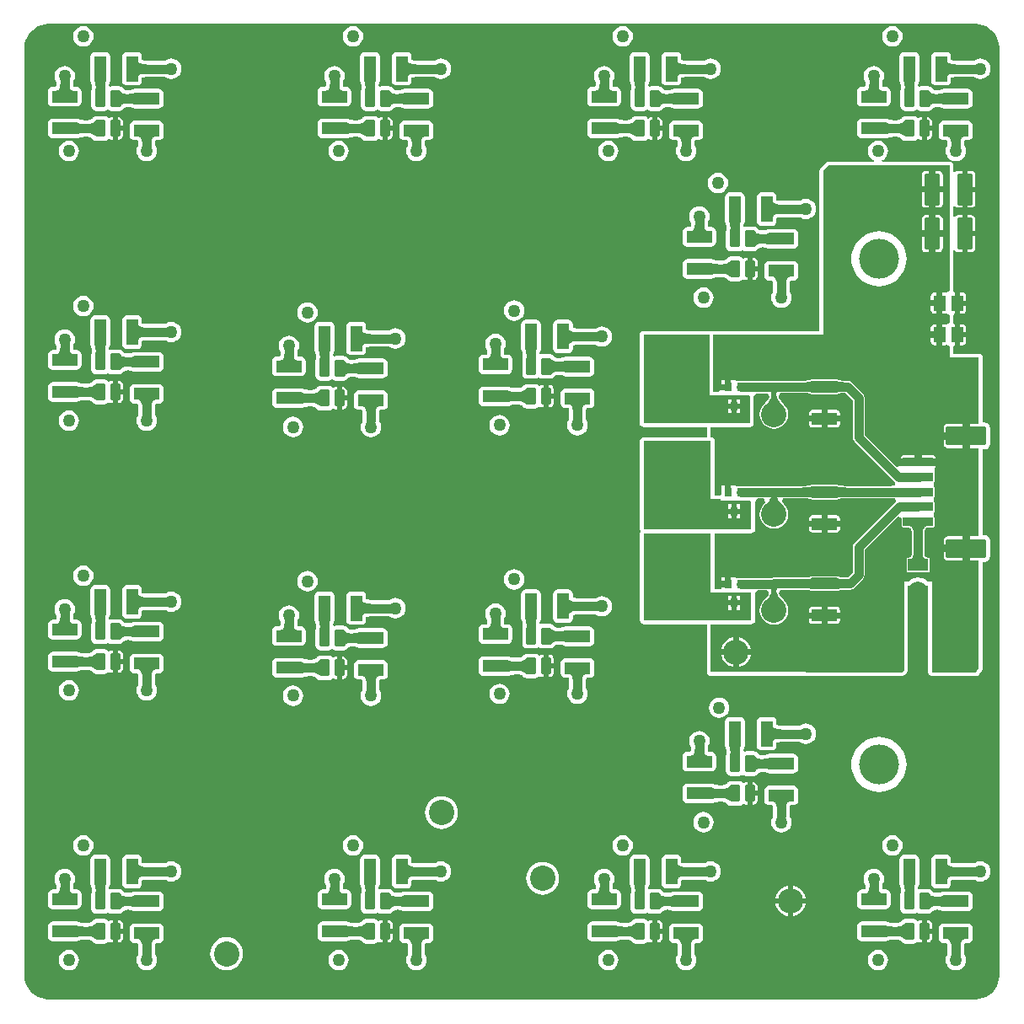
<source format=gtl>
G04*
G04 #@! TF.GenerationSoftware,Altium Limited,Altium Designer,21.2.1 (34)*
G04*
G04 Layer_Physical_Order=1*
G04 Layer_Color=255*
%FSLAX25Y25*%
%MOIN*%
G70*
G04*
G04 #@! TF.SameCoordinates,5CDBF695-0DC9-45D6-B701-0AA4AA8D040A*
G04*
G04*
G04 #@! TF.FilePolarity,Positive*
G04*
G01*
G75*
%ADD15R,0.02756X0.03543*%
G04:AMPARAMS|DCode=16|XSize=35.43mil|YSize=118.11mil|CornerRadius=2.66mil|HoleSize=0mil|Usage=FLASHONLY|Rotation=270.000|XOffset=0mil|YOffset=0mil|HoleType=Round|Shape=RoundedRectangle|*
%AMROUNDEDRECTD16*
21,1,0.03543,0.11280,0,0,270.0*
21,1,0.03012,0.11811,0,0,270.0*
1,1,0.00532,-0.05640,-0.01506*
1,1,0.00532,-0.05640,0.01506*
1,1,0.00532,0.05640,0.01506*
1,1,0.00532,0.05640,-0.01506*
%
%ADD16ROUNDEDRECTD16*%
G04:AMPARAMS|DCode=17|XSize=74.8mil|YSize=157.48mil|CornerRadius=5.61mil|HoleSize=0mil|Usage=FLASHONLY|Rotation=270.000|XOffset=0mil|YOffset=0mil|HoleType=Round|Shape=RoundedRectangle|*
%AMROUNDEDRECTD17*
21,1,0.07480,0.14626,0,0,270.0*
21,1,0.06358,0.15748,0,0,270.0*
1,1,0.01122,-0.07313,-0.03179*
1,1,0.01122,-0.07313,0.03179*
1,1,0.01122,0.07313,0.03179*
1,1,0.01122,0.07313,-0.03179*
%
%ADD17ROUNDEDRECTD17*%
%ADD18R,0.08000X0.04500*%
G04:AMPARAMS|DCode=19|XSize=39.37mil|YSize=66.93mil|CornerRadius=3.94mil|HoleSize=0mil|Usage=FLASHONLY|Rotation=0.000|XOffset=0mil|YOffset=0mil|HoleType=Round|Shape=RoundedRectangle|*
%AMROUNDEDRECTD19*
21,1,0.03937,0.05906,0,0,0.0*
21,1,0.03150,0.06693,0,0,0.0*
1,1,0.00787,0.01575,-0.02953*
1,1,0.00787,-0.01575,-0.02953*
1,1,0.00787,-0.01575,0.02953*
1,1,0.00787,0.01575,0.02953*
%
%ADD19ROUNDEDRECTD19*%
G04:AMPARAMS|DCode=20|XSize=49.21mil|YSize=62.99mil|CornerRadius=4.92mil|HoleSize=0mil|Usage=FLASHONLY|Rotation=0.000|XOffset=0mil|YOffset=0mil|HoleType=Round|Shape=RoundedRectangle|*
%AMROUNDEDRECTD20*
21,1,0.04921,0.05315,0,0,0.0*
21,1,0.03937,0.06299,0,0,0.0*
1,1,0.00984,0.01968,-0.02657*
1,1,0.00984,-0.01968,-0.02657*
1,1,0.00984,-0.01968,0.02657*
1,1,0.00984,0.01968,0.02657*
%
%ADD20ROUNDEDRECTD20*%
G04:AMPARAMS|DCode=21|XSize=62.99mil|YSize=124.02mil|CornerRadius=4.72mil|HoleSize=0mil|Usage=FLASHONLY|Rotation=0.000|XOffset=0mil|YOffset=0mil|HoleType=Round|Shape=RoundedRectangle|*
%AMROUNDEDRECTD21*
21,1,0.06299,0.11457,0,0,0.0*
21,1,0.05354,0.12402,0,0,0.0*
1,1,0.00945,0.02677,-0.05728*
1,1,0.00945,-0.02677,-0.05728*
1,1,0.00945,-0.02677,0.05728*
1,1,0.00945,0.02677,0.05728*
%
%ADD21ROUNDEDRECTD21*%
G04:AMPARAMS|DCode=22|XSize=47.24mil|YSize=102.36mil|CornerRadius=3.54mil|HoleSize=0mil|Usage=FLASHONLY|Rotation=0.000|XOffset=0mil|YOffset=0mil|HoleType=Round|Shape=RoundedRectangle|*
%AMROUNDEDRECTD22*
21,1,0.04724,0.09528,0,0,0.0*
21,1,0.04016,0.10236,0,0,0.0*
1,1,0.00709,0.02008,-0.04764*
1,1,0.00709,-0.02008,-0.04764*
1,1,0.00709,-0.02008,0.04764*
1,1,0.00709,0.02008,0.04764*
%
%ADD22ROUNDEDRECTD22*%
G04:AMPARAMS|DCode=23|XSize=47.24mil|YSize=102.36mil|CornerRadius=3.54mil|HoleSize=0mil|Usage=FLASHONLY|Rotation=270.000|XOffset=0mil|YOffset=0mil|HoleType=Round|Shape=RoundedRectangle|*
%AMROUNDEDRECTD23*
21,1,0.04724,0.09528,0,0,270.0*
21,1,0.04016,0.10236,0,0,270.0*
1,1,0.00709,-0.04764,-0.02008*
1,1,0.00709,-0.04764,0.02008*
1,1,0.00709,0.04764,0.02008*
1,1,0.00709,0.04764,-0.02008*
%
%ADD23ROUNDEDRECTD23*%
%ADD35C,0.03500*%
%ADD36C,0.02000*%
%ADD37C,0.08000*%
%ADD38C,0.10000*%
%ADD39C,0.15748*%
%ADD40C,0.05000*%
G36*
X39863Y292794D02*
X41101Y292462D01*
X42284Y291972D01*
X43393Y291331D01*
X44410Y290552D01*
X45315Y289646D01*
X46095Y288630D01*
X46736Y287520D01*
X47226Y286337D01*
X47558Y285099D01*
X47725Y283830D01*
X47725Y283189D01*
X47725Y283189D01*
X47725Y283189D01*
X47725Y-83146D01*
X47725Y-83787D01*
X47558Y-85057D01*
X47226Y-86294D01*
X46736Y-87478D01*
X46095Y-88587D01*
X45315Y-89603D01*
X44410Y-90509D01*
X43393Y-91289D01*
X42284Y-91929D01*
X41101Y-92420D01*
X39863Y-92751D01*
X38538Y-92926D01*
X37897Y-92961D01*
X-328189Y-92925D01*
X-328189Y-92925D01*
X-328189Y-92925D01*
X-328829D01*
X-330100Y-92757D01*
X-331337Y-92426D01*
X-332520Y-91936D01*
X-333630Y-91295D01*
X-334646Y-90515D01*
X-335552Y-89610D01*
X-336331Y-88593D01*
X-336972Y-87484D01*
X-337462Y-86301D01*
X-337794Y-85063D01*
X-337961Y-83793D01*
X-337961Y-83153D01*
X-337961Y247000D01*
Y283189D01*
Y283829D01*
X-337794Y285100D01*
X-337462Y286337D01*
X-336972Y287520D01*
X-336331Y288630D01*
X-335552Y289646D01*
X-334646Y290552D01*
X-333630Y291331D01*
X-332520Y291972D01*
X-331337Y292462D01*
X-330100Y292794D01*
X-328830Y292961D01*
X-328189Y292961D01*
X-328189Y292961D01*
X-328189Y292961D01*
X37953Y292961D01*
X38593D01*
X39863Y292794D01*
D02*
G37*
%LPC*%
G36*
X5354Y292035D02*
X4310Y291897D01*
X3337Y291494D01*
X2502Y290853D01*
X1860Y290017D01*
X1457Y289044D01*
X1320Y288000D01*
X1457Y286956D01*
X1860Y285983D01*
X2502Y285147D01*
X3337Y284506D01*
X4310Y284103D01*
X5354Y283965D01*
X6398Y284103D01*
X7372Y284506D01*
X8207Y285147D01*
X8848Y285983D01*
X9251Y286956D01*
X9389Y288000D01*
X9251Y289044D01*
X8848Y290017D01*
X8207Y290853D01*
X7372Y291494D01*
X6398Y291897D01*
X5354Y292035D01*
D02*
G37*
G36*
X-101312D02*
X-102357Y291897D01*
X-103330Y291494D01*
X-104165Y290853D01*
X-104806Y290017D01*
X-105209Y289044D01*
X-105347Y288000D01*
X-105209Y286956D01*
X-104806Y285983D01*
X-104165Y285147D01*
X-103330Y284506D01*
X-102357Y284103D01*
X-101312Y283965D01*
X-100268Y284103D01*
X-99295Y284506D01*
X-98460Y285147D01*
X-97818Y285983D01*
X-97415Y286956D01*
X-97278Y288000D01*
X-97415Y289044D01*
X-97818Y290017D01*
X-98460Y290853D01*
X-99295Y291494D01*
X-100268Y291897D01*
X-101312Y292035D01*
D02*
G37*
G36*
X-207979D02*
X-209023Y291897D01*
X-209996Y291494D01*
X-210832Y290853D01*
X-211473Y290017D01*
X-211876Y289044D01*
X-212014Y288000D01*
X-211876Y286956D01*
X-211473Y285983D01*
X-210832Y285147D01*
X-209996Y284506D01*
X-209023Y284103D01*
X-207979Y283965D01*
X-206935Y284103D01*
X-205962Y284506D01*
X-205126Y285147D01*
X-204485Y285983D01*
X-204082Y286956D01*
X-203944Y288000D01*
X-204082Y289044D01*
X-204485Y290017D01*
X-205126Y290853D01*
X-205962Y291494D01*
X-206935Y291897D01*
X-207979Y292035D01*
D02*
G37*
G36*
X-314646D02*
X-315690Y291897D01*
X-316663Y291494D01*
X-317498Y290853D01*
X-318140Y290017D01*
X-318543Y289044D01*
X-318680Y288000D01*
X-318543Y286956D01*
X-318140Y285983D01*
X-317498Y285147D01*
X-316663Y284506D01*
X-315690Y284103D01*
X-314646Y283965D01*
X-313601Y284103D01*
X-312628Y284506D01*
X-311793Y285147D01*
X-311152Y285983D01*
X-310749Y286956D01*
X-310611Y288000D01*
X-310749Y289044D01*
X-311152Y290017D01*
X-311793Y290853D01*
X-312628Y291494D01*
X-313601Y291897D01*
X-314646Y292035D01*
D02*
G37*
G36*
X26654Y281871D02*
X22638D01*
X21914Y281727D01*
X21301Y281317D01*
X20891Y280704D01*
X20747Y279980D01*
Y270453D01*
X20891Y269729D01*
X21301Y269116D01*
X21914Y268706D01*
X22638Y268562D01*
X26654D01*
X27377Y268706D01*
X27990Y269116D01*
X28400Y269729D01*
X28544Y270453D01*
Y271650D01*
X28559Y271659D01*
X28744Y271734D01*
X29036Y271813D01*
X29431Y271878D01*
X29922Y271921D01*
X30543Y271938D01*
X30546Y271938D01*
X37817D01*
X38099Y271723D01*
X39072Y271320D01*
X40116Y271182D01*
X41160Y271320D01*
X42133Y271723D01*
X42969Y272364D01*
X43610Y273199D01*
X44013Y274172D01*
X44151Y275217D01*
X44013Y276261D01*
X43610Y277234D01*
X42969Y278069D01*
X42133Y278711D01*
X41160Y279114D01*
X40116Y279251D01*
X39072Y279114D01*
X38099Y278711D01*
X37817Y278495D01*
X30546D01*
X30543Y278495D01*
X29922Y278512D01*
X29431Y278555D01*
X29036Y278621D01*
X28744Y278699D01*
X28559Y278774D01*
X28544Y278783D01*
Y279980D01*
X28400Y280704D01*
X27990Y281317D01*
X27377Y281727D01*
X26654Y281871D01*
D02*
G37*
G36*
X-80013D02*
X-84029D01*
X-84752Y281727D01*
X-85366Y281317D01*
X-85776Y280704D01*
X-85919Y279980D01*
Y270453D01*
X-85776Y269729D01*
X-85366Y269116D01*
X-84752Y268706D01*
X-84029Y268562D01*
X-80013D01*
X-79290Y268706D01*
X-78676Y269116D01*
X-78266Y269729D01*
X-78123Y270453D01*
Y271650D01*
X-78107Y271659D01*
X-77923Y271734D01*
X-77631Y271813D01*
X-77236Y271878D01*
X-76744Y271921D01*
X-76124Y271938D01*
X-76120Y271938D01*
X-68849D01*
X-68568Y271723D01*
X-67595Y271320D01*
X-66551Y271182D01*
X-65506Y271320D01*
X-64533Y271723D01*
X-63698Y272364D01*
X-63057Y273199D01*
X-62653Y274172D01*
X-62516Y275217D01*
X-62653Y276261D01*
X-63057Y277234D01*
X-63698Y278069D01*
X-64533Y278711D01*
X-65506Y279114D01*
X-66551Y279251D01*
X-67595Y279114D01*
X-68568Y278711D01*
X-68849Y278495D01*
X-76120D01*
X-76124Y278495D01*
X-76744Y278512D01*
X-77236Y278555D01*
X-77631Y278621D01*
X-77923Y278699D01*
X-78107Y278774D01*
X-78123Y278783D01*
Y279980D01*
X-78266Y280704D01*
X-78676Y281317D01*
X-79290Y281727D01*
X-80013Y281871D01*
D02*
G37*
G36*
X-186680D02*
X-190696D01*
X-191419Y281727D01*
X-192032Y281317D01*
X-192442Y280704D01*
X-192586Y279980D01*
Y270453D01*
X-192442Y269729D01*
X-192032Y269116D01*
X-191419Y268706D01*
X-190696Y268562D01*
X-186680D01*
X-185956Y268706D01*
X-185343Y269116D01*
X-184933Y269729D01*
X-184789Y270453D01*
Y271650D01*
X-184774Y271659D01*
X-184590Y271734D01*
X-184298Y271813D01*
X-183903Y271878D01*
X-183411Y271921D01*
X-182791Y271938D01*
X-182787Y271938D01*
X-175516D01*
X-175234Y271723D01*
X-174261Y271320D01*
X-173217Y271182D01*
X-172173Y271320D01*
X-171200Y271723D01*
X-170364Y272364D01*
X-169723Y273199D01*
X-169320Y274172D01*
X-169183Y275217D01*
X-169320Y276261D01*
X-169723Y277234D01*
X-170364Y278069D01*
X-171200Y278711D01*
X-172173Y279114D01*
X-173217Y279251D01*
X-174261Y279114D01*
X-175234Y278711D01*
X-175516Y278495D01*
X-182787D01*
X-182791Y278495D01*
X-183411Y278512D01*
X-183903Y278555D01*
X-184298Y278621D01*
X-184590Y278699D01*
X-184774Y278774D01*
X-184789Y278783D01*
Y279980D01*
X-184933Y280704D01*
X-185343Y281317D01*
X-185956Y281727D01*
X-186680Y281871D01*
D02*
G37*
G36*
X-293347Y281871D02*
X-297362D01*
X-298086Y281727D01*
X-298699Y281317D01*
X-299109Y280704D01*
X-299253Y279980D01*
Y270453D01*
X-299109Y269729D01*
X-298699Y269116D01*
X-298086Y268706D01*
X-297362Y268562D01*
X-293347D01*
X-292623Y268706D01*
X-292010Y269116D01*
X-291600Y269729D01*
X-291456Y270453D01*
Y271650D01*
X-291441Y271659D01*
X-291256Y271734D01*
X-290964Y271813D01*
X-290569Y271878D01*
X-290077Y271921D01*
X-289457Y271938D01*
X-289454Y271938D01*
X-282183D01*
X-281901Y271723D01*
X-280928Y271320D01*
X-279884Y271182D01*
X-278840Y271320D01*
X-277867Y271723D01*
X-277031Y272364D01*
X-276390Y273199D01*
X-275987Y274172D01*
X-275849Y275217D01*
X-275987Y276261D01*
X-276390Y277234D01*
X-277031Y278069D01*
X-277867Y278711D01*
X-278840Y279114D01*
X-279884Y279251D01*
X-280928Y279114D01*
X-281901Y278711D01*
X-282183Y278495D01*
X-289454D01*
X-289457Y278495D01*
X-290078Y278512D01*
X-290569Y278555D01*
X-290964Y278621D01*
X-291256Y278699D01*
X-291441Y278774D01*
X-291456Y278783D01*
Y279980D01*
X-291600Y280704D01*
X-292010Y281317D01*
X-292623Y281727D01*
X-293347Y281871D01*
D02*
G37*
G36*
X-2000Y276338D02*
X-3044Y276200D01*
X-4017Y275797D01*
X-4853Y275156D01*
X-5494Y274321D01*
X-5897Y273347D01*
X-6035Y272303D01*
X-5897Y271259D01*
X-5494Y270286D01*
X-5281Y270008D01*
X-5295Y269470D01*
X-5338Y268978D01*
X-5404Y268583D01*
X-5482Y268291D01*
X-5557Y268107D01*
X-5567Y268091D01*
X-6764D01*
X-7487Y267948D01*
X-8101Y267538D01*
X-8511Y266924D01*
X-8654Y266201D01*
Y262185D01*
X-8511Y261461D01*
X-8101Y260848D01*
X-7487Y260438D01*
X-6764Y260294D01*
X2764D01*
X3487Y260438D01*
X4101Y260848D01*
X4510Y261461D01*
X4654Y262185D01*
Y266201D01*
X4510Y266924D01*
X4101Y267538D01*
X3487Y267948D01*
X2764Y268091D01*
X1567D01*
X1557Y268107D01*
X1482Y268291D01*
X1404Y268583D01*
X1338Y268978D01*
X1295Y269470D01*
X1281Y270008D01*
X1494Y270286D01*
X1897Y271259D01*
X2035Y272303D01*
X1897Y273347D01*
X1494Y274321D01*
X853Y275156D01*
X17Y275797D01*
X-956Y276200D01*
X-2000Y276338D01*
D02*
G37*
G36*
X-108667D02*
X-109711Y276200D01*
X-110684Y275797D01*
X-111520Y275156D01*
X-112161Y274321D01*
X-112564Y273347D01*
X-112701Y272303D01*
X-112564Y271259D01*
X-112161Y270286D01*
X-111948Y270008D01*
X-111962Y269470D01*
X-112005Y268978D01*
X-112071Y268583D01*
X-112149Y268291D01*
X-112224Y268107D01*
X-112233Y268091D01*
X-113431D01*
X-114154Y267948D01*
X-114767Y267538D01*
X-115177Y266924D01*
X-115321Y266201D01*
Y262185D01*
X-115177Y261461D01*
X-114767Y260848D01*
X-114154Y260438D01*
X-113431Y260294D01*
X-103903D01*
X-103179Y260438D01*
X-102566Y260848D01*
X-102156Y261461D01*
X-102012Y262185D01*
Y266201D01*
X-102156Y266924D01*
X-102566Y267538D01*
X-103179Y267948D01*
X-103903Y268091D01*
X-105100D01*
X-105109Y268107D01*
X-105184Y268291D01*
X-105263Y268583D01*
X-105328Y268978D01*
X-105372Y269470D01*
X-105386Y270008D01*
X-105173Y270286D01*
X-104770Y271259D01*
X-104632Y272303D01*
X-104770Y273347D01*
X-105173Y274321D01*
X-105814Y275156D01*
X-106649Y275797D01*
X-107623Y276200D01*
X-108667Y276338D01*
D02*
G37*
G36*
X-215333D02*
X-216378Y276200D01*
X-217351Y275797D01*
X-218186Y275156D01*
X-218827Y274321D01*
X-219230Y273347D01*
X-219368Y272303D01*
X-219230Y271259D01*
X-218827Y270286D01*
X-218614Y270008D01*
X-218629Y269470D01*
X-218672Y268978D01*
X-218737Y268583D01*
X-218816Y268291D01*
X-218891Y268107D01*
X-218900Y268091D01*
X-220097D01*
X-220821Y267948D01*
X-221434Y267538D01*
X-221844Y266924D01*
X-221988Y266201D01*
Y262185D01*
X-221844Y261461D01*
X-221434Y260848D01*
X-220821Y260438D01*
X-220097Y260294D01*
X-210570D01*
X-209846Y260438D01*
X-209233Y260848D01*
X-208823Y261461D01*
X-208679Y262185D01*
Y266201D01*
X-208823Y266924D01*
X-209233Y267538D01*
X-209846Y267948D01*
X-210570Y268091D01*
X-211767D01*
X-211776Y268107D01*
X-211851Y268291D01*
X-211929Y268583D01*
X-211995Y268978D01*
X-212038Y269470D01*
X-212052Y270008D01*
X-211839Y270286D01*
X-211436Y271259D01*
X-211299Y272303D01*
X-211436Y273347D01*
X-211839Y274321D01*
X-212480Y275156D01*
X-213316Y275797D01*
X-214289Y276200D01*
X-215333Y276338D01*
D02*
G37*
G36*
X-322000Y276338D02*
X-323044Y276200D01*
X-324017Y275797D01*
X-324853Y275156D01*
X-325494Y274321D01*
X-325897Y273347D01*
X-326034Y272303D01*
X-325897Y271259D01*
X-325494Y270286D01*
X-325281Y270008D01*
X-325295Y269470D01*
X-325338Y268978D01*
X-325404Y268583D01*
X-325482Y268291D01*
X-325557Y268107D01*
X-325567Y268091D01*
X-326764D01*
X-327487Y267948D01*
X-328101Y267538D01*
X-328510Y266924D01*
X-328654Y266201D01*
Y262185D01*
X-328510Y261461D01*
X-328101Y260848D01*
X-327487Y260438D01*
X-326764Y260294D01*
X-317236D01*
X-316513Y260438D01*
X-315899Y260848D01*
X-315490Y261461D01*
X-315346Y262185D01*
Y266201D01*
X-315490Y266924D01*
X-315899Y267538D01*
X-316513Y267948D01*
X-317236Y268091D01*
X-318433D01*
X-318443Y268107D01*
X-318518Y268291D01*
X-318596Y268583D01*
X-318662Y268978D01*
X-318705Y269470D01*
X-318719Y270008D01*
X-318506Y270286D01*
X-318103Y271259D01*
X-317966Y272303D01*
X-318103Y273347D01*
X-318506Y274321D01*
X-319147Y275156D01*
X-319983Y275797D01*
X-320956Y276200D01*
X-322000Y276338D01*
D02*
G37*
G36*
X14055Y281871D02*
X10039D01*
X9316Y281727D01*
X8703Y281317D01*
X8293Y280704D01*
X8149Y279980D01*
Y270453D01*
X8203Y270179D01*
X8200Y270128D01*
X8234Y270025D01*
X8293Y269729D01*
X8372Y269611D01*
X8388Y269562D01*
X8454Y269447D01*
X8490Y269361D01*
X8539Y269207D01*
X8591Y268991D01*
X8633Y268760D01*
X8721Y267619D01*
X8685Y267109D01*
X8672Y267016D01*
X8542Y266358D01*
Y260453D01*
X8689Y259714D01*
X9107Y259087D01*
X9734Y258669D01*
X10472Y258522D01*
X13622D01*
X14361Y258669D01*
X14987Y259087D01*
X15013D01*
X15639Y258669D01*
X16378Y258522D01*
X19527D01*
X20266Y258669D01*
X20519Y258837D01*
X20572Y258856D01*
X20653Y258927D01*
X20893Y259087D01*
X20977Y259213D01*
X21019Y259251D01*
X21175Y259455D01*
X21288Y259570D01*
X21422Y259677D01*
X21584Y259776D01*
X21781Y259869D01*
X22020Y259953D01*
X22301Y260024D01*
X22629Y260079D01*
X22815Y260096D01*
X23199Y260078D01*
X23920Y259997D01*
X24179Y259950D01*
X24394Y259897D01*
X24548Y259848D01*
X24634Y259812D01*
X24749Y259746D01*
X24798Y259730D01*
X24916Y259651D01*
X25212Y259592D01*
X25315Y259558D01*
X25366Y259561D01*
X25640Y259507D01*
X35167D01*
X35891Y259651D01*
X36504Y260061D01*
X36914Y260674D01*
X37058Y261398D01*
Y265413D01*
X36914Y266137D01*
X36504Y266750D01*
X35891Y267160D01*
X35167Y267304D01*
X25640D01*
X25366Y267250D01*
X25315Y267253D01*
X25212Y267219D01*
X24916Y267160D01*
X24798Y267081D01*
X24749Y267065D01*
X24634Y266999D01*
X24548Y266963D01*
X24394Y266914D01*
X24179Y266861D01*
X23947Y266819D01*
X22715Y266724D01*
X22629Y266732D01*
X22301Y266787D01*
X22020Y266858D01*
X21781Y266942D01*
X21584Y267035D01*
X21422Y267134D01*
X21288Y267241D01*
X21175Y267356D01*
X21019Y267560D01*
X20977Y267598D01*
X20893Y267723D01*
X20653Y267884D01*
X20572Y267955D01*
X20519Y267974D01*
X20266Y268142D01*
X19527Y268289D01*
X16378D01*
X15929Y268200D01*
X15723Y268280D01*
X15448Y268551D01*
X15438Y268573D01*
X15456Y268733D01*
X15503Y268991D01*
X15555Y269207D01*
X15604Y269361D01*
X15641Y269447D01*
X15706Y269562D01*
X15722Y269611D01*
X15802Y269729D01*
X15861Y270025D01*
X15895Y270128D01*
X15891Y270179D01*
X15946Y270453D01*
Y279980D01*
X15802Y280704D01*
X15392Y281317D01*
X14779Y281727D01*
X14055Y281871D01*
D02*
G37*
G36*
X-92612D02*
X-96627D01*
X-97351Y281727D01*
X-97964Y281317D01*
X-98374Y280704D01*
X-98518Y279980D01*
Y270453D01*
X-98463Y270179D01*
X-98467Y270128D01*
X-98433Y270025D01*
X-98374Y269729D01*
X-98295Y269611D01*
X-98279Y269562D01*
X-98213Y269447D01*
X-98176Y269361D01*
X-98128Y269207D01*
X-98075Y268991D01*
X-98033Y268760D01*
X-97945Y267619D01*
X-97982Y267109D01*
X-97994Y267016D01*
X-98125Y266358D01*
Y260453D01*
X-97978Y259714D01*
X-97559Y259087D01*
X-96933Y258669D01*
X-96194Y258522D01*
X-93045D01*
X-92306Y258669D01*
X-91679Y259087D01*
X-91654D01*
X-91028Y258669D01*
X-90289Y258522D01*
X-87139D01*
X-86400Y258669D01*
X-86148Y258837D01*
X-86095Y258856D01*
X-86014Y258927D01*
X-85774Y259087D01*
X-85690Y259213D01*
X-85647Y259251D01*
X-85492Y259455D01*
X-85378Y259570D01*
X-85245Y259677D01*
X-85083Y259776D01*
X-84885Y259869D01*
X-84647Y259953D01*
X-84365Y260024D01*
X-84038Y260079D01*
X-83851Y260096D01*
X-83468Y260078D01*
X-82746Y259997D01*
X-82488Y259950D01*
X-82272Y259897D01*
X-82119Y259848D01*
X-82033Y259812D01*
X-81918Y259746D01*
X-81869Y259730D01*
X-81750Y259651D01*
X-81454Y259592D01*
X-81352Y259558D01*
X-81300Y259561D01*
X-81027Y259507D01*
X-71499D01*
X-70776Y259651D01*
X-70162Y260061D01*
X-69753Y260674D01*
X-69609Y261398D01*
Y265413D01*
X-69753Y266137D01*
X-70162Y266750D01*
X-70776Y267160D01*
X-71499Y267304D01*
X-81027D01*
X-81300Y267250D01*
X-81352Y267253D01*
X-81454Y267219D01*
X-81750Y267160D01*
X-81869Y267081D01*
X-81918Y267065D01*
X-82033Y266999D01*
X-82119Y266963D01*
X-82272Y266914D01*
X-82488Y266861D01*
X-82720Y266819D01*
X-83951Y266724D01*
X-84038Y266732D01*
X-84365Y266787D01*
X-84647Y266858D01*
X-84885Y266942D01*
X-85083Y267035D01*
X-85245Y267134D01*
X-85378Y267241D01*
X-85492Y267356D01*
X-85647Y267560D01*
X-85690Y267598D01*
X-85774Y267723D01*
X-86014Y267884D01*
X-86095Y267955D01*
X-86148Y267974D01*
X-86400Y268142D01*
X-87139Y268289D01*
X-90289D01*
X-90738Y268200D01*
X-90944Y268280D01*
X-91218Y268551D01*
X-91228Y268573D01*
X-91210Y268733D01*
X-91164Y268991D01*
X-91111Y269207D01*
X-91062Y269361D01*
X-91026Y269447D01*
X-90960Y269562D01*
X-90944Y269611D01*
X-90865Y269729D01*
X-90806Y270025D01*
X-90772Y270128D01*
X-90775Y270179D01*
X-90721Y270453D01*
Y279980D01*
X-90865Y280704D01*
X-91275Y281317D01*
X-91888Y281727D01*
X-92612Y281871D01*
D02*
G37*
G36*
X-199278D02*
X-203294D01*
X-204017Y281727D01*
X-204631Y281317D01*
X-205041Y280704D01*
X-205185Y279980D01*
Y270453D01*
X-205130Y270179D01*
X-205134Y270128D01*
X-205100Y270025D01*
X-205041Y269729D01*
X-204961Y269611D01*
X-204945Y269562D01*
X-204879Y269447D01*
X-204843Y269361D01*
X-204794Y269207D01*
X-204742Y268991D01*
X-204700Y268760D01*
X-204612Y267619D01*
X-204649Y267109D01*
X-204661Y267016D01*
X-204792Y266358D01*
Y260453D01*
X-204645Y259714D01*
X-204226Y259087D01*
X-203600Y258669D01*
X-202861Y258522D01*
X-199711D01*
X-198972Y258669D01*
X-198346Y259087D01*
X-198321D01*
X-197694Y258669D01*
X-196955Y258522D01*
X-193806D01*
X-193067Y258669D01*
X-192815Y258837D01*
X-192761Y258856D01*
X-192680Y258927D01*
X-192440Y259087D01*
X-192356Y259213D01*
X-192314Y259251D01*
X-192158Y259455D01*
X-192045Y259570D01*
X-191911Y259677D01*
X-191749Y259776D01*
X-191552Y259869D01*
X-191314Y259953D01*
X-191032Y260024D01*
X-190705Y260079D01*
X-190518Y260096D01*
X-190135Y260078D01*
X-189413Y259997D01*
X-189155Y259950D01*
X-188939Y259897D01*
X-188786Y259848D01*
X-188700Y259812D01*
X-188584Y259746D01*
X-188536Y259730D01*
X-188417Y259651D01*
X-188121Y259592D01*
X-188018Y259558D01*
X-187967Y259561D01*
X-187694Y259507D01*
X-178166D01*
X-177442Y259651D01*
X-176829Y260061D01*
X-176419Y260674D01*
X-176275Y261398D01*
Y265413D01*
X-176419Y266137D01*
X-176829Y266750D01*
X-177442Y267160D01*
X-178166Y267304D01*
X-187694D01*
X-187967Y267250D01*
X-188018Y267253D01*
X-188121Y267219D01*
X-188417Y267160D01*
X-188536Y267081D01*
X-188584Y267065D01*
X-188700Y266999D01*
X-188786Y266963D01*
X-188939Y266914D01*
X-189155Y266861D01*
X-189386Y266819D01*
X-190618Y266724D01*
X-190705Y266732D01*
X-191032Y266787D01*
X-191314Y266858D01*
X-191552Y266942D01*
X-191749Y267035D01*
X-191911Y267134D01*
X-192045Y267241D01*
X-192158Y267356D01*
X-192314Y267560D01*
X-192356Y267598D01*
X-192440Y267723D01*
X-192680Y267884D01*
X-192761Y267955D01*
X-192815Y267974D01*
X-193067Y268142D01*
X-193806Y268289D01*
X-196955D01*
X-197404Y268200D01*
X-197610Y268280D01*
X-197885Y268551D01*
X-197895Y268573D01*
X-197877Y268733D01*
X-197830Y268991D01*
X-197778Y269207D01*
X-197729Y269361D01*
X-197693Y269447D01*
X-197627Y269562D01*
X-197611Y269611D01*
X-197531Y269729D01*
X-197473Y270025D01*
X-197438Y270128D01*
X-197442Y270179D01*
X-197388Y270453D01*
Y279980D01*
X-197531Y280704D01*
X-197941Y281317D01*
X-198555Y281727D01*
X-199278Y281871D01*
D02*
G37*
G36*
X-305945Y281871D02*
X-309961D01*
X-310684Y281727D01*
X-311297Y281317D01*
X-311707Y280704D01*
X-311851Y279980D01*
Y270453D01*
X-311797Y270179D01*
X-311801Y270128D01*
X-311766Y270025D01*
X-311707Y269729D01*
X-311628Y269611D01*
X-311612Y269562D01*
X-311546Y269447D01*
X-311510Y269361D01*
X-311461Y269207D01*
X-311409Y268991D01*
X-311367Y268760D01*
X-311279Y267619D01*
X-311315Y267109D01*
X-311328Y267016D01*
X-311458Y266358D01*
Y260453D01*
X-311311Y259714D01*
X-310893Y259087D01*
X-310266Y258669D01*
X-309528Y258522D01*
X-306378D01*
X-305639Y258669D01*
X-305013Y259087D01*
X-304987D01*
X-304361Y258669D01*
X-303622Y258522D01*
X-300472D01*
X-299734Y258669D01*
X-299481Y258837D01*
X-299428Y258856D01*
X-299347Y258927D01*
X-299107Y259087D01*
X-299023Y259213D01*
X-298981Y259251D01*
X-298825Y259455D01*
X-298712Y259570D01*
X-298578Y259677D01*
X-298416Y259776D01*
X-298218Y259869D01*
X-297980Y259953D01*
X-297698Y260024D01*
X-297371Y260079D01*
X-297185Y260096D01*
X-296801Y260078D01*
X-296080Y259996D01*
X-295821Y259950D01*
X-295606Y259897D01*
X-295452Y259848D01*
X-295366Y259812D01*
X-295251Y259746D01*
X-295202Y259730D01*
X-295084Y259651D01*
X-294788Y259592D01*
X-294685Y259558D01*
X-294634Y259561D01*
X-294360Y259507D01*
X-284833D01*
X-284109Y259651D01*
X-283496Y260061D01*
X-283086Y260674D01*
X-282942Y261398D01*
Y265413D01*
X-283086Y266137D01*
X-283496Y266750D01*
X-284109Y267160D01*
X-284833Y267304D01*
X-294360D01*
X-294634Y267250D01*
X-294685Y267253D01*
X-294788Y267219D01*
X-295084Y267160D01*
X-295202Y267081D01*
X-295251Y267065D01*
X-295366Y266999D01*
X-295452Y266963D01*
X-295606Y266914D01*
X-295821Y266861D01*
X-296053Y266819D01*
X-297285Y266724D01*
X-297371Y266732D01*
X-297698Y266787D01*
X-297980Y266858D01*
X-298219Y266942D01*
X-298416Y267035D01*
X-298578Y267134D01*
X-298712Y267241D01*
X-298825Y267356D01*
X-298981Y267560D01*
X-299023Y267598D01*
X-299107Y267723D01*
X-299347Y267884D01*
X-299428Y267955D01*
X-299481Y267974D01*
X-299734Y268142D01*
X-300472Y268289D01*
X-303622D01*
X-304071Y268200D01*
X-304277Y268280D01*
X-304552Y268551D01*
X-304562Y268573D01*
X-304544Y268733D01*
X-304497Y268991D01*
X-304445Y269207D01*
X-304396Y269361D01*
X-304359Y269447D01*
X-304294Y269562D01*
X-304277Y269611D01*
X-304198Y269729D01*
X-304139Y270025D01*
X-304105Y270128D01*
X-304109Y270179D01*
X-304054Y270453D01*
Y279980D01*
X-304198Y280704D01*
X-304608Y281317D01*
X-305221Y281727D01*
X-305945Y281871D01*
D02*
G37*
G36*
X13622Y256478D02*
X10472D01*
X9734Y256331D01*
X9481Y256163D01*
X9428Y256144D01*
X9347Y256073D01*
X9107Y255912D01*
X9023Y255787D01*
X8981Y255749D01*
X8825Y255545D01*
X8712Y255430D01*
X8578Y255324D01*
X8416Y255224D01*
X8219Y255131D01*
X7980Y255047D01*
X7699Y254976D01*
X7371Y254921D01*
X6999Y254887D01*
X6577Y254874D01*
X6108Y254879D01*
X5205Y254922D01*
X4483Y255003D01*
X4225Y255050D01*
X4009Y255102D01*
X3856Y255152D01*
X3770Y255188D01*
X3655Y255254D01*
X3606Y255270D01*
X3487Y255349D01*
X3191Y255408D01*
X3088Y255442D01*
X3037Y255439D01*
X2764Y255493D01*
X-6764D01*
X-7487Y255349D01*
X-8101Y254939D01*
X-8511Y254326D01*
X-8654Y253602D01*
Y249587D01*
X-8511Y248863D01*
X-8101Y248250D01*
X-7487Y247840D01*
X-6764Y247696D01*
X2764D01*
X3037Y247750D01*
X3088Y247747D01*
X3191Y247781D01*
X3487Y247840D01*
X3606Y247919D01*
X3655Y247935D01*
X3770Y248001D01*
X3856Y248037D01*
X4009Y248087D01*
X4225Y248139D01*
X4456Y248181D01*
X6130Y248310D01*
X6577Y248315D01*
X6999Y248302D01*
X7371Y248268D01*
X7699Y248213D01*
X7980Y248142D01*
X8219Y248058D01*
X8416Y247965D01*
X8578Y247866D01*
X8712Y247759D01*
X8825Y247644D01*
X8981Y247440D01*
X9023Y247402D01*
X9107Y247276D01*
X9347Y247116D01*
X9428Y247045D01*
X9481Y247026D01*
X9734Y246858D01*
X10472Y246711D01*
X13622D01*
X14361Y246858D01*
X14987Y247276D01*
X15228Y247637D01*
X15373D01*
X15834Y247329D01*
X16378Y247221D01*
X16953D01*
Y251594D01*
Y255968D01*
X16378D01*
X15834Y255860D01*
X15373Y255552D01*
X15228D01*
X14987Y255912D01*
X14361Y256331D01*
X13622Y256478D01*
D02*
G37*
G36*
X-93045D02*
X-96194D01*
X-96933Y256331D01*
X-97185Y256163D01*
X-97239Y256144D01*
X-97320Y256073D01*
X-97559Y255912D01*
X-97644Y255787D01*
X-97686Y255749D01*
X-97842Y255545D01*
X-97955Y255430D01*
X-98089Y255324D01*
X-98251Y255224D01*
X-98448Y255131D01*
X-98686Y255047D01*
X-98968Y254976D01*
X-99295Y254921D01*
X-99668Y254887D01*
X-100090Y254874D01*
X-100559Y254879D01*
X-101462Y254922D01*
X-102183Y255003D01*
X-102442Y255050D01*
X-102657Y255102D01*
X-102811Y255152D01*
X-102897Y255188D01*
X-103012Y255254D01*
X-103061Y255270D01*
X-103179Y255349D01*
X-103476Y255408D01*
X-103578Y255442D01*
X-103629Y255439D01*
X-103903Y255493D01*
X-113431D01*
X-114154Y255349D01*
X-114767Y254939D01*
X-115177Y254326D01*
X-115321Y253602D01*
Y249587D01*
X-115177Y248863D01*
X-114767Y248250D01*
X-114154Y247840D01*
X-113431Y247696D01*
X-103903D01*
X-103629Y247750D01*
X-103578Y247747D01*
X-103476Y247781D01*
X-103179Y247840D01*
X-103061Y247919D01*
X-103012Y247935D01*
X-102897Y248001D01*
X-102811Y248037D01*
X-102657Y248087D01*
X-102442Y248139D01*
X-102210Y248181D01*
X-100536Y248310D01*
X-100090Y248315D01*
X-99668Y248302D01*
X-99295Y248268D01*
X-98968Y248213D01*
X-98686Y248142D01*
X-98448Y248058D01*
X-98251Y247965D01*
X-98089Y247866D01*
X-97955Y247759D01*
X-97842Y247644D01*
X-97686Y247440D01*
X-97644Y247402D01*
X-97559Y247276D01*
X-97320Y247116D01*
X-97239Y247045D01*
X-97185Y247026D01*
X-96933Y246858D01*
X-96194Y246711D01*
X-93045D01*
X-92306Y246858D01*
X-91679Y247276D01*
X-91439Y247637D01*
X-91294D01*
X-90833Y247329D01*
X-90289Y247221D01*
X-89714D01*
Y251594D01*
Y255968D01*
X-90289D01*
X-90833Y255860D01*
X-91294Y255552D01*
X-91439D01*
X-91679Y255912D01*
X-92306Y256331D01*
X-93045Y256478D01*
D02*
G37*
G36*
X-199711D02*
X-202861D01*
X-203600Y256331D01*
X-203852Y256163D01*
X-203905Y256144D01*
X-203986Y256073D01*
X-204226Y255912D01*
X-204310Y255787D01*
X-204353Y255749D01*
X-204508Y255545D01*
X-204622Y255430D01*
X-204755Y255324D01*
X-204917Y255224D01*
X-205115Y255131D01*
X-205353Y255047D01*
X-205635Y254976D01*
X-205962Y254921D01*
X-206334Y254887D01*
X-206757Y254874D01*
X-207226Y254879D01*
X-208128Y254922D01*
X-208850Y255003D01*
X-209108Y255050D01*
X-209324Y255102D01*
X-209478Y255152D01*
X-209563Y255188D01*
X-209679Y255254D01*
X-209727Y255270D01*
X-209846Y255349D01*
X-210142Y255408D01*
X-210245Y255442D01*
X-210296Y255439D01*
X-210570Y255493D01*
X-220097D01*
X-220821Y255349D01*
X-221434Y254939D01*
X-221844Y254326D01*
X-221988Y253602D01*
Y249587D01*
X-221844Y248863D01*
X-221434Y248250D01*
X-220821Y247840D01*
X-220097Y247696D01*
X-210570D01*
X-210296Y247750D01*
X-210245Y247747D01*
X-210142Y247781D01*
X-209846Y247840D01*
X-209727Y247919D01*
X-209679Y247935D01*
X-209563Y248001D01*
X-209478Y248037D01*
X-209324Y248087D01*
X-209108Y248139D01*
X-208877Y248181D01*
X-207203Y248310D01*
X-206757Y248315D01*
X-206334Y248302D01*
X-205962Y248268D01*
X-205635Y248213D01*
X-205353Y248142D01*
X-205115Y248058D01*
X-204917Y247965D01*
X-204755Y247866D01*
X-204622Y247759D01*
X-204508Y247644D01*
X-204353Y247440D01*
X-204310Y247402D01*
X-204226Y247276D01*
X-203986Y247116D01*
X-203905Y247045D01*
X-203852Y247026D01*
X-203600Y246858D01*
X-202861Y246711D01*
X-199711D01*
X-198972Y246858D01*
X-198346Y247276D01*
X-198105Y247637D01*
X-197960D01*
X-197499Y247329D01*
X-196955Y247221D01*
X-196381D01*
Y251594D01*
Y255968D01*
X-196955D01*
X-197499Y255860D01*
X-197960Y255552D01*
X-198105D01*
X-198346Y255912D01*
X-198972Y256331D01*
X-199711Y256478D01*
D02*
G37*
G36*
X-306378Y256478D02*
X-309528D01*
X-310266Y256331D01*
X-310519Y256163D01*
X-310572Y256144D01*
X-310653Y256073D01*
X-310893Y255912D01*
X-310977Y255787D01*
X-311019Y255749D01*
X-311175Y255545D01*
X-311288Y255430D01*
X-311422Y255324D01*
X-311584Y255224D01*
X-311782Y255131D01*
X-312020Y255047D01*
X-312301Y254976D01*
X-312629Y254921D01*
X-313001Y254887D01*
X-313423Y254874D01*
X-313892Y254879D01*
X-314795Y254922D01*
X-315517Y255003D01*
X-315775Y255050D01*
X-315991Y255102D01*
X-316144Y255152D01*
X-316230Y255188D01*
X-316346Y255254D01*
X-316394Y255270D01*
X-316513Y255349D01*
X-316809Y255408D01*
X-316912Y255442D01*
X-316963Y255439D01*
X-317236Y255493D01*
X-326764D01*
X-327487Y255349D01*
X-328101Y254939D01*
X-328510Y254326D01*
X-328654Y253602D01*
Y249587D01*
X-328510Y248863D01*
X-328101Y248250D01*
X-327487Y247840D01*
X-326764Y247696D01*
X-317236D01*
X-316963Y247750D01*
X-316912Y247747D01*
X-316809Y247781D01*
X-316513Y247840D01*
X-316394Y247919D01*
X-316346Y247935D01*
X-316230Y248001D01*
X-316144Y248037D01*
X-315991Y248086D01*
X-315775Y248139D01*
X-315543Y248181D01*
X-313870Y248310D01*
X-313423Y248315D01*
X-313001Y248302D01*
X-312629Y248268D01*
X-312301Y248213D01*
X-312020Y248142D01*
X-311781Y248058D01*
X-311584Y247965D01*
X-311422Y247866D01*
X-311288Y247759D01*
X-311175Y247644D01*
X-311019Y247440D01*
X-310977Y247402D01*
X-310893Y247276D01*
X-310653Y247116D01*
X-310572Y247045D01*
X-310519Y247026D01*
X-310266Y246858D01*
X-309528Y246711D01*
X-306378D01*
X-305639Y246858D01*
X-305013Y247276D01*
X-304772Y247637D01*
X-304627D01*
X-304166Y247329D01*
X-303622Y247221D01*
X-303047D01*
Y251594D01*
Y255968D01*
X-303622D01*
X-304166Y255860D01*
X-304627Y255552D01*
X-304772D01*
X-305013Y255912D01*
X-305639Y256331D01*
X-306378Y256478D01*
D02*
G37*
G36*
X19527Y255968D02*
X18953D01*
Y252594D01*
X20948D01*
Y254547D01*
X20840Y255091D01*
X20532Y255552D01*
X20071Y255860D01*
X19527Y255968D01*
D02*
G37*
G36*
X-87139D02*
X-87714D01*
Y252594D01*
X-85718D01*
Y254547D01*
X-85826Y255091D01*
X-86134Y255552D01*
X-86595Y255860D01*
X-87139Y255968D01*
D02*
G37*
G36*
X-193806D02*
X-194381D01*
Y252594D01*
X-192385D01*
Y254547D01*
X-192493Y255091D01*
X-192801Y255552D01*
X-193262Y255860D01*
X-193806Y255968D01*
D02*
G37*
G36*
X-300472Y255968D02*
X-301047D01*
Y252594D01*
X-299051D01*
Y254547D01*
X-299160Y255091D01*
X-299468Y255552D01*
X-299929Y255860D01*
X-300472Y255968D01*
D02*
G37*
G36*
X20948Y250594D02*
X18953D01*
Y247221D01*
X19527D01*
X20071Y247329D01*
X20532Y247637D01*
X20840Y248098D01*
X20948Y248642D01*
Y250594D01*
D02*
G37*
G36*
X-85718D02*
X-87714D01*
Y247221D01*
X-87139D01*
X-86595Y247329D01*
X-86134Y247637D01*
X-85826Y248098D01*
X-85718Y248642D01*
Y250594D01*
D02*
G37*
G36*
X-192385D02*
X-194381D01*
Y247221D01*
X-193806D01*
X-193262Y247329D01*
X-192801Y247637D01*
X-192493Y248098D01*
X-192385Y248642D01*
Y250594D01*
D02*
G37*
G36*
X-299051Y250594D02*
X-301047D01*
Y247221D01*
X-300472D01*
X-299929Y247329D01*
X-299468Y247637D01*
X-299160Y248098D01*
X-299051Y248642D01*
Y250594D01*
D02*
G37*
G36*
X-71499Y254706D02*
X-81027D01*
X-81750Y254562D01*
X-82364Y254152D01*
X-82774Y253538D01*
X-82917Y252815D01*
Y248799D01*
X-82774Y248076D01*
X-82364Y247462D01*
X-81750Y247053D01*
X-81027Y246909D01*
X-79830D01*
X-79821Y246893D01*
X-79745Y246709D01*
X-79667Y246417D01*
X-79601Y246022D01*
X-79558Y245530D01*
X-79544Y244992D01*
X-79757Y244714D01*
X-80160Y243741D01*
X-80298Y242697D01*
X-80160Y241653D01*
X-79757Y240680D01*
X-79116Y239844D01*
X-78280Y239203D01*
X-77307Y238800D01*
X-76263Y238662D01*
X-75219Y238800D01*
X-74246Y239203D01*
X-73410Y239844D01*
X-72769Y240680D01*
X-72366Y241653D01*
X-72229Y242697D01*
X-72366Y243741D01*
X-72769Y244714D01*
X-72982Y244992D01*
X-72968Y245530D01*
X-72925Y246022D01*
X-72859Y246417D01*
X-72781Y246709D01*
X-72706Y246893D01*
X-72696Y246909D01*
X-71499D01*
X-70776Y247053D01*
X-70162Y247462D01*
X-69753Y248076D01*
X-69609Y248799D01*
Y252815D01*
X-69753Y253538D01*
X-70162Y254152D01*
X-70776Y254562D01*
X-71499Y254706D01*
D02*
G37*
G36*
X-178166D02*
X-187694D01*
X-188417Y254562D01*
X-189030Y254152D01*
X-189440Y253538D01*
X-189584Y252815D01*
Y248799D01*
X-189440Y248076D01*
X-189030Y247462D01*
X-188417Y247053D01*
X-187694Y246909D01*
X-186496D01*
X-186487Y246893D01*
X-186412Y246709D01*
X-186334Y246417D01*
X-186268Y246022D01*
X-186225Y245530D01*
X-186211Y244992D01*
X-186424Y244714D01*
X-186827Y243741D01*
X-186964Y242697D01*
X-186827Y241653D01*
X-186424Y240680D01*
X-185783Y239844D01*
X-184947Y239203D01*
X-183974Y238800D01*
X-182930Y238662D01*
X-181886Y238800D01*
X-180912Y239203D01*
X-180077Y239844D01*
X-179436Y240680D01*
X-179033Y241653D01*
X-178895Y242697D01*
X-179033Y243741D01*
X-179436Y244714D01*
X-179649Y244992D01*
X-179635Y245530D01*
X-179591Y246022D01*
X-179526Y246417D01*
X-179447Y246709D01*
X-179372Y246893D01*
X-179363Y246909D01*
X-178166D01*
X-177442Y247053D01*
X-176829Y247462D01*
X-176419Y248076D01*
X-176275Y248799D01*
Y252815D01*
X-176419Y253538D01*
X-176829Y254152D01*
X-177442Y254562D01*
X-178166Y254706D01*
D02*
G37*
G36*
X-284833Y254706D02*
X-294360D01*
X-295084Y254562D01*
X-295697Y254152D01*
X-296107Y253538D01*
X-296251Y252815D01*
Y248799D01*
X-296107Y248076D01*
X-295697Y247462D01*
X-295084Y247052D01*
X-294360Y246908D01*
X-293163D01*
X-293154Y246893D01*
X-293079Y246709D01*
X-293000Y246417D01*
X-292935Y246022D01*
X-292892Y245530D01*
X-292877Y244992D01*
X-293090Y244714D01*
X-293493Y243741D01*
X-293631Y242697D01*
X-293493Y241653D01*
X-293090Y240680D01*
X-292449Y239844D01*
X-291614Y239203D01*
X-290641Y238800D01*
X-289596Y238662D01*
X-288552Y238800D01*
X-287579Y239203D01*
X-286744Y239844D01*
X-286102Y240680D01*
X-285699Y241653D01*
X-285562Y242697D01*
X-285699Y243741D01*
X-286102Y244714D01*
X-286315Y244992D01*
X-286301Y245530D01*
X-286258Y246022D01*
X-286192Y246417D01*
X-286114Y246709D01*
X-286039Y246893D01*
X-286030Y246908D01*
X-284833D01*
X-284109Y247052D01*
X-283496Y247462D01*
X-283086Y248076D01*
X-282942Y248799D01*
Y252815D01*
X-283086Y253538D01*
X-283496Y254152D01*
X-284109Y254562D01*
X-284833Y254706D01*
D02*
G37*
G36*
X35167Y254706D02*
X25640D01*
X24916Y254562D01*
X24303Y254152D01*
X23893Y253538D01*
X23749Y252815D01*
Y248799D01*
X23893Y248076D01*
X24303Y247462D01*
X24916Y247053D01*
X25640Y246909D01*
X26837D01*
X26846Y246893D01*
X26921Y246709D01*
X27000Y246417D01*
X27065Y246022D01*
X27108Y245530D01*
X27123Y244992D01*
X26910Y244714D01*
X26507Y243741D01*
X26369Y242697D01*
X26507Y241653D01*
X26910Y240680D01*
X27551Y239844D01*
X28386Y239203D01*
X29359Y238800D01*
X30404Y238662D01*
X31448Y238800D01*
X32421Y239203D01*
X33256Y239844D01*
X33898Y240680D01*
X34301Y241653D01*
X34438Y242697D01*
X34301Y243741D01*
X33898Y244714D01*
X33685Y244992D01*
X33699Y245530D01*
X33742Y246022D01*
X33808Y246417D01*
X33886Y246709D01*
X33961Y246893D01*
X33970Y246909D01*
X35167D01*
X35891Y247053D01*
X36504Y247462D01*
X36914Y248076D01*
X37058Y248799D01*
Y252815D01*
X36914Y253538D01*
X36504Y254152D01*
X35891Y254562D01*
X35167Y254706D01*
D02*
G37*
G36*
X-107070Y246731D02*
X-108115Y246594D01*
X-109088Y246191D01*
X-109923Y245550D01*
X-110564Y244714D01*
X-110967Y243741D01*
X-111105Y242697D01*
X-110967Y241653D01*
X-110564Y240680D01*
X-109923Y239844D01*
X-109088Y239203D01*
X-108115Y238800D01*
X-107070Y238662D01*
X-106026Y238800D01*
X-105053Y239203D01*
X-104217Y239844D01*
X-103576Y240680D01*
X-103173Y241653D01*
X-103036Y242697D01*
X-103173Y243741D01*
X-103576Y244714D01*
X-104217Y245550D01*
X-105053Y246191D01*
X-106026Y246594D01*
X-107070Y246731D01*
D02*
G37*
G36*
X-213737D02*
X-214781Y246594D01*
X-215754Y246191D01*
X-216590Y245550D01*
X-217231Y244714D01*
X-217634Y243741D01*
X-217772Y242697D01*
X-217634Y241653D01*
X-217231Y240680D01*
X-216590Y239844D01*
X-215754Y239203D01*
X-214781Y238800D01*
X-213737Y238662D01*
X-212693Y238800D01*
X-211720Y239203D01*
X-210884Y239844D01*
X-210243Y240680D01*
X-209840Y241653D01*
X-209702Y242697D01*
X-209840Y243741D01*
X-210243Y244714D01*
X-210884Y245550D01*
X-211720Y246191D01*
X-212693Y246594D01*
X-213737Y246731D01*
D02*
G37*
G36*
X-320404Y246731D02*
X-321448Y246594D01*
X-322421Y246191D01*
X-323256Y245550D01*
X-323898Y244714D01*
X-324301Y243741D01*
X-324438Y242697D01*
X-324301Y241653D01*
X-323898Y240680D01*
X-323256Y239844D01*
X-322421Y239203D01*
X-321448Y238800D01*
X-320404Y238662D01*
X-319359Y238800D01*
X-318386Y239203D01*
X-317551Y239844D01*
X-316910Y240680D01*
X-316507Y241653D01*
X-316369Y242697D01*
X-316507Y243741D01*
X-316910Y244714D01*
X-317551Y245550D01*
X-318386Y246191D01*
X-319359Y246594D01*
X-320404Y246731D01*
D02*
G37*
G36*
X-404Y246731D02*
X-1448Y246594D01*
X-2421Y246191D01*
X-3257Y245550D01*
X-3898Y244714D01*
X-4301Y243741D01*
X-4438Y242697D01*
X-4301Y241653D01*
X-3898Y240680D01*
X-3257Y239844D01*
X-2421Y239203D01*
X-2002Y239029D01*
X-2102Y238529D01*
X-19847Y238529D01*
X-20433Y238413D01*
X-20929Y238081D01*
X-23081Y235929D01*
X-23413Y235433D01*
X-23529Y234847D01*
X-23529Y171529D01*
X-65471Y171529D01*
X-66056Y171413D01*
X-66235Y171293D01*
X-66415Y171413D01*
X-67000Y171529D01*
X-93029D01*
X-93615Y171413D01*
X-94111Y171081D01*
X-94442Y170585D01*
X-94559Y170000D01*
Y135000D01*
X-94442Y134415D01*
X-94111Y133919D01*
X-93615Y133587D01*
X-93029Y133471D01*
X-75000Y133471D01*
X-68029Y133471D01*
Y129529D01*
X-68529Y129529D01*
X-93000Y129529D01*
X-93585Y129413D01*
X-94081Y129081D01*
X-94413Y128585D01*
X-94529Y128000D01*
X-94529Y93000D01*
X-94413Y92415D01*
X-94293Y92235D01*
X-94413Y92056D01*
X-94529Y91471D01*
Y57000D01*
X-94413Y56415D01*
X-94081Y55919D01*
X-93585Y55587D01*
X-93000Y55471D01*
X-68029Y55471D01*
Y50070D01*
Y36562D01*
X-67971Y36270D01*
X-67914Y35978D01*
X-67913Y35977D01*
X-67913Y35976D01*
X-67747Y35728D01*
X-67582Y35481D01*
X-67582Y35481D01*
X-67581Y35480D01*
X-67333Y35314D01*
X-67087Y35149D01*
X-67086Y35149D01*
X-67085Y35149D01*
X-66794Y35091D01*
X-66501Y35032D01*
X8914Y34962D01*
X8915Y34962D01*
X8915Y34962D01*
X9203Y35019D01*
X9500Y35078D01*
X9500Y35078D01*
X9500Y35078D01*
X9754Y35248D01*
X9996Y35409D01*
X9996Y35410D01*
X9997Y35410D01*
X11058Y36470D01*
X11058Y36470D01*
X11058Y36470D01*
X11218Y36709D01*
X11390Y36966D01*
X11390Y36966D01*
X11390Y36967D01*
X11448Y37256D01*
X11506Y37551D01*
X11506Y37552D01*
X11506Y37552D01*
Y65275D01*
X14525D01*
Y68524D01*
X16524D01*
Y65275D01*
X19543D01*
Y36481D01*
X19601Y36189D01*
X19658Y35897D01*
X19659Y35896D01*
X19659Y35895D01*
X19825Y35647D01*
X19989Y35400D01*
X19990Y35400D01*
X19990Y35399D01*
X20236Y35235D01*
X20485Y35068D01*
X20486Y35068D01*
X20487Y35067D01*
X20776Y35010D01*
X21070Y34951D01*
X38431Y34935D01*
X38574Y34963D01*
X38690Y34960D01*
X38830Y35013D01*
X39004Y35046D01*
X39010Y35050D01*
X39016Y35051D01*
X39131Y35128D01*
X39248Y35172D01*
X39364Y35282D01*
X39503Y35373D01*
X39507Y35376D01*
X39509Y35380D01*
X39513Y35382D01*
X39585Y35490D01*
X39682Y35581D01*
X40746Y37077D01*
X40817Y37235D01*
X40913Y37378D01*
X40938Y37504D01*
X40991Y37621D01*
X40996Y37794D01*
X41029Y37964D01*
Y80220D01*
X41813D01*
X42617Y80379D01*
X43299Y80835D01*
X43754Y81517D01*
X43914Y82321D01*
Y88679D01*
X43754Y89483D01*
X43299Y90165D01*
X42617Y90621D01*
X41813Y90781D01*
X41029D01*
Y124708D01*
X41813D01*
X42617Y124868D01*
X43299Y125323D01*
X43754Y126005D01*
X43914Y126809D01*
Y133167D01*
X43754Y133972D01*
X43299Y134653D01*
X42617Y135109D01*
X41813Y135269D01*
X41029D01*
Y161000D01*
X40913Y161585D01*
X40581Y162081D01*
X40085Y162413D01*
X39500Y162529D01*
X29529D01*
Y165238D01*
X29513Y165321D01*
X29664Y165597D01*
X29874Y165798D01*
X29929Y165821D01*
X30024D01*
Y170000D01*
Y174179D01*
X29929D01*
X29874Y174202D01*
X29664Y174403D01*
X29513Y174679D01*
X29529Y174762D01*
Y177738D01*
X29513Y177821D01*
X29664Y178097D01*
X29874Y178298D01*
X29929Y178321D01*
X30024D01*
Y182500D01*
Y186679D01*
X29929D01*
X29874Y186702D01*
X29664Y186903D01*
X29513Y187179D01*
X29529Y187262D01*
Y203252D01*
X30029Y203404D01*
X30159Y203210D01*
X30646Y202885D01*
X31220Y202770D01*
X32898D01*
Y210000D01*
Y217230D01*
X31220D01*
X30646Y217115D01*
X30159Y216790D01*
X30029Y216596D01*
X29529Y216748D01*
Y220752D01*
X30029Y220904D01*
X30159Y220710D01*
X30646Y220385D01*
X31220Y220270D01*
X32898D01*
Y227500D01*
Y234730D01*
X31220D01*
X30646Y234615D01*
X30159Y234290D01*
X30029Y234096D01*
X29529Y234248D01*
Y237000D01*
X29413Y237585D01*
X29081Y238081D01*
X28585Y238413D01*
X28000Y238529D01*
X1294Y238529D01*
X1195Y239029D01*
X1614Y239203D01*
X2449Y239844D01*
X3090Y240680D01*
X3493Y241653D01*
X3631Y242697D01*
X3493Y243741D01*
X3090Y244714D01*
X2449Y245550D01*
X1614Y246191D01*
X641Y246594D01*
X-404Y246731D01*
D02*
G37*
G36*
X36575Y234730D02*
X34898D01*
Y228500D01*
X38076D01*
Y233228D01*
X37962Y233803D01*
X37636Y234290D01*
X37149Y234615D01*
X36575Y234730D01*
D02*
G37*
G36*
X-63646Y234034D02*
X-64690Y233897D01*
X-65663Y233494D01*
X-66499Y232853D01*
X-67140Y232017D01*
X-67543Y231044D01*
X-67680Y230000D01*
X-67543Y228956D01*
X-67140Y227983D01*
X-66499Y227147D01*
X-65663Y226506D01*
X-64690Y226103D01*
X-63646Y225965D01*
X-62602Y226103D01*
X-61628Y226506D01*
X-60793Y227147D01*
X-60152Y227983D01*
X-59749Y228956D01*
X-59611Y230000D01*
X-59749Y231044D01*
X-60152Y232017D01*
X-60793Y232853D01*
X-61628Y233494D01*
X-62602Y233897D01*
X-63646Y234034D01*
D02*
G37*
G36*
X38076Y226500D02*
X34898D01*
Y220270D01*
X36575D01*
X37149Y220385D01*
X37636Y220710D01*
X37962Y221197D01*
X38076Y221772D01*
Y226500D01*
D02*
G37*
G36*
X-42347Y226371D02*
X-46362D01*
X-47086Y226227D01*
X-47699Y225817D01*
X-48109Y225204D01*
X-48253Y224480D01*
Y214953D01*
X-48109Y214229D01*
X-47699Y213616D01*
X-47086Y213206D01*
X-46362Y213062D01*
X-42347D01*
X-41623Y213206D01*
X-41010Y213616D01*
X-40600Y214229D01*
X-40456Y214953D01*
Y216150D01*
X-40441Y216159D01*
X-40256Y216234D01*
X-39964Y216313D01*
X-39569Y216378D01*
X-39078Y216421D01*
X-38457Y216438D01*
X-38454Y216439D01*
X-31183D01*
X-30901Y216223D01*
X-29928Y215820D01*
X-28884Y215682D01*
X-27840Y215820D01*
X-26867Y216223D01*
X-26031Y216864D01*
X-25390Y217699D01*
X-24987Y218672D01*
X-24849Y219717D01*
X-24987Y220761D01*
X-25390Y221734D01*
X-26031Y222569D01*
X-26867Y223211D01*
X-27840Y223614D01*
X-28884Y223751D01*
X-29928Y223614D01*
X-30901Y223211D01*
X-31183Y222995D01*
X-38454D01*
X-38457Y222995D01*
X-39078Y223012D01*
X-39569Y223055D01*
X-39964Y223120D01*
X-40256Y223199D01*
X-40441Y223274D01*
X-40456Y223283D01*
Y224480D01*
X-40600Y225204D01*
X-41010Y225817D01*
X-41623Y226227D01*
X-42347Y226371D01*
D02*
G37*
G36*
X36575Y217230D02*
X34898D01*
Y211000D01*
X38076D01*
Y215728D01*
X37962Y216303D01*
X37636Y216790D01*
X37149Y217115D01*
X36575Y217230D01*
D02*
G37*
G36*
X-71000Y220838D02*
X-72044Y220700D01*
X-73017Y220297D01*
X-73853Y219656D01*
X-74494Y218821D01*
X-74897Y217847D01*
X-75034Y216803D01*
X-74897Y215759D01*
X-74494Y214786D01*
X-74281Y214508D01*
X-74295Y213970D01*
X-74338Y213478D01*
X-74404Y213083D01*
X-74482Y212791D01*
X-74558Y212607D01*
X-74567Y212591D01*
X-75764D01*
X-76487Y212448D01*
X-77101Y212038D01*
X-77510Y211424D01*
X-77654Y210701D01*
Y206685D01*
X-77510Y205961D01*
X-77101Y205348D01*
X-76487Y204938D01*
X-75764Y204794D01*
X-66236D01*
X-65513Y204938D01*
X-64899Y205348D01*
X-64490Y205961D01*
X-64346Y206685D01*
Y210701D01*
X-64490Y211424D01*
X-64899Y212038D01*
X-65513Y212448D01*
X-66236Y212591D01*
X-67433D01*
X-67443Y212607D01*
X-67518Y212791D01*
X-67596Y213083D01*
X-67662Y213478D01*
X-67705Y213970D01*
X-67719Y214508D01*
X-67506Y214786D01*
X-67103Y215759D01*
X-66966Y216803D01*
X-67103Y217847D01*
X-67506Y218821D01*
X-68147Y219656D01*
X-68983Y220297D01*
X-69956Y220700D01*
X-71000Y220838D01*
D02*
G37*
G36*
X-54945Y226371D02*
X-58961D01*
X-59684Y226227D01*
X-60298Y225817D01*
X-60707Y225204D01*
X-60851Y224480D01*
Y214953D01*
X-60797Y214679D01*
X-60800Y214628D01*
X-60766Y214525D01*
X-60707Y214229D01*
X-60628Y214111D01*
X-60612Y214062D01*
X-60546Y213947D01*
X-60510Y213861D01*
X-60461Y213707D01*
X-60409Y213491D01*
X-60367Y213260D01*
X-60278Y212120D01*
X-60315Y211609D01*
X-60328Y211516D01*
X-60458Y210858D01*
Y204953D01*
X-60311Y204214D01*
X-59893Y203588D01*
X-59267Y203169D01*
X-58528Y203022D01*
X-55378D01*
X-54639Y203169D01*
X-54013Y203588D01*
X-53987D01*
X-53361Y203169D01*
X-52622Y203022D01*
X-49472D01*
X-48734Y203169D01*
X-48481Y203337D01*
X-48428Y203356D01*
X-48347Y203427D01*
X-48107Y203588D01*
X-48023Y203713D01*
X-47981Y203751D01*
X-47825Y203955D01*
X-47712Y204070D01*
X-47578Y204176D01*
X-47416Y204276D01*
X-47218Y204369D01*
X-46980Y204453D01*
X-46698Y204524D01*
X-46371Y204579D01*
X-46185Y204596D01*
X-45801Y204578D01*
X-45080Y204497D01*
X-44822Y204450D01*
X-44606Y204398D01*
X-44452Y204348D01*
X-44366Y204312D01*
X-44251Y204246D01*
X-44202Y204230D01*
X-44084Y204151D01*
X-43788Y204092D01*
X-43685Y204058D01*
X-43634Y204061D01*
X-43360Y204007D01*
X-33833D01*
X-33109Y204151D01*
X-32496Y204561D01*
X-32086Y205174D01*
X-31942Y205898D01*
Y209913D01*
X-32086Y210637D01*
X-32496Y211250D01*
X-33109Y211660D01*
X-33833Y211804D01*
X-43360D01*
X-43634Y211750D01*
X-43685Y211753D01*
X-43788Y211719D01*
X-44084Y211660D01*
X-44202Y211581D01*
X-44251Y211565D01*
X-44366Y211499D01*
X-44452Y211463D01*
X-44606Y211414D01*
X-44822Y211361D01*
X-45053Y211319D01*
X-46285Y211224D01*
X-46371Y211232D01*
X-46698Y211287D01*
X-46980Y211358D01*
X-47219Y211442D01*
X-47416Y211535D01*
X-47578Y211634D01*
X-47712Y211741D01*
X-47825Y211856D01*
X-47981Y212060D01*
X-48023Y212098D01*
X-48107Y212224D01*
X-48347Y212384D01*
X-48428Y212455D01*
X-48481Y212474D01*
X-48734Y212642D01*
X-49472Y212789D01*
X-52622D01*
X-53071Y212700D01*
X-53277Y212780D01*
X-53552Y213052D01*
X-53562Y213073D01*
X-53544Y213233D01*
X-53497Y213491D01*
X-53445Y213707D01*
X-53396Y213861D01*
X-53359Y213947D01*
X-53294Y214062D01*
X-53277Y214111D01*
X-53198Y214229D01*
X-53139Y214525D01*
X-53105Y214628D01*
X-53109Y214679D01*
X-53054Y214953D01*
Y224480D01*
X-53198Y225204D01*
X-53608Y225817D01*
X-54221Y226227D01*
X-54945Y226371D01*
D02*
G37*
G36*
X38076Y209000D02*
X34898D01*
Y202770D01*
X36575D01*
X37149Y202885D01*
X37636Y203210D01*
X37962Y203697D01*
X38076Y204272D01*
Y209000D01*
D02*
G37*
G36*
X-55378Y200978D02*
X-58528D01*
X-59267Y200831D01*
X-59519Y200663D01*
X-59572Y200644D01*
X-59653Y200573D01*
X-59893Y200413D01*
X-59977Y200287D01*
X-60019Y200249D01*
X-60175Y200045D01*
X-60288Y199930D01*
X-60422Y199823D01*
X-60584Y199724D01*
X-60782Y199631D01*
X-61020Y199547D01*
X-61301Y199476D01*
X-61629Y199421D01*
X-62001Y199387D01*
X-62423Y199374D01*
X-62892Y199379D01*
X-63795Y199422D01*
X-64517Y199504D01*
X-64775Y199550D01*
X-64991Y199602D01*
X-65144Y199652D01*
X-65230Y199688D01*
X-65346Y199754D01*
X-65394Y199770D01*
X-65513Y199849D01*
X-65809Y199908D01*
X-65912Y199942D01*
X-65963Y199939D01*
X-66236Y199993D01*
X-75764D01*
X-76487Y199849D01*
X-77101Y199439D01*
X-77510Y198826D01*
X-77654Y198102D01*
Y194087D01*
X-77510Y193363D01*
X-77101Y192750D01*
X-76487Y192340D01*
X-75764Y192196D01*
X-66236D01*
X-65963Y192250D01*
X-65912Y192247D01*
X-65809Y192281D01*
X-65513Y192340D01*
X-65394Y192419D01*
X-65346Y192435D01*
X-65230Y192501D01*
X-65144Y192537D01*
X-64991Y192586D01*
X-64775Y192639D01*
X-64543Y192681D01*
X-62870Y192810D01*
X-62423Y192815D01*
X-62001Y192802D01*
X-61629Y192768D01*
X-61301Y192713D01*
X-61020Y192642D01*
X-60781Y192558D01*
X-60584Y192465D01*
X-60422Y192366D01*
X-60288Y192259D01*
X-60175Y192144D01*
X-60019Y191940D01*
X-59977Y191902D01*
X-59893Y191777D01*
X-59653Y191616D01*
X-59572Y191545D01*
X-59519Y191526D01*
X-59267Y191358D01*
X-58528Y191211D01*
X-55378D01*
X-54639Y191358D01*
X-54013Y191777D01*
X-53772Y192137D01*
X-53627D01*
X-53166Y191829D01*
X-52622Y191721D01*
X-52047D01*
Y196095D01*
Y200468D01*
X-52622D01*
X-53166Y200360D01*
X-53627Y200052D01*
X-53772D01*
X-54013Y200413D01*
X-54639Y200831D01*
X-55378Y200978D01*
D02*
G37*
G36*
X-49472Y200468D02*
X-50047D01*
Y197095D01*
X-48052D01*
Y199047D01*
X-48160Y199591D01*
X-48468Y200052D01*
X-48929Y200360D01*
X-49472Y200468D01*
D02*
G37*
G36*
X-48052Y195095D02*
X-50047D01*
Y191721D01*
X-49472D01*
X-48929Y191829D01*
X-48468Y192137D01*
X-48160Y192598D01*
X-48052Y193142D01*
Y195095D01*
D02*
G37*
G36*
X32992Y186679D02*
X32024D01*
Y183500D01*
X34514D01*
Y185158D01*
X34398Y185740D01*
X34068Y186233D01*
X33574Y186563D01*
X32992Y186679D01*
D02*
G37*
G36*
X-33833Y199206D02*
X-43360D01*
X-44084Y199062D01*
X-44697Y198652D01*
X-45107Y198038D01*
X-45251Y197315D01*
Y193299D01*
X-45107Y192576D01*
X-44697Y191962D01*
X-44084Y191552D01*
X-43360Y191409D01*
X-42163D01*
X-42154Y191393D01*
X-42079Y191209D01*
X-42000Y190917D01*
X-41935Y190522D01*
X-41892Y190030D01*
X-41875Y189410D01*
X-41875Y189406D01*
Y187197D01*
X-41852Y187025D01*
X-42090Y186714D01*
X-42494Y185741D01*
X-42631Y184697D01*
X-42494Y183653D01*
X-42090Y182680D01*
X-41449Y181844D01*
X-40614Y181203D01*
X-39641Y180800D01*
X-38596Y180662D01*
X-37552Y180800D01*
X-36579Y181203D01*
X-35744Y181844D01*
X-35102Y182680D01*
X-34699Y183653D01*
X-34562Y184697D01*
X-34699Y185741D01*
X-35102Y186714D01*
X-35341Y187025D01*
X-35318Y187197D01*
Y189406D01*
X-35318Y189410D01*
X-35301Y190030D01*
X-35258Y190522D01*
X-35192Y190917D01*
X-35114Y191209D01*
X-35039Y191393D01*
X-35030Y191409D01*
X-33833D01*
X-33109Y191552D01*
X-32496Y191962D01*
X-32086Y192576D01*
X-31942Y193299D01*
Y197315D01*
X-32086Y198038D01*
X-32496Y198652D01*
X-33109Y199062D01*
X-33833Y199206D01*
D02*
G37*
G36*
X-69404Y188731D02*
X-70448Y188594D01*
X-71421Y188191D01*
X-72256Y187550D01*
X-72898Y186714D01*
X-73301Y185741D01*
X-73438Y184697D01*
X-73301Y183653D01*
X-72898Y182680D01*
X-72256Y181844D01*
X-71421Y181203D01*
X-70448Y180800D01*
X-69404Y180662D01*
X-68359Y180800D01*
X-67386Y181203D01*
X-66551Y181844D01*
X-65910Y182680D01*
X-65507Y183653D01*
X-65369Y184697D01*
X-65507Y185741D01*
X-65910Y186714D01*
X-66551Y187550D01*
X-67386Y188191D01*
X-68359Y188594D01*
X-69404Y188731D01*
D02*
G37*
G36*
X34514Y181500D02*
X32024D01*
Y178321D01*
X32992D01*
X33574Y178437D01*
X34068Y178767D01*
X34398Y179260D01*
X34514Y179842D01*
Y181500D01*
D02*
G37*
G36*
X-314646Y185368D02*
X-315690Y185230D01*
X-316663Y184827D01*
X-317498Y184186D01*
X-318140Y183351D01*
X-318543Y182378D01*
X-318680Y181333D01*
X-318543Y180289D01*
X-318140Y179316D01*
X-317498Y178481D01*
X-316663Y177839D01*
X-315690Y177436D01*
X-314646Y177299D01*
X-313601Y177436D01*
X-312628Y177839D01*
X-311793Y178481D01*
X-311152Y179316D01*
X-310749Y180289D01*
X-310611Y181333D01*
X-310749Y182378D01*
X-311152Y183351D01*
X-311793Y184186D01*
X-312628Y184827D01*
X-313601Y185230D01*
X-314646Y185368D01*
D02*
G37*
G36*
X-144263Y183576D02*
X-145307Y183439D01*
X-146280Y183035D01*
X-147116Y182394D01*
X-147757Y181559D01*
X-148160Y180586D01*
X-148298Y179541D01*
X-148160Y178497D01*
X-147757Y177524D01*
X-147116Y176689D01*
X-146280Y176047D01*
X-145307Y175644D01*
X-144263Y175507D01*
X-143219Y175644D01*
X-142246Y176047D01*
X-141410Y176689D01*
X-140769Y177524D01*
X-140366Y178497D01*
X-140228Y179541D01*
X-140366Y180586D01*
X-140769Y181559D01*
X-141410Y182394D01*
X-142246Y183035D01*
X-143219Y183439D01*
X-144263Y183576D01*
D02*
G37*
G36*
X-225979Y182868D02*
X-227023Y182730D01*
X-227996Y182327D01*
X-228832Y181686D01*
X-229473Y180851D01*
X-229876Y179877D01*
X-230013Y178833D01*
X-229876Y177789D01*
X-229473Y176816D01*
X-228832Y175980D01*
X-227996Y175339D01*
X-227023Y174936D01*
X-225979Y174799D01*
X-224935Y174936D01*
X-223962Y175339D01*
X-223126Y175980D01*
X-222485Y176816D01*
X-222082Y177789D01*
X-221944Y178833D01*
X-222082Y179877D01*
X-222485Y180851D01*
X-223126Y181686D01*
X-223962Y182327D01*
X-224935Y182730D01*
X-225979Y182868D01*
D02*
G37*
G36*
X32992Y174179D02*
X32024D01*
Y171000D01*
X34514D01*
Y172658D01*
X34398Y173240D01*
X34068Y173733D01*
X33574Y174063D01*
X32992Y174179D01*
D02*
G37*
G36*
X-293347Y177704D02*
X-297362D01*
X-298086Y177560D01*
X-298699Y177150D01*
X-299109Y176537D01*
X-299253Y175814D01*
Y166286D01*
X-299109Y165562D01*
X-298699Y164949D01*
X-298086Y164539D01*
X-297362Y164395D01*
X-293347D01*
X-292623Y164539D01*
X-292010Y164949D01*
X-291600Y165562D01*
X-291456Y166286D01*
Y167483D01*
X-291441Y167492D01*
X-291256Y167568D01*
X-290964Y167646D01*
X-290569Y167711D01*
X-290077Y167755D01*
X-289457Y167771D01*
X-289454Y167772D01*
X-282183D01*
X-281901Y167556D01*
X-280928Y167153D01*
X-279884Y167015D01*
X-278840Y167153D01*
X-277867Y167556D01*
X-277031Y168197D01*
X-276390Y169033D01*
X-275987Y170006D01*
X-275849Y171050D01*
X-275987Y172094D01*
X-276390Y173067D01*
X-277031Y173903D01*
X-277867Y174544D01*
X-278840Y174947D01*
X-279884Y175084D01*
X-280928Y174947D01*
X-281901Y174544D01*
X-282183Y174328D01*
X-289454D01*
X-289457Y174329D01*
X-290078Y174345D01*
X-290569Y174388D01*
X-290964Y174454D01*
X-291256Y174532D01*
X-291441Y174607D01*
X-291456Y174617D01*
Y175814D01*
X-291600Y176537D01*
X-292010Y177150D01*
X-292623Y177560D01*
X-293347Y177704D01*
D02*
G37*
G36*
X34514Y169000D02*
X32024D01*
Y165821D01*
X32992D01*
X33574Y165937D01*
X34068Y166267D01*
X34398Y166760D01*
X34514Y167342D01*
Y169000D01*
D02*
G37*
G36*
X-122964Y175912D02*
X-126979D01*
X-127703Y175768D01*
X-128316Y175359D01*
X-128726Y174745D01*
X-128870Y174022D01*
Y164494D01*
X-128726Y163771D01*
X-128316Y163157D01*
X-127703Y162747D01*
X-126979Y162603D01*
X-122964D01*
X-122240Y162747D01*
X-121627Y163157D01*
X-121217Y163771D01*
X-121073Y164494D01*
Y165691D01*
X-121058Y165700D01*
X-120874Y165776D01*
X-120582Y165854D01*
X-120186Y165920D01*
X-119695Y165963D01*
X-119075Y165979D01*
X-119071Y165980D01*
X-111800D01*
X-111519Y165764D01*
X-110545Y165361D01*
X-109501Y165223D01*
X-108457Y165361D01*
X-107484Y165764D01*
X-106648Y166405D01*
X-106007Y167241D01*
X-105604Y168214D01*
X-105467Y169258D01*
X-105604Y170302D01*
X-106007Y171275D01*
X-106648Y172111D01*
X-107484Y172752D01*
X-108457Y173155D01*
X-109501Y173292D01*
X-110545Y173155D01*
X-111519Y172752D01*
X-111800Y172536D01*
X-119071D01*
X-119075Y172537D01*
X-119695Y172553D01*
X-120186Y172596D01*
X-120582Y172662D01*
X-120874Y172740D01*
X-121058Y172815D01*
X-121073Y172825D01*
Y174022D01*
X-121217Y174745D01*
X-121627Y175359D01*
X-122240Y175768D01*
X-122964Y175912D01*
D02*
G37*
G36*
X-204680Y175204D02*
X-208696D01*
X-209419Y175060D01*
X-210032Y174651D01*
X-210442Y174037D01*
X-210586Y173314D01*
Y163786D01*
X-210442Y163063D01*
X-210032Y162449D01*
X-209419Y162039D01*
X-208696Y161895D01*
X-204680D01*
X-203956Y162039D01*
X-203343Y162449D01*
X-202933Y163063D01*
X-202789Y163786D01*
Y164983D01*
X-202774Y164992D01*
X-202590Y165068D01*
X-202298Y165146D01*
X-201903Y165211D01*
X-201411Y165255D01*
X-200791Y165271D01*
X-200787Y165272D01*
X-193516D01*
X-193235Y165056D01*
X-192261Y164653D01*
X-191217Y164515D01*
X-190173Y164653D01*
X-189200Y165056D01*
X-188364Y165697D01*
X-187723Y166533D01*
X-187320Y167506D01*
X-187183Y168550D01*
X-187320Y169594D01*
X-187723Y170567D01*
X-188364Y171403D01*
X-189200Y172044D01*
X-190173Y172447D01*
X-191217Y172584D01*
X-192261Y172447D01*
X-193235Y172044D01*
X-193516Y171828D01*
X-200787D01*
X-200791Y171829D01*
X-201411Y171845D01*
X-201903Y171888D01*
X-202298Y171954D01*
X-202590Y172032D01*
X-202774Y172107D01*
X-202789Y172117D01*
Y173314D01*
X-202933Y174037D01*
X-203343Y174651D01*
X-203956Y175060D01*
X-204680Y175204D01*
D02*
G37*
G36*
X-322000Y172171D02*
X-323044Y172034D01*
X-324017Y171631D01*
X-324853Y170989D01*
X-325494Y170154D01*
X-325897Y169181D01*
X-326034Y168137D01*
X-325897Y167092D01*
X-325494Y166119D01*
X-325281Y165842D01*
X-325295Y165303D01*
X-325338Y164811D01*
X-325404Y164416D01*
X-325482Y164124D01*
X-325557Y163940D01*
X-325567Y163925D01*
X-326764D01*
X-327487Y163781D01*
X-328101Y163371D01*
X-328510Y162758D01*
X-328654Y162034D01*
Y158018D01*
X-328510Y157295D01*
X-328101Y156682D01*
X-327487Y156272D01*
X-326764Y156128D01*
X-317236D01*
X-316513Y156272D01*
X-315899Y156682D01*
X-315490Y157295D01*
X-315346Y158018D01*
Y162034D01*
X-315490Y162758D01*
X-315899Y163371D01*
X-316513Y163781D01*
X-317236Y163925D01*
X-318433D01*
X-318443Y163940D01*
X-318518Y164124D01*
X-318596Y164416D01*
X-318662Y164811D01*
X-318705Y165303D01*
X-318719Y165842D01*
X-318506Y166119D01*
X-318103Y167092D01*
X-317966Y168137D01*
X-318103Y169181D01*
X-318506Y170154D01*
X-319147Y170989D01*
X-319983Y171631D01*
X-320956Y172034D01*
X-322000Y172171D01*
D02*
G37*
G36*
X-305945Y177704D02*
X-309961D01*
X-310684Y177560D01*
X-311297Y177150D01*
X-311707Y176537D01*
X-311851Y175814D01*
Y166286D01*
X-311797Y166013D01*
X-311801Y165962D01*
X-311766Y165859D01*
X-311707Y165562D01*
X-311628Y165444D01*
X-311612Y165395D01*
X-311546Y165280D01*
X-311510Y165194D01*
X-311461Y165041D01*
X-311409Y164825D01*
X-311367Y164593D01*
X-311279Y163453D01*
X-311315Y162943D01*
X-311328Y162849D01*
X-311458Y162192D01*
Y156286D01*
X-311311Y155547D01*
X-310893Y154921D01*
X-310266Y154502D01*
X-309528Y154355D01*
X-306378D01*
X-305639Y154502D01*
X-305013Y154921D01*
X-304987D01*
X-304361Y154502D01*
X-303622Y154355D01*
X-300472D01*
X-299734Y154502D01*
X-299481Y154671D01*
X-299428Y154689D01*
X-299347Y154761D01*
X-299107Y154921D01*
X-299023Y155047D01*
X-298981Y155084D01*
X-298825Y155289D01*
X-298712Y155404D01*
X-298578Y155510D01*
X-298416Y155610D01*
X-298218Y155703D01*
X-297980Y155787D01*
X-297698Y155858D01*
X-297371Y155912D01*
X-297185Y155929D01*
X-296801Y155911D01*
X-296080Y155830D01*
X-295821Y155783D01*
X-295606Y155731D01*
X-295452Y155682D01*
X-295366Y155645D01*
X-295251Y155580D01*
X-295202Y155563D01*
X-295084Y155484D01*
X-294788Y155425D01*
X-294685Y155391D01*
X-294634Y155395D01*
X-294360Y155340D01*
X-284833D01*
X-284109Y155484D01*
X-283496Y155894D01*
X-283086Y156507D01*
X-282942Y157231D01*
Y161247D01*
X-283086Y161970D01*
X-283496Y162584D01*
X-284109Y162993D01*
X-284833Y163137D01*
X-294360D01*
X-294634Y163083D01*
X-294685Y163087D01*
X-294788Y163052D01*
X-295084Y162993D01*
X-295202Y162914D01*
X-295251Y162898D01*
X-295366Y162832D01*
X-295452Y162796D01*
X-295606Y162747D01*
X-295821Y162695D01*
X-296053Y162653D01*
X-297285Y162557D01*
X-297371Y162566D01*
X-297698Y162620D01*
X-297980Y162691D01*
X-298219Y162775D01*
X-298416Y162868D01*
X-298578Y162968D01*
X-298712Y163074D01*
X-298825Y163189D01*
X-298981Y163393D01*
X-299023Y163431D01*
X-299107Y163557D01*
X-299347Y163717D01*
X-299428Y163789D01*
X-299481Y163807D01*
X-299734Y163975D01*
X-300472Y164122D01*
X-303622D01*
X-304071Y164033D01*
X-304277Y164113D01*
X-304552Y164385D01*
X-304562Y164406D01*
X-304544Y164567D01*
X-304497Y164825D01*
X-304445Y165041D01*
X-304396Y165194D01*
X-304359Y165280D01*
X-304294Y165395D01*
X-304277Y165444D01*
X-304198Y165562D01*
X-304139Y165859D01*
X-304105Y165962D01*
X-304109Y166013D01*
X-304054Y166286D01*
Y175814D01*
X-304198Y176537D01*
X-304608Y177150D01*
X-305221Y177560D01*
X-305945Y177704D01*
D02*
G37*
G36*
X-151617Y170379D02*
X-152662Y170242D01*
X-153635Y169839D01*
X-154470Y169197D01*
X-155111Y168362D01*
X-155514Y167389D01*
X-155652Y166345D01*
X-155514Y165300D01*
X-155111Y164327D01*
X-154898Y164050D01*
X-154912Y163511D01*
X-154956Y163020D01*
X-155021Y162624D01*
X-155100Y162332D01*
X-155175Y162148D01*
X-155184Y162133D01*
X-156381D01*
X-157105Y161989D01*
X-157718Y161579D01*
X-158128Y160966D01*
X-158272Y160242D01*
Y156226D01*
X-158128Y155503D01*
X-157718Y154890D01*
X-157105Y154480D01*
X-156381Y154336D01*
X-146853D01*
X-146130Y154480D01*
X-145517Y154890D01*
X-145107Y155503D01*
X-144963Y156226D01*
Y160242D01*
X-145107Y160966D01*
X-145517Y161579D01*
X-146130Y161989D01*
X-146853Y162133D01*
X-148051D01*
X-148060Y162148D01*
X-148135Y162332D01*
X-148213Y162624D01*
X-148279Y163020D01*
X-148322Y163511D01*
X-148336Y164050D01*
X-148123Y164327D01*
X-147720Y165300D01*
X-147583Y166345D01*
X-147720Y167389D01*
X-148123Y168362D01*
X-148765Y169197D01*
X-149600Y169839D01*
X-150573Y170242D01*
X-151617Y170379D01*
D02*
G37*
G36*
X-233333Y169671D02*
X-234378Y169534D01*
X-235351Y169131D01*
X-236186Y168489D01*
X-236827Y167654D01*
X-237230Y166681D01*
X-237368Y165637D01*
X-237230Y164592D01*
X-236827Y163619D01*
X-236614Y163342D01*
X-236629Y162803D01*
X-236672Y162311D01*
X-236737Y161916D01*
X-236816Y161624D01*
X-236891Y161440D01*
X-236900Y161425D01*
X-238097D01*
X-238821Y161281D01*
X-239434Y160871D01*
X-239844Y160258D01*
X-239988Y159534D01*
Y155518D01*
X-239844Y154795D01*
X-239434Y154182D01*
X-238821Y153772D01*
X-238097Y153628D01*
X-228570D01*
X-227846Y153772D01*
X-227233Y154182D01*
X-226823Y154795D01*
X-226679Y155518D01*
Y159534D01*
X-226823Y160258D01*
X-227233Y160871D01*
X-227846Y161281D01*
X-228570Y161425D01*
X-229767D01*
X-229776Y161440D01*
X-229851Y161624D01*
X-229929Y161916D01*
X-229995Y162311D01*
X-230038Y162803D01*
X-230052Y163342D01*
X-229839Y163619D01*
X-229436Y164592D01*
X-229299Y165637D01*
X-229436Y166681D01*
X-229839Y167654D01*
X-230481Y168489D01*
X-231316Y169131D01*
X-232289Y169534D01*
X-233333Y169671D01*
D02*
G37*
G36*
X-135562Y175912D02*
X-139578D01*
X-140302Y175768D01*
X-140915Y175359D01*
X-141325Y174745D01*
X-141469Y174022D01*
Y164494D01*
X-141414Y164221D01*
X-141418Y164170D01*
X-141384Y164067D01*
X-141325Y163771D01*
X-141245Y163652D01*
X-141229Y163603D01*
X-141164Y163488D01*
X-141127Y163402D01*
X-141078Y163249D01*
X-141026Y163033D01*
X-140984Y162801D01*
X-140896Y161661D01*
X-140933Y161151D01*
X-140945Y161058D01*
X-141076Y160400D01*
Y154494D01*
X-140929Y153755D01*
X-140510Y153129D01*
X-139884Y152710D01*
X-139145Y152563D01*
X-135995D01*
X-135256Y152710D01*
X-134630Y153129D01*
X-134605D01*
X-133978Y152710D01*
X-133239Y152563D01*
X-130090D01*
X-129351Y152710D01*
X-129099Y152879D01*
X-129045Y152897D01*
X-128964Y152969D01*
X-128725Y153129D01*
X-128640Y153255D01*
X-128598Y153292D01*
X-128442Y153497D01*
X-128329Y153612D01*
X-128195Y153718D01*
X-128033Y153818D01*
X-127836Y153911D01*
X-127598Y153995D01*
X-127316Y154066D01*
X-126989Y154120D01*
X-126802Y154138D01*
X-126419Y154119D01*
X-125697Y154038D01*
X-125439Y153991D01*
X-125223Y153939D01*
X-125069Y153890D01*
X-124984Y153853D01*
X-124868Y153788D01*
X-124820Y153772D01*
X-124701Y153692D01*
X-124405Y153633D01*
X-124302Y153599D01*
X-124251Y153603D01*
X-123977Y153548D01*
X-114450D01*
X-113726Y153692D01*
X-113113Y154102D01*
X-112703Y154716D01*
X-112559Y155439D01*
Y159455D01*
X-112703Y160178D01*
X-113113Y160792D01*
X-113726Y161202D01*
X-114450Y161345D01*
X-123977D01*
X-124251Y161291D01*
X-124302Y161295D01*
X-124405Y161260D01*
X-124701Y161202D01*
X-124820Y161122D01*
X-124868Y161106D01*
X-124984Y161040D01*
X-125069Y161004D01*
X-125223Y160955D01*
X-125439Y160903D01*
X-125670Y160861D01*
X-126902Y160766D01*
X-126989Y160774D01*
X-127316Y160828D01*
X-127598Y160899D01*
X-127836Y160983D01*
X-128033Y161076D01*
X-128195Y161176D01*
X-128329Y161282D01*
X-128442Y161397D01*
X-128598Y161602D01*
X-128640Y161639D01*
X-128725Y161765D01*
X-128964Y161925D01*
X-129045Y161997D01*
X-129099Y162015D01*
X-129351Y162183D01*
X-130090Y162330D01*
X-133239D01*
X-133688Y162241D01*
X-133894Y162321D01*
X-134169Y162593D01*
X-134179Y162615D01*
X-134161Y162775D01*
X-134114Y163033D01*
X-134062Y163249D01*
X-134013Y163402D01*
X-133977Y163488D01*
X-133911Y163603D01*
X-133895Y163652D01*
X-133816Y163771D01*
X-133757Y164067D01*
X-133722Y164170D01*
X-133726Y164221D01*
X-133672Y164494D01*
Y174022D01*
X-133816Y174745D01*
X-134225Y175359D01*
X-134839Y175768D01*
X-135562Y175912D01*
D02*
G37*
G36*
X-217278Y175204D02*
X-221294D01*
X-222018Y175060D01*
X-222631Y174651D01*
X-223041Y174037D01*
X-223185Y173314D01*
Y163786D01*
X-223130Y163513D01*
X-223134Y163461D01*
X-223100Y163359D01*
X-223041Y163063D01*
X-222961Y162944D01*
X-222945Y162895D01*
X-222880Y162780D01*
X-222843Y162694D01*
X-222794Y162541D01*
X-222742Y162325D01*
X-222700Y162093D01*
X-222612Y160953D01*
X-222649Y160443D01*
X-222661Y160350D01*
X-222792Y159692D01*
Y153786D01*
X-222645Y153047D01*
X-222226Y152421D01*
X-221600Y152002D01*
X-220861Y151855D01*
X-217711D01*
X-216972Y152002D01*
X-216346Y152421D01*
X-216321D01*
X-215694Y152002D01*
X-214955Y151855D01*
X-211806D01*
X-211067Y152002D01*
X-210815Y152171D01*
X-210761Y152189D01*
X-210680Y152260D01*
X-210440Y152421D01*
X-210356Y152547D01*
X-210314Y152584D01*
X-210158Y152789D01*
X-210045Y152904D01*
X-209911Y153010D01*
X-209749Y153110D01*
X-209552Y153203D01*
X-209314Y153287D01*
X-209032Y153358D01*
X-208705Y153412D01*
X-208518Y153429D01*
X-208135Y153411D01*
X-207413Y153330D01*
X-207155Y153283D01*
X-206939Y153231D01*
X-206785Y153182D01*
X-206700Y153145D01*
X-206584Y153080D01*
X-206536Y153063D01*
X-206417Y152984D01*
X-206121Y152925D01*
X-206018Y152891D01*
X-205967Y152895D01*
X-205694Y152840D01*
X-196166D01*
X-195442Y152984D01*
X-194829Y153394D01*
X-194419Y154007D01*
X-194275Y154731D01*
Y158747D01*
X-194419Y159470D01*
X-194829Y160084D01*
X-195442Y160493D01*
X-196166Y160637D01*
X-205694D01*
X-205967Y160583D01*
X-206018Y160587D01*
X-206121Y160552D01*
X-206417Y160493D01*
X-206536Y160414D01*
X-206584Y160398D01*
X-206700Y160332D01*
X-206785Y160296D01*
X-206939Y160247D01*
X-207155Y160195D01*
X-207386Y160153D01*
X-208618Y160057D01*
X-208705Y160066D01*
X-209032Y160120D01*
X-209314Y160191D01*
X-209552Y160275D01*
X-209749Y160368D01*
X-209911Y160468D01*
X-210045Y160574D01*
X-210158Y160689D01*
X-210314Y160893D01*
X-210356Y160931D01*
X-210440Y161057D01*
X-210680Y161217D01*
X-210761Y161289D01*
X-210815Y161307D01*
X-211067Y161475D01*
X-211806Y161622D01*
X-214955D01*
X-215404Y161533D01*
X-215611Y161613D01*
X-215885Y161885D01*
X-215895Y161906D01*
X-215877Y162067D01*
X-215830Y162325D01*
X-215778Y162541D01*
X-215729Y162694D01*
X-215693Y162780D01*
X-215627Y162895D01*
X-215611Y162944D01*
X-215531Y163063D01*
X-215473Y163359D01*
X-215438Y163461D01*
X-215442Y163513D01*
X-215388Y163786D01*
Y173314D01*
X-215531Y174037D01*
X-215941Y174651D01*
X-216555Y175060D01*
X-217278Y175204D01*
D02*
G37*
G36*
X-306378Y152311D02*
X-309528D01*
X-310266Y152164D01*
X-310519Y151996D01*
X-310572Y151978D01*
X-310653Y151906D01*
X-310893Y151746D01*
X-310977Y151620D01*
X-311019Y151583D01*
X-311175Y151378D01*
X-311288Y151263D01*
X-311422Y151157D01*
X-311584Y151057D01*
X-311782Y150964D01*
X-312020Y150880D01*
X-312301Y150809D01*
X-312629Y150755D01*
X-313001Y150720D01*
X-313423Y150708D01*
X-313892Y150713D01*
X-314795Y150755D01*
X-315517Y150837D01*
X-315775Y150884D01*
X-315991Y150936D01*
X-316144Y150985D01*
X-316230Y151021D01*
X-316346Y151087D01*
X-316394Y151103D01*
X-316513Y151182D01*
X-316809Y151241D01*
X-316912Y151276D01*
X-316963Y151272D01*
X-317236Y151326D01*
X-326764D01*
X-327487Y151182D01*
X-328101Y150773D01*
X-328510Y150159D01*
X-328654Y149436D01*
Y145420D01*
X-328510Y144696D01*
X-328101Y144083D01*
X-327487Y143673D01*
X-326764Y143529D01*
X-317236D01*
X-316963Y143584D01*
X-316912Y143580D01*
X-316809Y143614D01*
X-316513Y143673D01*
X-316394Y143753D01*
X-316346Y143769D01*
X-316230Y143834D01*
X-316144Y143871D01*
X-315991Y143920D01*
X-315775Y143972D01*
X-315543Y144014D01*
X-313870Y144143D01*
X-313423Y144148D01*
X-313001Y144136D01*
X-312629Y144101D01*
X-312301Y144046D01*
X-312020Y143975D01*
X-311781Y143892D01*
X-311584Y143799D01*
X-311422Y143699D01*
X-311288Y143593D01*
X-311175Y143478D01*
X-311019Y143273D01*
X-310977Y143236D01*
X-310893Y143110D01*
X-310653Y142949D01*
X-310572Y142878D01*
X-310519Y142860D01*
X-310266Y142691D01*
X-309528Y142544D01*
X-306378D01*
X-305639Y142691D01*
X-305013Y143110D01*
X-304772Y143470D01*
X-304627D01*
X-304166Y143162D01*
X-303622Y143054D01*
X-303047D01*
Y147428D01*
Y151802D01*
X-303622D01*
X-304166Y151693D01*
X-304627Y151385D01*
X-304772D01*
X-305013Y151746D01*
X-305639Y152164D01*
X-306378Y152311D01*
D02*
G37*
G36*
X-135995Y150519D02*
X-139145D01*
X-139884Y150373D01*
X-140136Y150204D01*
X-140189Y150186D01*
X-140270Y150114D01*
X-140510Y149954D01*
X-140594Y149828D01*
X-140637Y149791D01*
X-140793Y149586D01*
X-140905Y149471D01*
X-141039Y149365D01*
X-141201Y149265D01*
X-141399Y149172D01*
X-141637Y149088D01*
X-141919Y149017D01*
X-142246Y148963D01*
X-142618Y148928D01*
X-143041Y148916D01*
X-143510Y148921D01*
X-144413Y148963D01*
X-145134Y149045D01*
X-145392Y149092D01*
X-145608Y149144D01*
X-145762Y149193D01*
X-145847Y149229D01*
X-145963Y149295D01*
X-146011Y149311D01*
X-146130Y149390D01*
X-146426Y149449D01*
X-146529Y149484D01*
X-146580Y149480D01*
X-146853Y149534D01*
X-156381D01*
X-157105Y149390D01*
X-157718Y148981D01*
X-158128Y148367D01*
X-158272Y147644D01*
Y143628D01*
X-158128Y142904D01*
X-157718Y142291D01*
X-157105Y141881D01*
X-156381Y141737D01*
X-146853D01*
X-146580Y141792D01*
X-146529Y141788D01*
X-146426Y141822D01*
X-146130Y141881D01*
X-146011Y141961D01*
X-145963Y141977D01*
X-145847Y142043D01*
X-145762Y142079D01*
X-145608Y142128D01*
X-145392Y142180D01*
X-145161Y142222D01*
X-143487Y142351D01*
X-143041Y142356D01*
X-142618Y142344D01*
X-142246Y142309D01*
X-141919Y142255D01*
X-141637Y142183D01*
X-141399Y142100D01*
X-141201Y142007D01*
X-141039Y141907D01*
X-140905Y141801D01*
X-140793Y141686D01*
X-140637Y141481D01*
X-140594Y141444D01*
X-140510Y141318D01*
X-140270Y141157D01*
X-140189Y141086D01*
X-140136Y141068D01*
X-139884Y140899D01*
X-139145Y140752D01*
X-135995D01*
X-135256Y140899D01*
X-134630Y141318D01*
X-134389Y141678D01*
X-134244D01*
X-133783Y141370D01*
X-133239Y141262D01*
X-132665D01*
Y145636D01*
Y150010D01*
X-133239D01*
X-133783Y149901D01*
X-134244Y149593D01*
X-134389D01*
X-134630Y149954D01*
X-135256Y150373D01*
X-135995Y150519D01*
D02*
G37*
G36*
X-300472Y151802D02*
X-301047D01*
Y148428D01*
X-299051D01*
Y150381D01*
X-299160Y150924D01*
X-299468Y151385D01*
X-299929Y151693D01*
X-300472Y151802D01*
D02*
G37*
G36*
X-217711Y149811D02*
X-220861D01*
X-221600Y149664D01*
X-221852Y149496D01*
X-221905Y149478D01*
X-221986Y149406D01*
X-222226Y149246D01*
X-222310Y149120D01*
X-222353Y149083D01*
X-222509Y148878D01*
X-222621Y148763D01*
X-222755Y148657D01*
X-222917Y148557D01*
X-223115Y148464D01*
X-223353Y148380D01*
X-223635Y148309D01*
X-223962Y148255D01*
X-224334Y148220D01*
X-224757Y148208D01*
X-225226Y148213D01*
X-226129Y148255D01*
X-226850Y148337D01*
X-227108Y148384D01*
X-227324Y148436D01*
X-227478Y148485D01*
X-227564Y148521D01*
X-227679Y148587D01*
X-227727Y148603D01*
X-227846Y148682D01*
X-228142Y148741D01*
X-228245Y148776D01*
X-228296Y148772D01*
X-228570Y148826D01*
X-238097D01*
X-238821Y148682D01*
X-239434Y148273D01*
X-239844Y147659D01*
X-239988Y146936D01*
Y142920D01*
X-239844Y142196D01*
X-239434Y141583D01*
X-238821Y141173D01*
X-238097Y141029D01*
X-228570D01*
X-228296Y141084D01*
X-228245Y141080D01*
X-228142Y141114D01*
X-227846Y141173D01*
X-227727Y141253D01*
X-227679Y141269D01*
X-227564Y141334D01*
X-227478Y141371D01*
X-227324Y141420D01*
X-227108Y141472D01*
X-226877Y141514D01*
X-225203Y141643D01*
X-224757Y141648D01*
X-224334Y141636D01*
X-223962Y141601D01*
X-223635Y141546D01*
X-223353Y141475D01*
X-223115Y141392D01*
X-222917Y141299D01*
X-222755Y141199D01*
X-222621Y141093D01*
X-222509Y140978D01*
X-222353Y140773D01*
X-222310Y140736D01*
X-222226Y140610D01*
X-221986Y140450D01*
X-221905Y140378D01*
X-221852Y140360D01*
X-221600Y140191D01*
X-220861Y140044D01*
X-217711D01*
X-216972Y140191D01*
X-216346Y140610D01*
X-216105Y140970D01*
X-215960D01*
X-215499Y140662D01*
X-214955Y140554D01*
X-214381D01*
Y144928D01*
Y149302D01*
X-214955D01*
X-215499Y149193D01*
X-215960Y148885D01*
X-216105D01*
X-216346Y149246D01*
X-216972Y149664D01*
X-217711Y149811D01*
D02*
G37*
G36*
X-130090Y150010D02*
X-130665D01*
Y146636D01*
X-128669D01*
Y148589D01*
X-128777Y149132D01*
X-129085Y149593D01*
X-129546Y149901D01*
X-130090Y150010D01*
D02*
G37*
G36*
X-211806Y149302D02*
X-212381D01*
Y145928D01*
X-210385D01*
Y147881D01*
X-210493Y148424D01*
X-210801Y148885D01*
X-211262Y149193D01*
X-211806Y149302D01*
D02*
G37*
G36*
X-299051Y146428D02*
X-301047D01*
Y143054D01*
X-300472D01*
X-299929Y143162D01*
X-299468Y143470D01*
X-299160Y143931D01*
X-299051Y144475D01*
Y146428D01*
D02*
G37*
G36*
X-128669Y144636D02*
X-130665D01*
Y141262D01*
X-130090D01*
X-129546Y141370D01*
X-129085Y141678D01*
X-128777Y142139D01*
X-128669Y142683D01*
Y144636D01*
D02*
G37*
G36*
X-210385Y143928D02*
X-212381D01*
Y140554D01*
X-211806D01*
X-211262Y140662D01*
X-210801Y140970D01*
X-210493Y141431D01*
X-210385Y141975D01*
Y143928D01*
D02*
G37*
G36*
X-284833Y150539D02*
X-294360D01*
X-295084Y150395D01*
X-295697Y149985D01*
X-296107Y149372D01*
X-296251Y148648D01*
Y144632D01*
X-296107Y143909D01*
X-295697Y143296D01*
X-295084Y142886D01*
X-294360Y142742D01*
X-293163D01*
X-293154Y142727D01*
X-293079Y142542D01*
X-293000Y142250D01*
X-292935Y141855D01*
X-292892Y141364D01*
X-292875Y140743D01*
X-292874Y140740D01*
Y138530D01*
X-292852Y138358D01*
X-293090Y138047D01*
X-293493Y137074D01*
X-293631Y136030D01*
X-293493Y134986D01*
X-293090Y134013D01*
X-292449Y133177D01*
X-291614Y132536D01*
X-290641Y132133D01*
X-289596Y131996D01*
X-288552Y132133D01*
X-287579Y132536D01*
X-286744Y133177D01*
X-286102Y134013D01*
X-285699Y134986D01*
X-285562Y136030D01*
X-285699Y137074D01*
X-286102Y138047D01*
X-286341Y138358D01*
X-286318Y138530D01*
Y140740D01*
X-286317Y140743D01*
X-286301Y141364D01*
X-286258Y141855D01*
X-286192Y142250D01*
X-286114Y142542D01*
X-286039Y142727D01*
X-286030Y142742D01*
X-284833D01*
X-284109Y142886D01*
X-283496Y143296D01*
X-283086Y143909D01*
X-282942Y144632D01*
Y148648D01*
X-283086Y149372D01*
X-283496Y149985D01*
X-284109Y150395D01*
X-284833Y150539D01*
D02*
G37*
G36*
X-320404Y140065D02*
X-321448Y139927D01*
X-322421Y139524D01*
X-323256Y138883D01*
X-323898Y138047D01*
X-324301Y137074D01*
X-324438Y136030D01*
X-324301Y134986D01*
X-323898Y134013D01*
X-323256Y133177D01*
X-322421Y132536D01*
X-321448Y132133D01*
X-320404Y131996D01*
X-319359Y132133D01*
X-318386Y132536D01*
X-317551Y133177D01*
X-316910Y134013D01*
X-316507Y134986D01*
X-316369Y136030D01*
X-316507Y137074D01*
X-316910Y138047D01*
X-317551Y138883D01*
X-318386Y139524D01*
X-319359Y139927D01*
X-320404Y140065D01*
D02*
G37*
G36*
X-114450Y148747D02*
X-123977D01*
X-124701Y148603D01*
X-125314Y148193D01*
X-125724Y147580D01*
X-125868Y146856D01*
Y142841D01*
X-125724Y142117D01*
X-125314Y141504D01*
X-124701Y141094D01*
X-123977Y140950D01*
X-122781D01*
X-122771Y140935D01*
X-122696Y140751D01*
X-122618Y140459D01*
X-122552Y140063D01*
X-122509Y139572D01*
X-122493Y138952D01*
X-122492Y138948D01*
Y136738D01*
X-122469Y136566D01*
X-122708Y136256D01*
X-123111Y135282D01*
X-123248Y134238D01*
X-123111Y133194D01*
X-122708Y132221D01*
X-122067Y131385D01*
X-121231Y130744D01*
X-120258Y130341D01*
X-119214Y130204D01*
X-118169Y130341D01*
X-117197Y130744D01*
X-116361Y131385D01*
X-115720Y132221D01*
X-115317Y133194D01*
X-115179Y134238D01*
X-115317Y135282D01*
X-115720Y136256D01*
X-115958Y136566D01*
X-115936Y136738D01*
Y138948D01*
X-115935Y138952D01*
X-115919Y139572D01*
X-115875Y140063D01*
X-115810Y140459D01*
X-115731Y140750D01*
X-115656Y140935D01*
X-115647Y140950D01*
X-114450D01*
X-113726Y141094D01*
X-113113Y141504D01*
X-112703Y142117D01*
X-112559Y142841D01*
Y146856D01*
X-112703Y147580D01*
X-113113Y148193D01*
X-113726Y148603D01*
X-114450Y148747D01*
D02*
G37*
G36*
X-150021Y138273D02*
X-151065Y138135D01*
X-152038Y137732D01*
X-152874Y137091D01*
X-153515Y136256D01*
X-153918Y135282D01*
X-154055Y134238D01*
X-153918Y133194D01*
X-153515Y132221D01*
X-152874Y131385D01*
X-152038Y130744D01*
X-151065Y130341D01*
X-150021Y130204D01*
X-148977Y130341D01*
X-148004Y130744D01*
X-147168Y131385D01*
X-146527Y132221D01*
X-146124Y133194D01*
X-145986Y134238D01*
X-146124Y135282D01*
X-146527Y136256D01*
X-147168Y137091D01*
X-148004Y137732D01*
X-148977Y138135D01*
X-150021Y138273D01*
D02*
G37*
G36*
X-196166Y148039D02*
X-205694D01*
X-206417Y147895D01*
X-207030Y147485D01*
X-207440Y146872D01*
X-207584Y146148D01*
Y142132D01*
X-207440Y141409D01*
X-207030Y140796D01*
X-206417Y140386D01*
X-205694Y140242D01*
X-204497D01*
X-204487Y140227D01*
X-204412Y140042D01*
X-204334Y139750D01*
X-204268Y139355D01*
X-204225Y138864D01*
X-204209Y138243D01*
X-204208Y138240D01*
Y136030D01*
X-204185Y135858D01*
X-204424Y135547D01*
X-204827Y134574D01*
X-204964Y133530D01*
X-204827Y132486D01*
X-204424Y131513D01*
X-203783Y130677D01*
X-202947Y130036D01*
X-201974Y129633D01*
X-200930Y129496D01*
X-199885Y129633D01*
X-198913Y130036D01*
X-198077Y130677D01*
X-197436Y131513D01*
X-197033Y132486D01*
X-196895Y133530D01*
X-197033Y134574D01*
X-197436Y135547D01*
X-197674Y135858D01*
X-197652Y136030D01*
Y138240D01*
X-197651Y138243D01*
X-197635Y138864D01*
X-197591Y139355D01*
X-197526Y139750D01*
X-197447Y140042D01*
X-197372Y140227D01*
X-197363Y140242D01*
X-196166D01*
X-195442Y140386D01*
X-194829Y140796D01*
X-194419Y141409D01*
X-194275Y142132D01*
Y146148D01*
X-194419Y146872D01*
X-194829Y147485D01*
X-195442Y147895D01*
X-196166Y148039D01*
D02*
G37*
G36*
X-231737Y137565D02*
X-232781Y137427D01*
X-233754Y137024D01*
X-234590Y136383D01*
X-235231Y135547D01*
X-235634Y134574D01*
X-235771Y133530D01*
X-235634Y132486D01*
X-235231Y131513D01*
X-234590Y130677D01*
X-233754Y130036D01*
X-232781Y129633D01*
X-231737Y129496D01*
X-230693Y129633D01*
X-229720Y130036D01*
X-228884Y130677D01*
X-228243Y131513D01*
X-227840Y132486D01*
X-227702Y133530D01*
X-227840Y134574D01*
X-228243Y135547D01*
X-228884Y136383D01*
X-229720Y137024D01*
X-230693Y137427D01*
X-231737Y137565D01*
D02*
G37*
G36*
X-314646Y78701D02*
X-315690Y78564D01*
X-316663Y78161D01*
X-317498Y77520D01*
X-318140Y76684D01*
X-318543Y75711D01*
X-318680Y74667D01*
X-318543Y73623D01*
X-318140Y72649D01*
X-317498Y71814D01*
X-316663Y71173D01*
X-315690Y70770D01*
X-314646Y70632D01*
X-313601Y70770D01*
X-312628Y71173D01*
X-311793Y71814D01*
X-311152Y72649D01*
X-310749Y73623D01*
X-310611Y74667D01*
X-310749Y75711D01*
X-311152Y76684D01*
X-311793Y77520D01*
X-312628Y78161D01*
X-313601Y78564D01*
X-314646Y78701D01*
D02*
G37*
G36*
X-144263Y77273D02*
X-145307Y77136D01*
X-146280Y76733D01*
X-147116Y76092D01*
X-147757Y75256D01*
X-148160Y74283D01*
X-148298Y73239D01*
X-148160Y72195D01*
X-147757Y71222D01*
X-147116Y70386D01*
X-146280Y69745D01*
X-145307Y69342D01*
X-144263Y69204D01*
X-143219Y69342D01*
X-142246Y69745D01*
X-141410Y70386D01*
X-140769Y71222D01*
X-140366Y72195D01*
X-140228Y73239D01*
X-140366Y74283D01*
X-140769Y75256D01*
X-141410Y76092D01*
X-142246Y76733D01*
X-143219Y77136D01*
X-144263Y77273D01*
D02*
G37*
G36*
X-225979Y76565D02*
X-227023Y76428D01*
X-227996Y76025D01*
X-228832Y75384D01*
X-229473Y74548D01*
X-229876Y73575D01*
X-230013Y72531D01*
X-229876Y71487D01*
X-229473Y70513D01*
X-228832Y69678D01*
X-227996Y69037D01*
X-227023Y68634D01*
X-225979Y68496D01*
X-224935Y68634D01*
X-223962Y69037D01*
X-223126Y69678D01*
X-222485Y70513D01*
X-222082Y71487D01*
X-221944Y72531D01*
X-222082Y73575D01*
X-222485Y74548D01*
X-223126Y75384D01*
X-223962Y76025D01*
X-224935Y76428D01*
X-225979Y76565D01*
D02*
G37*
G36*
X-293347Y71038D02*
X-297362D01*
X-298086Y70894D01*
X-298699Y70484D01*
X-299109Y69871D01*
X-299253Y69147D01*
Y59619D01*
X-299109Y58896D01*
X-298699Y58283D01*
X-298086Y57873D01*
X-297362Y57729D01*
X-293347D01*
X-292623Y57873D01*
X-292010Y58283D01*
X-291600Y58896D01*
X-291456Y59619D01*
Y60816D01*
X-291441Y60826D01*
X-291256Y60901D01*
X-290964Y60979D01*
X-290569Y61045D01*
X-290077Y61088D01*
X-289457Y61104D01*
X-289454Y61105D01*
X-282183D01*
X-281901Y60889D01*
X-280928Y60486D01*
X-279884Y60349D01*
X-278840Y60486D01*
X-277867Y60889D01*
X-277031Y61530D01*
X-276390Y62366D01*
X-275987Y63339D01*
X-275849Y64383D01*
X-275987Y65427D01*
X-276390Y66400D01*
X-277031Y67236D01*
X-277867Y67877D01*
X-278840Y68280D01*
X-279884Y68418D01*
X-280928Y68280D01*
X-281901Y67877D01*
X-282183Y67661D01*
X-289454D01*
X-289457Y67662D01*
X-290078Y67678D01*
X-290569Y67721D01*
X-290964Y67787D01*
X-291256Y67866D01*
X-291441Y67941D01*
X-291456Y67950D01*
Y69147D01*
X-291600Y69871D01*
X-292010Y70484D01*
X-292623Y70894D01*
X-293347Y71038D01*
D02*
G37*
G36*
X-122964Y69246D02*
X-126979D01*
X-127703Y69102D01*
X-128316Y68692D01*
X-128726Y68079D01*
X-128870Y67355D01*
Y57828D01*
X-128726Y57104D01*
X-128316Y56491D01*
X-127703Y56081D01*
X-126979Y55937D01*
X-122964D01*
X-122240Y56081D01*
X-121627Y56491D01*
X-121217Y57104D01*
X-121073Y57828D01*
Y59025D01*
X-121058Y59034D01*
X-120874Y59109D01*
X-120582Y59187D01*
X-120186Y59253D01*
X-119695Y59296D01*
X-119075Y59312D01*
X-119071Y59313D01*
X-111800D01*
X-111519Y59097D01*
X-110546Y58694D01*
X-109501Y58557D01*
X-108457Y58694D01*
X-107484Y59097D01*
X-106648Y59738D01*
X-106007Y60574D01*
X-105604Y61547D01*
X-105467Y62591D01*
X-105604Y63635D01*
X-106007Y64609D01*
X-106648Y65444D01*
X-107484Y66085D01*
X-108457Y66488D01*
X-109501Y66626D01*
X-110546Y66488D01*
X-111519Y66085D01*
X-111800Y65869D01*
X-119071D01*
X-119075Y65870D01*
X-119695Y65886D01*
X-120186Y65930D01*
X-120582Y65995D01*
X-120874Y66074D01*
X-121058Y66149D01*
X-121073Y66158D01*
Y67355D01*
X-121217Y68079D01*
X-121627Y68692D01*
X-122240Y69102D01*
X-122964Y69246D01*
D02*
G37*
G36*
X-204680Y68538D02*
X-208696D01*
X-209419Y68394D01*
X-210032Y67984D01*
X-210442Y67370D01*
X-210586Y66647D01*
Y57119D01*
X-210442Y56396D01*
X-210032Y55783D01*
X-209419Y55373D01*
X-208696Y55229D01*
X-204680D01*
X-203956Y55373D01*
X-203343Y55783D01*
X-202933Y56396D01*
X-202789Y57119D01*
Y58316D01*
X-202774Y58326D01*
X-202590Y58401D01*
X-202298Y58479D01*
X-201903Y58545D01*
X-201411Y58588D01*
X-200791Y58604D01*
X-200787Y58605D01*
X-193516D01*
X-193235Y58389D01*
X-192261Y57986D01*
X-191217Y57849D01*
X-190173Y57986D01*
X-189200Y58389D01*
X-188364Y59030D01*
X-187723Y59866D01*
X-187320Y60839D01*
X-187183Y61883D01*
X-187320Y62927D01*
X-187723Y63900D01*
X-188364Y64736D01*
X-189200Y65377D01*
X-190173Y65780D01*
X-191217Y65918D01*
X-192261Y65780D01*
X-193235Y65377D01*
X-193516Y65161D01*
X-200787D01*
X-200791Y65162D01*
X-201411Y65178D01*
X-201903Y65222D01*
X-202298Y65287D01*
X-202590Y65365D01*
X-202774Y65441D01*
X-202789Y65450D01*
Y66647D01*
X-202933Y67370D01*
X-203343Y67984D01*
X-203956Y68394D01*
X-204680Y68538D01*
D02*
G37*
G36*
X-322000Y65504D02*
X-323044Y65367D01*
X-324017Y64964D01*
X-324853Y64323D01*
X-325494Y63487D01*
X-325897Y62514D01*
X-326034Y61470D01*
X-325897Y60426D01*
X-325494Y59453D01*
X-325281Y59175D01*
X-325295Y58636D01*
X-325338Y58145D01*
X-325404Y57750D01*
X-325482Y57458D01*
X-325557Y57273D01*
X-325567Y57258D01*
X-326764D01*
X-327487Y57114D01*
X-328101Y56704D01*
X-328510Y56091D01*
X-328654Y55367D01*
Y51352D01*
X-328510Y50628D01*
X-328101Y50015D01*
X-327487Y49605D01*
X-326764Y49461D01*
X-317236D01*
X-316513Y49605D01*
X-315899Y50015D01*
X-315490Y50628D01*
X-315346Y51352D01*
Y55367D01*
X-315490Y56091D01*
X-315899Y56704D01*
X-316513Y57114D01*
X-317236Y57258D01*
X-318433D01*
X-318443Y57273D01*
X-318518Y57458D01*
X-318596Y57750D01*
X-318662Y58145D01*
X-318705Y58636D01*
X-318719Y59175D01*
X-318506Y59453D01*
X-318103Y60426D01*
X-317966Y61470D01*
X-318103Y62514D01*
X-318506Y63487D01*
X-319147Y64323D01*
X-319983Y64964D01*
X-320956Y65367D01*
X-322000Y65504D01*
D02*
G37*
G36*
X-305945Y71038D02*
X-309961D01*
X-310684Y70894D01*
X-311297Y70484D01*
X-311707Y69871D01*
X-311851Y69147D01*
Y59619D01*
X-311797Y59346D01*
X-311801Y59295D01*
X-311766Y59192D01*
X-311707Y58896D01*
X-311628Y58777D01*
X-311612Y58729D01*
X-311546Y58613D01*
X-311510Y58527D01*
X-311461Y58374D01*
X-311409Y58158D01*
X-311367Y57927D01*
X-311279Y56786D01*
X-311315Y56276D01*
X-311328Y56183D01*
X-311458Y55525D01*
Y49619D01*
X-311311Y48880D01*
X-310893Y48254D01*
X-310266Y47836D01*
X-309528Y47689D01*
X-306378D01*
X-305639Y47836D01*
X-305013Y48254D01*
X-304987D01*
X-304361Y47836D01*
X-303622Y47689D01*
X-300472D01*
X-299734Y47836D01*
X-299481Y48004D01*
X-299428Y48022D01*
X-299347Y48094D01*
X-299107Y48254D01*
X-299023Y48380D01*
X-298981Y48417D01*
X-298825Y48622D01*
X-298712Y48737D01*
X-298578Y48843D01*
X-298416Y48943D01*
X-298218Y49036D01*
X-297980Y49120D01*
X-297698Y49191D01*
X-297371Y49245D01*
X-297185Y49263D01*
X-296801Y49245D01*
X-296080Y49163D01*
X-295821Y49116D01*
X-295606Y49064D01*
X-295452Y49015D01*
X-295366Y48979D01*
X-295251Y48913D01*
X-295202Y48897D01*
X-295084Y48818D01*
X-294788Y48759D01*
X-294685Y48724D01*
X-294634Y48728D01*
X-294360Y48674D01*
X-284833D01*
X-284109Y48818D01*
X-283496Y49227D01*
X-283086Y49841D01*
X-282942Y50564D01*
Y54580D01*
X-283086Y55304D01*
X-283496Y55917D01*
X-284109Y56327D01*
X-284833Y56471D01*
X-294360D01*
X-294634Y56416D01*
X-294685Y56420D01*
X-294788Y56386D01*
X-295084Y56327D01*
X-295202Y56248D01*
X-295251Y56231D01*
X-295366Y56166D01*
X-295452Y56129D01*
X-295606Y56080D01*
X-295821Y56028D01*
X-296053Y55986D01*
X-297285Y55891D01*
X-297371Y55899D01*
X-297698Y55954D01*
X-297980Y56024D01*
X-298219Y56108D01*
X-298416Y56201D01*
X-298578Y56301D01*
X-298712Y56407D01*
X-298825Y56522D01*
X-298981Y56727D01*
X-299023Y56764D01*
X-299107Y56890D01*
X-299347Y57051D01*
X-299428Y57122D01*
X-299481Y57140D01*
X-299734Y57309D01*
X-300472Y57456D01*
X-303622D01*
X-304071Y57366D01*
X-304277Y57447D01*
X-304552Y57718D01*
X-304562Y57740D01*
X-304544Y57900D01*
X-304497Y58158D01*
X-304445Y58374D01*
X-304396Y58527D01*
X-304359Y58613D01*
X-304294Y58729D01*
X-304277Y58777D01*
X-304198Y58896D01*
X-304139Y59192D01*
X-304105Y59295D01*
X-304109Y59346D01*
X-304054Y59619D01*
Y69147D01*
X-304198Y69871D01*
X-304608Y70484D01*
X-305221Y70894D01*
X-305945Y71038D01*
D02*
G37*
G36*
X-151617Y63713D02*
X-152662Y63575D01*
X-153635Y63172D01*
X-154470Y62531D01*
X-155111Y61695D01*
X-155514Y60722D01*
X-155652Y59678D01*
X-155514Y58634D01*
X-155111Y57661D01*
X-154898Y57383D01*
X-154912Y56844D01*
X-154956Y56353D01*
X-155021Y55958D01*
X-155100Y55666D01*
X-155175Y55481D01*
X-155184Y55466D01*
X-156381D01*
X-157105Y55322D01*
X-157718Y54912D01*
X-158128Y54299D01*
X-158272Y53575D01*
Y49560D01*
X-158128Y48836D01*
X-157718Y48223D01*
X-157105Y47813D01*
X-156381Y47669D01*
X-146854D01*
X-146130Y47813D01*
X-145517Y48223D01*
X-145107Y48836D01*
X-144963Y49560D01*
Y53575D01*
X-145107Y54299D01*
X-145517Y54912D01*
X-146130Y55322D01*
X-146854Y55466D01*
X-148051D01*
X-148060Y55481D01*
X-148135Y55666D01*
X-148213Y55958D01*
X-148279Y56353D01*
X-148322Y56845D01*
X-148336Y57383D01*
X-148123Y57661D01*
X-147720Y58634D01*
X-147583Y59678D01*
X-147720Y60722D01*
X-148123Y61695D01*
X-148765Y62531D01*
X-149600Y63172D01*
X-150573Y63575D01*
X-151617Y63713D01*
D02*
G37*
G36*
X-233333Y63004D02*
X-234378Y62867D01*
X-235351Y62464D01*
X-236186Y61823D01*
X-236827Y60987D01*
X-237230Y60014D01*
X-237368Y58970D01*
X-237230Y57926D01*
X-236827Y56953D01*
X-236614Y56675D01*
X-236629Y56136D01*
X-236672Y55645D01*
X-236737Y55250D01*
X-236816Y54958D01*
X-236891Y54773D01*
X-236900Y54758D01*
X-238097D01*
X-238821Y54614D01*
X-239434Y54204D01*
X-239844Y53591D01*
X-239988Y52867D01*
Y48852D01*
X-239844Y48128D01*
X-239434Y47515D01*
X-238821Y47105D01*
X-238097Y46961D01*
X-228570D01*
X-227846Y47105D01*
X-227233Y47515D01*
X-226823Y48128D01*
X-226679Y48852D01*
Y52867D01*
X-226823Y53591D01*
X-227233Y54204D01*
X-227846Y54614D01*
X-228570Y54758D01*
X-229767D01*
X-229776Y54773D01*
X-229851Y54958D01*
X-229929Y55250D01*
X-229995Y55645D01*
X-230038Y56136D01*
X-230052Y56675D01*
X-229839Y56953D01*
X-229436Y57926D01*
X-229299Y58970D01*
X-229436Y60014D01*
X-229839Y60987D01*
X-230481Y61823D01*
X-231316Y62464D01*
X-232289Y62867D01*
X-233333Y63004D01*
D02*
G37*
G36*
X-135562Y69246D02*
X-139578D01*
X-140302Y69102D01*
X-140915Y68692D01*
X-141325Y68079D01*
X-141469Y67355D01*
Y57828D01*
X-141414Y57554D01*
X-141418Y57503D01*
X-141384Y57400D01*
X-141325Y57104D01*
X-141245Y56985D01*
X-141229Y56937D01*
X-141164Y56821D01*
X-141127Y56735D01*
X-141078Y56582D01*
X-141026Y56366D01*
X-140984Y56135D01*
X-140896Y54994D01*
X-140933Y54484D01*
X-140945Y54391D01*
X-141076Y53733D01*
Y47828D01*
X-140929Y47089D01*
X-140510Y46462D01*
X-139884Y46044D01*
X-139145Y45897D01*
X-135995D01*
X-135256Y46044D01*
X-134630Y46462D01*
X-134605D01*
X-133978Y46044D01*
X-133239Y45897D01*
X-130090D01*
X-129351Y46044D01*
X-129099Y46212D01*
X-129045Y46231D01*
X-128964Y46302D01*
X-128725Y46462D01*
X-128640Y46588D01*
X-128598Y46626D01*
X-128442Y46830D01*
X-128329Y46945D01*
X-128195Y47051D01*
X-128033Y47151D01*
X-127836Y47244D01*
X-127598Y47328D01*
X-127316Y47399D01*
X-126989Y47453D01*
X-126802Y47471D01*
X-126419Y47453D01*
X-125697Y47371D01*
X-125439Y47324D01*
X-125223Y47272D01*
X-125069Y47223D01*
X-124984Y47187D01*
X-124868Y47121D01*
X-124820Y47105D01*
X-124701Y47026D01*
X-124405Y46967D01*
X-124302Y46933D01*
X-124251Y46936D01*
X-123977Y46882D01*
X-114450D01*
X-113726Y47026D01*
X-113113Y47436D01*
X-112703Y48049D01*
X-112559Y48772D01*
Y52788D01*
X-112703Y53512D01*
X-113113Y54125D01*
X-113726Y54535D01*
X-114450Y54679D01*
X-123977D01*
X-124251Y54624D01*
X-124302Y54628D01*
X-124405Y54594D01*
X-124701Y54535D01*
X-124820Y54456D01*
X-124868Y54439D01*
X-124984Y54374D01*
X-125069Y54337D01*
X-125223Y54288D01*
X-125439Y54236D01*
X-125670Y54194D01*
X-126902Y54099D01*
X-126989Y54107D01*
X-127316Y54162D01*
X-127598Y54233D01*
X-127836Y54317D01*
X-128033Y54409D01*
X-128196Y54509D01*
X-128329Y54615D01*
X-128442Y54730D01*
X-128598Y54935D01*
X-128640Y54972D01*
X-128725Y55098D01*
X-128964Y55259D01*
X-129045Y55330D01*
X-129099Y55348D01*
X-129351Y55517D01*
X-130090Y55664D01*
X-133239D01*
X-133688Y55575D01*
X-133895Y55655D01*
X-134169Y55926D01*
X-134179Y55948D01*
X-134161Y56108D01*
X-134114Y56366D01*
X-134062Y56582D01*
X-134013Y56735D01*
X-133977Y56821D01*
X-133911Y56937D01*
X-133895Y56985D01*
X-133816Y57104D01*
X-133757Y57400D01*
X-133722Y57503D01*
X-133726Y57554D01*
X-133672Y57828D01*
Y67355D01*
X-133816Y68079D01*
X-134225Y68692D01*
X-134839Y69102D01*
X-135562Y69246D01*
D02*
G37*
G36*
X-217278Y68538D02*
X-221294D01*
X-222018Y68394D01*
X-222631Y67984D01*
X-223041Y67370D01*
X-223185Y66647D01*
Y57119D01*
X-223130Y56846D01*
X-223134Y56795D01*
X-223100Y56692D01*
X-223041Y56396D01*
X-222961Y56277D01*
X-222945Y56229D01*
X-222880Y56113D01*
X-222843Y56027D01*
X-222794Y55874D01*
X-222742Y55658D01*
X-222700Y55427D01*
X-222612Y54286D01*
X-222649Y53776D01*
X-222661Y53683D01*
X-222792Y53025D01*
Y47119D01*
X-222645Y46380D01*
X-222226Y45754D01*
X-221600Y45336D01*
X-220861Y45189D01*
X-217711D01*
X-216972Y45336D01*
X-216346Y45754D01*
X-216321D01*
X-215694Y45336D01*
X-214955Y45189D01*
X-211806D01*
X-211067Y45336D01*
X-210815Y45504D01*
X-210761Y45522D01*
X-210680Y45594D01*
X-210440Y45754D01*
X-210356Y45880D01*
X-210314Y45917D01*
X-210158Y46122D01*
X-210045Y46237D01*
X-209911Y46343D01*
X-209749Y46443D01*
X-209552Y46536D01*
X-209314Y46620D01*
X-209032Y46691D01*
X-208705Y46745D01*
X-208518Y46763D01*
X-208135Y46745D01*
X-207413Y46663D01*
X-207155Y46616D01*
X-206939Y46564D01*
X-206785Y46515D01*
X-206700Y46479D01*
X-206584Y46413D01*
X-206536Y46397D01*
X-206417Y46318D01*
X-206121Y46259D01*
X-206018Y46224D01*
X-205967Y46228D01*
X-205694Y46174D01*
X-196166D01*
X-195442Y46318D01*
X-194829Y46727D01*
X-194419Y47341D01*
X-194275Y48064D01*
Y52080D01*
X-194419Y52804D01*
X-194829Y53417D01*
X-195442Y53827D01*
X-196166Y53971D01*
X-205694D01*
X-205967Y53916D01*
X-206018Y53920D01*
X-206121Y53886D01*
X-206417Y53827D01*
X-206536Y53747D01*
X-206584Y53731D01*
X-206700Y53666D01*
X-206785Y53629D01*
X-206939Y53580D01*
X-207155Y53528D01*
X-207386Y53486D01*
X-208618Y53391D01*
X-208705Y53399D01*
X-209032Y53453D01*
X-209314Y53525D01*
X-209552Y53608D01*
X-209749Y53701D01*
X-209911Y53801D01*
X-210045Y53907D01*
X-210158Y54022D01*
X-210314Y54227D01*
X-210356Y54264D01*
X-210440Y54390D01*
X-210680Y54550D01*
X-210761Y54622D01*
X-210815Y54640D01*
X-211067Y54809D01*
X-211806Y54956D01*
X-214955D01*
X-215404Y54866D01*
X-215611Y54947D01*
X-215885Y55218D01*
X-215895Y55240D01*
X-215877Y55400D01*
X-215830Y55658D01*
X-215778Y55874D01*
X-215729Y56027D01*
X-215693Y56113D01*
X-215627Y56229D01*
X-215611Y56277D01*
X-215531Y56396D01*
X-215473Y56692D01*
X-215438Y56795D01*
X-215442Y56846D01*
X-215388Y57119D01*
Y66647D01*
X-215531Y67370D01*
X-215941Y67984D01*
X-216555Y68394D01*
X-217278Y68538D01*
D02*
G37*
G36*
X-306378Y45645D02*
X-309528D01*
X-310266Y45498D01*
X-310519Y45329D01*
X-310572Y45311D01*
X-310653Y45239D01*
X-310893Y45079D01*
X-310977Y44953D01*
X-311019Y44916D01*
X-311175Y44711D01*
X-311288Y44596D01*
X-311422Y44490D01*
X-311584Y44390D01*
X-311782Y44297D01*
X-312020Y44214D01*
X-312301Y44142D01*
X-312629Y44088D01*
X-313001Y44053D01*
X-313423Y44041D01*
X-313892Y44046D01*
X-314795Y44089D01*
X-315517Y44170D01*
X-315775Y44217D01*
X-315991Y44269D01*
X-316144Y44318D01*
X-316230Y44355D01*
X-316346Y44420D01*
X-316394Y44436D01*
X-316513Y44516D01*
X-316809Y44575D01*
X-316912Y44609D01*
X-316963Y44605D01*
X-317236Y44660D01*
X-326764D01*
X-327487Y44516D01*
X-328101Y44106D01*
X-328510Y43492D01*
X-328654Y42769D01*
Y38753D01*
X-328510Y38030D01*
X-328101Y37416D01*
X-327487Y37007D01*
X-326764Y36863D01*
X-317236D01*
X-316963Y36917D01*
X-316912Y36913D01*
X-316809Y36948D01*
X-316513Y37007D01*
X-316394Y37086D01*
X-316346Y37102D01*
X-316230Y37168D01*
X-316144Y37204D01*
X-315991Y37253D01*
X-315775Y37305D01*
X-315543Y37347D01*
X-313870Y37477D01*
X-313423Y37481D01*
X-313001Y37469D01*
X-312629Y37434D01*
X-312301Y37380D01*
X-312020Y37309D01*
X-311781Y37225D01*
X-311584Y37132D01*
X-311422Y37032D01*
X-311288Y36926D01*
X-311175Y36811D01*
X-311019Y36606D01*
X-310977Y36569D01*
X-310893Y36443D01*
X-310653Y36283D01*
X-310572Y36211D01*
X-310519Y36193D01*
X-310266Y36025D01*
X-309528Y35878D01*
X-306378D01*
X-305639Y36025D01*
X-305013Y36443D01*
X-304772Y36804D01*
X-304627D01*
X-304166Y36496D01*
X-303622Y36387D01*
X-303047D01*
Y40761D01*
Y45135D01*
X-303622D01*
X-304166Y45027D01*
X-304627Y44719D01*
X-304772D01*
X-305013Y45079D01*
X-305639Y45498D01*
X-306378Y45645D01*
D02*
G37*
G36*
X-135995Y43853D02*
X-139145D01*
X-139884Y43706D01*
X-140136Y43537D01*
X-140189Y43519D01*
X-140270Y43448D01*
X-140510Y43287D01*
X-140594Y43161D01*
X-140637Y43124D01*
X-140793Y42919D01*
X-140905Y42804D01*
X-141039Y42698D01*
X-141201Y42599D01*
X-141399Y42505D01*
X-141637Y42422D01*
X-141919Y42351D01*
X-142246Y42296D01*
X-142618Y42261D01*
X-143041Y42249D01*
X-143510Y42254D01*
X-144413Y42297D01*
X-145134Y42378D01*
X-145392Y42425D01*
X-145608Y42477D01*
X-145762Y42526D01*
X-145847Y42563D01*
X-145963Y42628D01*
X-146011Y42645D01*
X-146130Y42724D01*
X-146426Y42783D01*
X-146529Y42817D01*
X-146580Y42813D01*
X-146854Y42868D01*
X-156381D01*
X-157105Y42724D01*
X-157718Y42314D01*
X-158128Y41701D01*
X-158272Y40977D01*
Y36961D01*
X-158128Y36238D01*
X-157718Y35625D01*
X-157105Y35215D01*
X-156381Y35071D01*
X-146854D01*
X-146580Y35125D01*
X-146529Y35122D01*
X-146426Y35156D01*
X-146130Y35215D01*
X-146011Y35294D01*
X-145963Y35310D01*
X-145847Y35376D01*
X-145762Y35412D01*
X-145608Y35461D01*
X-145392Y35513D01*
X-145161Y35555D01*
X-143487Y35685D01*
X-143041Y35689D01*
X-142618Y35677D01*
X-142246Y35642D01*
X-141919Y35588D01*
X-141637Y35517D01*
X-141399Y35433D01*
X-141201Y35340D01*
X-141039Y35240D01*
X-140905Y35134D01*
X-140793Y35019D01*
X-140637Y34815D01*
X-140594Y34777D01*
X-140510Y34651D01*
X-140270Y34491D01*
X-140189Y34420D01*
X-140136Y34401D01*
X-139884Y34233D01*
X-139145Y34086D01*
X-135995D01*
X-135256Y34233D01*
X-134630Y34651D01*
X-134389Y35012D01*
X-134244D01*
X-133783Y34704D01*
X-133239Y34596D01*
X-132665D01*
Y38969D01*
Y43343D01*
X-133239D01*
X-133783Y43235D01*
X-134244Y42927D01*
X-134389D01*
X-134630Y43287D01*
X-135256Y43706D01*
X-135995Y43853D01*
D02*
G37*
G36*
X-300472Y45135D02*
X-301047D01*
Y41761D01*
X-299051D01*
Y43714D01*
X-299160Y44258D01*
X-299468Y44719D01*
X-299929Y45027D01*
X-300472Y45135D01*
D02*
G37*
G36*
X-217711Y43145D02*
X-220861D01*
X-221600Y42998D01*
X-221852Y42829D01*
X-221905Y42811D01*
X-221986Y42739D01*
X-222226Y42579D01*
X-222310Y42453D01*
X-222353Y42416D01*
X-222509Y42211D01*
X-222621Y42096D01*
X-222755Y41990D01*
X-222917Y41890D01*
X-223115Y41797D01*
X-223353Y41714D01*
X-223635Y41642D01*
X-223962Y41588D01*
X-224334Y41553D01*
X-224757Y41541D01*
X-225226Y41546D01*
X-226129Y41589D01*
X-226850Y41670D01*
X-227108Y41717D01*
X-227324Y41769D01*
X-227478Y41818D01*
X-227564Y41855D01*
X-227679Y41920D01*
X-227727Y41936D01*
X-227846Y42016D01*
X-228142Y42075D01*
X-228245Y42109D01*
X-228296Y42105D01*
X-228570Y42160D01*
X-238097D01*
X-238821Y42016D01*
X-239434Y41606D01*
X-239844Y40993D01*
X-239988Y40269D01*
Y36253D01*
X-239844Y35530D01*
X-239434Y34916D01*
X-238821Y34506D01*
X-238097Y34363D01*
X-228570D01*
X-228296Y34417D01*
X-228245Y34413D01*
X-228142Y34448D01*
X-227846Y34506D01*
X-227727Y34586D01*
X-227679Y34602D01*
X-227564Y34668D01*
X-227478Y34704D01*
X-227324Y34753D01*
X-227108Y34805D01*
X-226877Y34847D01*
X-225203Y34977D01*
X-224757Y34981D01*
X-224334Y34969D01*
X-223962Y34934D01*
X-223635Y34880D01*
X-223353Y34809D01*
X-223115Y34725D01*
X-222917Y34632D01*
X-222755Y34532D01*
X-222621Y34426D01*
X-222509Y34311D01*
X-222353Y34106D01*
X-222310Y34069D01*
X-222226Y33943D01*
X-221986Y33783D01*
X-221905Y33711D01*
X-221852Y33693D01*
X-221600Y33525D01*
X-220861Y33378D01*
X-217711D01*
X-216972Y33525D01*
X-216346Y33943D01*
X-216105Y34304D01*
X-215960D01*
X-215499Y33996D01*
X-214955Y33887D01*
X-214381D01*
Y38261D01*
Y42635D01*
X-214955D01*
X-215499Y42527D01*
X-215960Y42219D01*
X-216105D01*
X-216346Y42579D01*
X-216972Y42998D01*
X-217711Y43145D01*
D02*
G37*
G36*
X-130090Y43343D02*
X-130665D01*
Y39969D01*
X-128669D01*
Y41922D01*
X-128777Y42466D01*
X-129085Y42927D01*
X-129546Y43235D01*
X-130090Y43343D01*
D02*
G37*
G36*
X-211806Y42635D02*
X-212381D01*
Y39261D01*
X-210385D01*
Y41214D01*
X-210493Y41758D01*
X-210801Y42219D01*
X-211262Y42527D01*
X-211806Y42635D01*
D02*
G37*
G36*
X-299051Y39761D02*
X-301047D01*
Y36387D01*
X-300472D01*
X-299929Y36496D01*
X-299468Y36804D01*
X-299160Y37265D01*
X-299051Y37808D01*
Y39761D01*
D02*
G37*
G36*
X-128669Y37969D02*
X-130665D01*
Y34596D01*
X-130090D01*
X-129546Y34704D01*
X-129085Y35012D01*
X-128777Y35473D01*
X-128669Y36016D01*
Y37969D01*
D02*
G37*
G36*
X-210385Y37261D02*
X-212381D01*
Y33887D01*
X-211806D01*
X-211262Y33996D01*
X-210801Y34304D01*
X-210493Y34765D01*
X-210385Y35308D01*
Y37261D01*
D02*
G37*
G36*
X-284833Y43872D02*
X-294360D01*
X-295084Y43728D01*
X-295697Y43319D01*
X-296107Y42705D01*
X-296251Y41982D01*
Y37966D01*
X-296107Y37242D01*
X-295697Y36629D01*
X-295084Y36219D01*
X-294360Y36075D01*
X-293163D01*
X-293154Y36060D01*
X-293079Y35876D01*
X-293000Y35584D01*
X-292935Y35189D01*
X-292892Y34697D01*
X-292875Y34077D01*
X-292874Y34073D01*
Y31864D01*
X-292852Y31692D01*
X-293090Y31381D01*
X-293493Y30408D01*
X-293631Y29364D01*
X-293493Y28319D01*
X-293090Y27346D01*
X-292449Y26511D01*
X-291614Y25870D01*
X-290641Y25466D01*
X-289596Y25329D01*
X-288552Y25466D01*
X-287579Y25870D01*
X-286744Y26511D01*
X-286102Y27346D01*
X-285699Y28319D01*
X-285562Y29364D01*
X-285699Y30408D01*
X-286102Y31381D01*
X-286341Y31692D01*
X-286318Y31864D01*
Y34073D01*
X-286317Y34077D01*
X-286301Y34697D01*
X-286258Y35189D01*
X-286192Y35584D01*
X-286114Y35876D01*
X-286039Y36060D01*
X-286030Y36075D01*
X-284833D01*
X-284109Y36219D01*
X-283496Y36629D01*
X-283086Y37242D01*
X-282942Y37966D01*
Y41982D01*
X-283086Y42705D01*
X-283496Y43319D01*
X-284109Y43728D01*
X-284833Y43872D01*
D02*
G37*
G36*
X-320404Y33398D02*
X-321448Y33261D01*
X-322421Y32857D01*
X-323256Y32216D01*
X-323898Y31381D01*
X-324301Y30408D01*
X-324438Y29364D01*
X-324301Y28319D01*
X-323898Y27346D01*
X-323256Y26511D01*
X-322421Y25870D01*
X-321448Y25466D01*
X-320404Y25329D01*
X-319359Y25466D01*
X-318386Y25870D01*
X-317551Y26511D01*
X-316910Y27346D01*
X-316507Y28319D01*
X-316369Y29364D01*
X-316507Y30408D01*
X-316910Y31381D01*
X-317551Y32216D01*
X-318386Y32857D01*
X-319359Y33261D01*
X-320404Y33398D01*
D02*
G37*
G36*
X-114450Y42080D02*
X-123977D01*
X-124701Y41936D01*
X-125314Y41527D01*
X-125724Y40913D01*
X-125868Y40190D01*
Y36174D01*
X-125724Y35450D01*
X-125314Y34837D01*
X-124701Y34427D01*
X-123977Y34283D01*
X-122781D01*
X-122771Y34268D01*
X-122696Y34084D01*
X-122618Y33792D01*
X-122552Y33397D01*
X-122509Y32905D01*
X-122493Y32285D01*
X-122492Y32281D01*
Y30234D01*
X-122708Y29953D01*
X-123111Y28980D01*
X-123248Y27936D01*
X-123111Y26891D01*
X-122708Y25918D01*
X-122067Y25083D01*
X-121231Y24442D01*
X-120258Y24039D01*
X-119214Y23901D01*
X-118169Y24039D01*
X-117197Y24442D01*
X-116361Y25083D01*
X-115720Y25918D01*
X-115317Y26891D01*
X-115179Y27936D01*
X-115317Y28980D01*
X-115720Y29953D01*
X-115936Y30234D01*
Y32281D01*
X-115935Y32285D01*
X-115919Y32905D01*
X-115875Y33397D01*
X-115810Y33792D01*
X-115731Y34084D01*
X-115656Y34268D01*
X-115647Y34283D01*
X-114450D01*
X-113726Y34427D01*
X-113113Y34837D01*
X-112703Y35450D01*
X-112559Y36174D01*
Y40190D01*
X-112703Y40913D01*
X-113113Y41527D01*
X-113726Y41936D01*
X-114450Y42080D01*
D02*
G37*
G36*
X-150021Y31970D02*
X-151065Y31833D01*
X-152038Y31430D01*
X-152874Y30788D01*
X-153515Y29953D01*
X-153918Y28980D01*
X-154056Y27936D01*
X-153918Y26891D01*
X-153515Y25918D01*
X-152874Y25083D01*
X-152038Y24442D01*
X-151065Y24039D01*
X-150021Y23901D01*
X-148977Y24039D01*
X-148004Y24442D01*
X-147168Y25083D01*
X-146527Y25918D01*
X-146124Y26891D01*
X-145986Y27936D01*
X-146124Y28980D01*
X-146527Y29953D01*
X-147168Y30788D01*
X-148004Y31430D01*
X-148977Y31833D01*
X-150021Y31970D01*
D02*
G37*
G36*
X-196166Y41372D02*
X-205694D01*
X-206417Y41228D01*
X-207030Y40819D01*
X-207440Y40205D01*
X-207584Y39482D01*
Y35466D01*
X-207440Y34742D01*
X-207030Y34129D01*
X-206417Y33719D01*
X-205694Y33575D01*
X-204497D01*
X-204487Y33560D01*
X-204412Y33376D01*
X-204334Y33084D01*
X-204268Y32689D01*
X-204225Y32197D01*
X-204209Y31577D01*
X-204208Y31573D01*
Y29526D01*
X-204424Y29245D01*
X-204827Y28272D01*
X-204964Y27228D01*
X-204827Y26183D01*
X-204424Y25210D01*
X-203783Y24375D01*
X-202947Y23733D01*
X-201974Y23331D01*
X-200930Y23193D01*
X-199885Y23331D01*
X-198913Y23733D01*
X-198077Y24375D01*
X-197436Y25210D01*
X-197033Y26183D01*
X-196895Y27228D01*
X-197033Y28272D01*
X-197436Y29245D01*
X-197652Y29526D01*
Y31573D01*
X-197651Y31577D01*
X-197635Y32197D01*
X-197591Y32689D01*
X-197526Y33084D01*
X-197447Y33376D01*
X-197372Y33560D01*
X-197363Y33575D01*
X-196166D01*
X-195442Y33719D01*
X-194829Y34129D01*
X-194419Y34742D01*
X-194275Y35466D01*
Y39482D01*
X-194419Y40205D01*
X-194829Y40819D01*
X-195442Y41228D01*
X-196166Y41372D01*
D02*
G37*
G36*
X-231737Y31262D02*
X-232781Y31125D01*
X-233754Y30722D01*
X-234590Y30080D01*
X-235231Y29245D01*
X-235634Y28272D01*
X-235771Y27228D01*
X-235634Y26183D01*
X-235231Y25210D01*
X-234590Y24375D01*
X-233754Y23733D01*
X-232781Y23331D01*
X-231737Y23193D01*
X-230693Y23331D01*
X-229720Y23733D01*
X-228884Y24375D01*
X-228243Y25210D01*
X-227840Y26183D01*
X-227702Y27228D01*
X-227840Y28272D01*
X-228243Y29245D01*
X-228884Y30080D01*
X-229720Y30722D01*
X-230693Y31125D01*
X-231737Y31262D01*
D02*
G37*
G36*
X-63146Y26535D02*
X-64190Y26397D01*
X-65163Y25994D01*
X-65999Y25353D01*
X-66640Y24517D01*
X-67043Y23544D01*
X-67180Y22500D01*
X-67043Y21456D01*
X-66640Y20483D01*
X-65999Y19647D01*
X-65163Y19006D01*
X-64190Y18603D01*
X-63146Y18465D01*
X-62102Y18603D01*
X-61128Y19006D01*
X-60293Y19647D01*
X-59652Y20483D01*
X-59249Y21456D01*
X-59111Y22500D01*
X-59249Y23544D01*
X-59652Y24517D01*
X-60293Y25353D01*
X-61128Y25994D01*
X-62102Y26397D01*
X-63146Y26535D01*
D02*
G37*
G36*
X-42347Y18871D02*
X-46362D01*
X-47086Y18727D01*
X-47699Y18317D01*
X-48109Y17704D01*
X-48253Y16980D01*
Y7453D01*
X-48109Y6729D01*
X-47699Y6116D01*
X-47086Y5706D01*
X-46362Y5562D01*
X-42347D01*
X-41623Y5706D01*
X-41010Y6116D01*
X-40600Y6729D01*
X-40456Y7453D01*
Y8650D01*
X-40441Y8659D01*
X-40256Y8734D01*
X-39964Y8812D01*
X-39569Y8878D01*
X-39078Y8921D01*
X-38457Y8938D01*
X-38454Y8939D01*
X-31183D01*
X-30901Y8722D01*
X-29928Y8320D01*
X-28884Y8182D01*
X-27840Y8320D01*
X-26867Y8722D01*
X-26031Y9364D01*
X-25390Y10199D01*
X-24987Y11172D01*
X-24849Y12217D01*
X-24987Y13261D01*
X-25390Y14234D01*
X-26031Y15069D01*
X-26867Y15710D01*
X-27840Y16114D01*
X-28884Y16251D01*
X-29928Y16114D01*
X-30901Y15710D01*
X-31183Y15495D01*
X-38454D01*
X-38457Y15495D01*
X-39078Y15512D01*
X-39569Y15555D01*
X-39964Y15620D01*
X-40256Y15699D01*
X-40441Y15774D01*
X-40456Y15783D01*
Y16980D01*
X-40600Y17704D01*
X-41010Y18317D01*
X-41623Y18727D01*
X-42347Y18871D01*
D02*
G37*
G36*
X-71000Y13338D02*
X-72044Y13200D01*
X-73017Y12797D01*
X-73853Y12156D01*
X-74494Y11321D01*
X-74897Y10347D01*
X-75034Y9303D01*
X-74897Y8259D01*
X-74494Y7286D01*
X-74281Y7008D01*
X-74295Y6470D01*
X-74338Y5978D01*
X-74404Y5583D01*
X-74482Y5291D01*
X-74558Y5107D01*
X-74567Y5091D01*
X-75764D01*
X-76487Y4947D01*
X-77101Y4538D01*
X-77510Y3924D01*
X-77654Y3201D01*
Y-815D01*
X-77510Y-1539D01*
X-77101Y-2152D01*
X-76487Y-2562D01*
X-75764Y-2706D01*
X-66236D01*
X-65513Y-2562D01*
X-64899Y-2152D01*
X-64490Y-1539D01*
X-64346Y-815D01*
Y3201D01*
X-64490Y3924D01*
X-64899Y4538D01*
X-65513Y4947D01*
X-66236Y5091D01*
X-67433D01*
X-67443Y5107D01*
X-67518Y5291D01*
X-67596Y5583D01*
X-67662Y5978D01*
X-67705Y6470D01*
X-67719Y7008D01*
X-67506Y7286D01*
X-67103Y8259D01*
X-66966Y9303D01*
X-67103Y10347D01*
X-67506Y11321D01*
X-68147Y12156D01*
X-68983Y12797D01*
X-69956Y13200D01*
X-71000Y13338D01*
D02*
G37*
G36*
X-54945Y18871D02*
X-58961D01*
X-59684Y18727D01*
X-60298Y18317D01*
X-60707Y17704D01*
X-60851Y16980D01*
Y7453D01*
X-60797Y7179D01*
X-60800Y7128D01*
X-60766Y7025D01*
X-60707Y6729D01*
X-60628Y6611D01*
X-60612Y6562D01*
X-60546Y6447D01*
X-60510Y6361D01*
X-60461Y6207D01*
X-60409Y5991D01*
X-60367Y5760D01*
X-60278Y4620D01*
X-60315Y4109D01*
X-60328Y4016D01*
X-60458Y3358D01*
Y-2547D01*
X-60311Y-3286D01*
X-59893Y-3912D01*
X-59267Y-4331D01*
X-58528Y-4478D01*
X-55378D01*
X-54639Y-4331D01*
X-54411Y-4179D01*
X-54000Y-3920D01*
X-53589Y-4179D01*
X-53361Y-4331D01*
X-52622Y-4478D01*
X-49472D01*
X-48734Y-4331D01*
X-48481Y-4163D01*
X-48428Y-4144D01*
X-48347Y-4073D01*
X-48107Y-3912D01*
X-48023Y-3787D01*
X-47981Y-3749D01*
X-47825Y-3545D01*
X-47712Y-3430D01*
X-47578Y-3323D01*
X-47416Y-3224D01*
X-47218Y-3131D01*
X-46980Y-3047D01*
X-46698Y-2976D01*
X-46371Y-2921D01*
X-46185Y-2904D01*
X-45801Y-2922D01*
X-45080Y-3004D01*
X-44822Y-3050D01*
X-44606Y-3102D01*
X-44452Y-3152D01*
X-44366Y-3188D01*
X-44251Y-3254D01*
X-44202Y-3270D01*
X-44084Y-3349D01*
X-43788Y-3408D01*
X-43685Y-3442D01*
X-43634Y-3439D01*
X-43360Y-3493D01*
X-33833D01*
X-33109Y-3349D01*
X-32496Y-2939D01*
X-32086Y-2326D01*
X-31942Y-1602D01*
Y2413D01*
X-32086Y3137D01*
X-32496Y3750D01*
X-33109Y4160D01*
X-33833Y4304D01*
X-43360D01*
X-43634Y4250D01*
X-43685Y4253D01*
X-43788Y4219D01*
X-44084Y4160D01*
X-44202Y4081D01*
X-44251Y4065D01*
X-44366Y3999D01*
X-44452Y3963D01*
X-44606Y3914D01*
X-44822Y3861D01*
X-45053Y3819D01*
X-46285Y3724D01*
X-46371Y3732D01*
X-46698Y3787D01*
X-46980Y3858D01*
X-47219Y3942D01*
X-47416Y4035D01*
X-47578Y4135D01*
X-47712Y4241D01*
X-47825Y4356D01*
X-47981Y4560D01*
X-48023Y4598D01*
X-48107Y4724D01*
X-48347Y4884D01*
X-48428Y4955D01*
X-48481Y4974D01*
X-48734Y5142D01*
X-49472Y5289D01*
X-52622D01*
X-53071Y5200D01*
X-53277Y5280D01*
X-53552Y5551D01*
X-53562Y5573D01*
X-53544Y5733D01*
X-53497Y5991D01*
X-53445Y6207D01*
X-53396Y6361D01*
X-53359Y6447D01*
X-53294Y6562D01*
X-53277Y6611D01*
X-53198Y6729D01*
X-53139Y7025D01*
X-53105Y7128D01*
X-53109Y7179D01*
X-53054Y7453D01*
Y16980D01*
X-53198Y17704D01*
X-53608Y18317D01*
X-54221Y18727D01*
X-54945Y18871D01*
D02*
G37*
G36*
X-55378Y-6522D02*
X-58528D01*
X-59267Y-6669D01*
X-59519Y-6837D01*
X-59572Y-6856D01*
X-59653Y-6927D01*
X-59893Y-7087D01*
X-59977Y-7213D01*
X-60019Y-7251D01*
X-60175Y-7455D01*
X-60288Y-7570D01*
X-60422Y-7677D01*
X-60584Y-7776D01*
X-60782Y-7869D01*
X-61020Y-7953D01*
X-61301Y-8024D01*
X-61629Y-8079D01*
X-62001Y-8113D01*
X-62423Y-8126D01*
X-62892Y-8121D01*
X-63795Y-8078D01*
X-64517Y-7997D01*
X-64775Y-7950D01*
X-64991Y-7897D01*
X-65144Y-7848D01*
X-65230Y-7812D01*
X-65346Y-7746D01*
X-65394Y-7730D01*
X-65513Y-7651D01*
X-65809Y-7592D01*
X-65912Y-7558D01*
X-65963Y-7561D01*
X-66236Y-7507D01*
X-75764D01*
X-76487Y-7651D01*
X-77101Y-8061D01*
X-77510Y-8674D01*
X-77654Y-9398D01*
Y-13413D01*
X-77510Y-14137D01*
X-77101Y-14750D01*
X-76487Y-15160D01*
X-75764Y-15304D01*
X-66236D01*
X-65963Y-15250D01*
X-65912Y-15253D01*
X-65809Y-15219D01*
X-65513Y-15160D01*
X-65394Y-15081D01*
X-65346Y-15065D01*
X-65230Y-14999D01*
X-65144Y-14963D01*
X-64991Y-14914D01*
X-64775Y-14861D01*
X-64543Y-14819D01*
X-62870Y-14690D01*
X-62423Y-14685D01*
X-62001Y-14698D01*
X-61629Y-14732D01*
X-61301Y-14787D01*
X-61020Y-14858D01*
X-60781Y-14942D01*
X-60584Y-15035D01*
X-60422Y-15134D01*
X-60288Y-15241D01*
X-60175Y-15356D01*
X-60019Y-15560D01*
X-59977Y-15598D01*
X-59893Y-15723D01*
X-59653Y-15884D01*
X-59572Y-15955D01*
X-59519Y-15974D01*
X-59267Y-16142D01*
X-58528Y-16289D01*
X-55378D01*
X-54639Y-16142D01*
X-54013Y-15723D01*
X-53772Y-15363D01*
X-53627D01*
X-53166Y-15671D01*
X-52622Y-15779D01*
X-52047D01*
Y-11406D01*
Y-7032D01*
X-52622D01*
X-53166Y-7140D01*
X-53627Y-7448D01*
X-53772D01*
X-54013Y-7087D01*
X-54639Y-6669D01*
X-55378Y-6522D01*
D02*
G37*
G36*
X-49472Y-7032D02*
X-50047D01*
Y-10406D01*
X-48052D01*
Y-8453D01*
X-48160Y-7909D01*
X-48468Y-7448D01*
X-48929Y-7140D01*
X-49472Y-7032D01*
D02*
G37*
G36*
X0Y10908D02*
X-1706Y10773D01*
X-3371Y10374D01*
X-4952Y9719D01*
X-6411Y8824D01*
X-7713Y7713D01*
X-8824Y6411D01*
X-9719Y4952D01*
X-10374Y3371D01*
X-10773Y1706D01*
X-10908Y0D01*
X-10773Y-1706D01*
X-10374Y-3371D01*
X-9719Y-4952D01*
X-8824Y-6411D01*
X-7713Y-7713D01*
X-6411Y-8824D01*
X-4952Y-9719D01*
X-3371Y-10374D01*
X-1706Y-10773D01*
X0Y-10908D01*
X1706Y-10773D01*
X3371Y-10374D01*
X4952Y-9719D01*
X6411Y-8824D01*
X7713Y-7713D01*
X8824Y-6411D01*
X9719Y-4952D01*
X10374Y-3371D01*
X10773Y-1706D01*
X10908Y0D01*
X10773Y1706D01*
X10374Y3371D01*
X9719Y4952D01*
X8824Y6411D01*
X7713Y7713D01*
X6411Y8824D01*
X4952Y9719D01*
X3371Y10374D01*
X1706Y10773D01*
X0Y10908D01*
D02*
G37*
G36*
X-48052Y-12405D02*
X-50047D01*
Y-15779D01*
X-49472D01*
X-48929Y-15671D01*
X-48468Y-15363D01*
X-48160Y-14902D01*
X-48052Y-14358D01*
Y-12405D01*
D02*
G37*
G36*
X-173000Y-12469D02*
X-174274Y-12594D01*
X-175499Y-12966D01*
X-176629Y-13569D01*
X-177618Y-14382D01*
X-178431Y-15371D01*
X-179034Y-16500D01*
X-179406Y-17726D01*
X-179531Y-19000D01*
X-179406Y-20274D01*
X-179034Y-21499D01*
X-178431Y-22629D01*
X-177618Y-23618D01*
X-176629Y-24431D01*
X-175499Y-25034D01*
X-174274Y-25406D01*
X-173000Y-25532D01*
X-171726Y-25406D01*
X-170501Y-25034D01*
X-169371Y-24431D01*
X-168382Y-23618D01*
X-167569Y-22629D01*
X-166966Y-21499D01*
X-166594Y-20274D01*
X-166469Y-19000D01*
X-166594Y-17726D01*
X-166966Y-16500D01*
X-167569Y-15371D01*
X-168382Y-14382D01*
X-169371Y-13569D01*
X-170501Y-12966D01*
X-171726Y-12594D01*
X-173000Y-12469D01*
D02*
G37*
G36*
X-33833Y-8294D02*
X-43360D01*
X-44084Y-8438D01*
X-44697Y-8848D01*
X-45107Y-9461D01*
X-45251Y-10185D01*
Y-14201D01*
X-45107Y-14924D01*
X-44697Y-15538D01*
X-44084Y-15947D01*
X-43360Y-16092D01*
X-42163D01*
X-42154Y-16107D01*
X-42079Y-16291D01*
X-42000Y-16583D01*
X-41935Y-16978D01*
X-41892Y-17470D01*
X-41875Y-18090D01*
X-41875Y-18093D01*
Y-20303D01*
X-41852Y-20475D01*
X-42090Y-20786D01*
X-42494Y-21759D01*
X-42631Y-22803D01*
X-42494Y-23847D01*
X-42090Y-24820D01*
X-41449Y-25656D01*
X-40614Y-26297D01*
X-39641Y-26700D01*
X-38596Y-26838D01*
X-37552Y-26700D01*
X-36579Y-26297D01*
X-35744Y-25656D01*
X-35102Y-24820D01*
X-34699Y-23847D01*
X-34562Y-22803D01*
X-34699Y-21759D01*
X-35102Y-20786D01*
X-35341Y-20475D01*
X-35318Y-20303D01*
Y-18093D01*
X-35318Y-18090D01*
X-35301Y-17470D01*
X-35258Y-16978D01*
X-35192Y-16583D01*
X-35114Y-16291D01*
X-35039Y-16107D01*
X-35030Y-16092D01*
X-33833D01*
X-33109Y-15947D01*
X-32496Y-15538D01*
X-32086Y-14924D01*
X-31942Y-14201D01*
Y-10185D01*
X-32086Y-9461D01*
X-32496Y-8848D01*
X-33109Y-8438D01*
X-33833Y-8294D01*
D02*
G37*
G36*
X-69404Y-18769D02*
X-70448Y-18906D01*
X-71421Y-19309D01*
X-72256Y-19950D01*
X-72898Y-20786D01*
X-73301Y-21759D01*
X-73438Y-22803D01*
X-73301Y-23847D01*
X-72898Y-24820D01*
X-72256Y-25656D01*
X-71421Y-26297D01*
X-70448Y-26700D01*
X-69404Y-26838D01*
X-68359Y-26700D01*
X-67386Y-26297D01*
X-66551Y-25656D01*
X-65910Y-24820D01*
X-65507Y-23847D01*
X-65369Y-22803D01*
X-65507Y-21759D01*
X-65910Y-20786D01*
X-66551Y-19950D01*
X-67386Y-19309D01*
X-68359Y-18906D01*
X-69404Y-18769D01*
D02*
G37*
G36*
X5354Y-27966D02*
X4310Y-28103D01*
X3337Y-28506D01*
X2502Y-29147D01*
X1860Y-29983D01*
X1457Y-30956D01*
X1320Y-32000D01*
X1457Y-33044D01*
X1860Y-34017D01*
X2502Y-34853D01*
X3337Y-35494D01*
X4310Y-35897D01*
X5354Y-36035D01*
X6398Y-35897D01*
X7372Y-35494D01*
X8207Y-34853D01*
X8848Y-34017D01*
X9251Y-33044D01*
X9389Y-32000D01*
X9251Y-30956D01*
X8848Y-29983D01*
X8207Y-29147D01*
X7372Y-28506D01*
X6398Y-28103D01*
X5354Y-27966D01*
D02*
G37*
G36*
X-101312D02*
X-102357Y-28103D01*
X-103330Y-28506D01*
X-104165Y-29147D01*
X-104806Y-29983D01*
X-105209Y-30956D01*
X-105347Y-32000D01*
X-105209Y-33044D01*
X-104806Y-34017D01*
X-104165Y-34853D01*
X-103330Y-35494D01*
X-102357Y-35897D01*
X-101312Y-36035D01*
X-100268Y-35897D01*
X-99295Y-35494D01*
X-98460Y-34853D01*
X-97818Y-34017D01*
X-97415Y-33044D01*
X-97278Y-32000D01*
X-97415Y-30956D01*
X-97818Y-29983D01*
X-98460Y-29147D01*
X-99295Y-28506D01*
X-100268Y-28103D01*
X-101312Y-27966D01*
D02*
G37*
G36*
X-207979D02*
X-209023Y-28103D01*
X-209996Y-28506D01*
X-210832Y-29147D01*
X-211473Y-29983D01*
X-211876Y-30956D01*
X-212014Y-32000D01*
X-211876Y-33044D01*
X-211473Y-34017D01*
X-210832Y-34853D01*
X-209996Y-35494D01*
X-209023Y-35897D01*
X-207979Y-36035D01*
X-206935Y-35897D01*
X-205962Y-35494D01*
X-205126Y-34853D01*
X-204485Y-34017D01*
X-204082Y-33044D01*
X-203944Y-32000D01*
X-204082Y-30956D01*
X-204485Y-29983D01*
X-205126Y-29147D01*
X-205962Y-28506D01*
X-206935Y-28103D01*
X-207979Y-27966D01*
D02*
G37*
G36*
X-314646D02*
X-315690Y-28103D01*
X-316663Y-28506D01*
X-317498Y-29147D01*
X-318140Y-29983D01*
X-318543Y-30956D01*
X-318680Y-32000D01*
X-318543Y-33044D01*
X-318140Y-34017D01*
X-317498Y-34853D01*
X-316663Y-35494D01*
X-315690Y-35897D01*
X-314646Y-36035D01*
X-313601Y-35897D01*
X-312628Y-35494D01*
X-311793Y-34853D01*
X-311152Y-34017D01*
X-310749Y-33044D01*
X-310611Y-32000D01*
X-310749Y-30956D01*
X-311152Y-29983D01*
X-311793Y-29147D01*
X-312628Y-28506D01*
X-313601Y-28103D01*
X-314646Y-27966D01*
D02*
G37*
G36*
X26654Y-35629D02*
X22638D01*
X21914Y-35773D01*
X21301Y-36183D01*
X20891Y-36796D01*
X20747Y-37520D01*
Y-47047D01*
X20891Y-47771D01*
X21301Y-48384D01*
X21914Y-48794D01*
X22638Y-48938D01*
X26654D01*
X27377Y-48794D01*
X27990Y-48384D01*
X28400Y-47771D01*
X28544Y-47047D01*
Y-45850D01*
X28559Y-45841D01*
X28744Y-45766D01*
X29036Y-45687D01*
X29431Y-45622D01*
X29922Y-45579D01*
X30543Y-45562D01*
X30546Y-45562D01*
X37817D01*
X38099Y-45777D01*
X39072Y-46180D01*
X40116Y-46318D01*
X41160Y-46180D01*
X42133Y-45777D01*
X42969Y-45136D01*
X43610Y-44301D01*
X44013Y-43328D01*
X44151Y-42283D01*
X44013Y-41239D01*
X43610Y-40266D01*
X42969Y-39431D01*
X42133Y-38789D01*
X41160Y-38386D01*
X40116Y-38249D01*
X39072Y-38386D01*
X38099Y-38789D01*
X37817Y-39005D01*
X30546D01*
X30543Y-39005D01*
X29922Y-38988D01*
X29431Y-38945D01*
X29036Y-38879D01*
X28744Y-38801D01*
X28559Y-38726D01*
X28544Y-38717D01*
Y-37520D01*
X28400Y-36796D01*
X27990Y-36183D01*
X27377Y-35773D01*
X26654Y-35629D01*
D02*
G37*
G36*
X-80013D02*
X-84029D01*
X-84752Y-35773D01*
X-85366Y-36183D01*
X-85776Y-36796D01*
X-85920Y-37520D01*
Y-47047D01*
X-85776Y-47771D01*
X-85366Y-48384D01*
X-84752Y-48794D01*
X-84029Y-48938D01*
X-80013D01*
X-79290Y-48794D01*
X-78676Y-48384D01*
X-78266Y-47771D01*
X-78123Y-47047D01*
Y-45850D01*
X-78107Y-45841D01*
X-77923Y-45766D01*
X-77631Y-45687D01*
X-77236Y-45622D01*
X-76744Y-45579D01*
X-76124Y-45562D01*
X-76120Y-45562D01*
X-68849D01*
X-68568Y-45777D01*
X-67595Y-46180D01*
X-66551Y-46318D01*
X-65506Y-46180D01*
X-64533Y-45777D01*
X-63698Y-45136D01*
X-63057Y-44301D01*
X-62653Y-43328D01*
X-62516Y-42283D01*
X-62653Y-41239D01*
X-63057Y-40266D01*
X-63698Y-39431D01*
X-64533Y-38789D01*
X-65506Y-38386D01*
X-66551Y-38249D01*
X-67595Y-38386D01*
X-68568Y-38789D01*
X-68849Y-39005D01*
X-76120D01*
X-76124Y-39005D01*
X-76744Y-38988D01*
X-77236Y-38945D01*
X-77631Y-38879D01*
X-77923Y-38801D01*
X-78107Y-38726D01*
X-78123Y-38717D01*
Y-37520D01*
X-78266Y-36796D01*
X-78676Y-36183D01*
X-79290Y-35773D01*
X-80013Y-35629D01*
D02*
G37*
G36*
X-186680D02*
X-190696D01*
X-191419Y-35773D01*
X-192032Y-36183D01*
X-192442Y-36796D01*
X-192586Y-37520D01*
Y-47047D01*
X-192442Y-47771D01*
X-192032Y-48384D01*
X-191419Y-48794D01*
X-190696Y-48938D01*
X-186680D01*
X-185956Y-48794D01*
X-185343Y-48384D01*
X-184933Y-47771D01*
X-184789Y-47047D01*
Y-45850D01*
X-184774Y-45841D01*
X-184590Y-45766D01*
X-184298Y-45687D01*
X-183903Y-45622D01*
X-183411Y-45579D01*
X-182791Y-45562D01*
X-182787Y-45562D01*
X-175516D01*
X-175234Y-45777D01*
X-174261Y-46180D01*
X-173217Y-46318D01*
X-172173Y-46180D01*
X-171200Y-45777D01*
X-170364Y-45136D01*
X-169723Y-44301D01*
X-169320Y-43328D01*
X-169183Y-42283D01*
X-169320Y-41239D01*
X-169723Y-40266D01*
X-170364Y-39431D01*
X-171200Y-38789D01*
X-172173Y-38386D01*
X-173217Y-38249D01*
X-174261Y-38386D01*
X-175234Y-38789D01*
X-175516Y-39005D01*
X-182787D01*
X-182791Y-39005D01*
X-183411Y-38988D01*
X-183903Y-38945D01*
X-184298Y-38879D01*
X-184590Y-38801D01*
X-184774Y-38726D01*
X-184789Y-38717D01*
Y-37520D01*
X-184933Y-36796D01*
X-185343Y-36183D01*
X-185956Y-35773D01*
X-186680Y-35629D01*
D02*
G37*
G36*
X-293347D02*
X-297362D01*
X-298086Y-35773D01*
X-298699Y-36183D01*
X-299109Y-36796D01*
X-299253Y-37520D01*
Y-47047D01*
X-299109Y-47771D01*
X-298699Y-48384D01*
X-298086Y-48794D01*
X-297362Y-48938D01*
X-293347D01*
X-292623Y-48794D01*
X-292010Y-48384D01*
X-291600Y-47771D01*
X-291456Y-47047D01*
Y-45850D01*
X-291441Y-45841D01*
X-291256Y-45766D01*
X-290964Y-45687D01*
X-290569Y-45622D01*
X-290077Y-45579D01*
X-289457Y-45562D01*
X-289454Y-45562D01*
X-282183D01*
X-281901Y-45777D01*
X-280928Y-46180D01*
X-279884Y-46318D01*
X-278840Y-46180D01*
X-277867Y-45777D01*
X-277031Y-45136D01*
X-276390Y-44301D01*
X-275987Y-43328D01*
X-275849Y-42283D01*
X-275987Y-41239D01*
X-276390Y-40266D01*
X-277031Y-39431D01*
X-277867Y-38789D01*
X-278840Y-38386D01*
X-279884Y-38249D01*
X-280928Y-38386D01*
X-281901Y-38789D01*
X-282183Y-39005D01*
X-289454D01*
X-289457Y-39005D01*
X-290078Y-38988D01*
X-290569Y-38945D01*
X-290964Y-38879D01*
X-291256Y-38801D01*
X-291441Y-38726D01*
X-291456Y-38717D01*
Y-37520D01*
X-291600Y-36796D01*
X-292010Y-36183D01*
X-292623Y-35773D01*
X-293347Y-35629D01*
D02*
G37*
G36*
X-133000Y-38469D02*
X-134274Y-38594D01*
X-135500Y-38966D01*
X-136629Y-39569D01*
X-137618Y-40382D01*
X-138431Y-41371D01*
X-139034Y-42500D01*
X-139406Y-43726D01*
X-139531Y-45000D01*
X-139406Y-46274D01*
X-139034Y-47499D01*
X-138431Y-48629D01*
X-137618Y-49618D01*
X-136629Y-50431D01*
X-135500Y-51034D01*
X-134274Y-51406D01*
X-133000Y-51531D01*
X-131726Y-51406D01*
X-130500Y-51034D01*
X-129371Y-50431D01*
X-128382Y-49618D01*
X-127569Y-48629D01*
X-126966Y-47499D01*
X-126594Y-46274D01*
X-126469Y-45000D01*
X-126594Y-43726D01*
X-126966Y-42500D01*
X-127569Y-41371D01*
X-128382Y-40382D01*
X-129371Y-39569D01*
X-130500Y-38966D01*
X-131726Y-38594D01*
X-133000Y-38469D01*
D02*
G37*
G36*
X-34000Y-48070D02*
Y-53000D01*
X-29070D01*
X-29087Y-52824D01*
X-29430Y-51693D01*
X-29987Y-50651D01*
X-30737Y-49737D01*
X-31651Y-48987D01*
X-32693Y-48430D01*
X-33824Y-48087D01*
X-34000Y-48070D01*
D02*
G37*
G36*
X-36000D02*
X-36176Y-48087D01*
X-37307Y-48430D01*
X-38350Y-48987D01*
X-39263Y-49737D01*
X-40013Y-50651D01*
X-40570Y-51693D01*
X-40913Y-52824D01*
X-40931Y-53000D01*
X-36000D01*
Y-48070D01*
D02*
G37*
G36*
X-2000Y-41162D02*
X-3044Y-41300D01*
X-4017Y-41703D01*
X-4853Y-42344D01*
X-5494Y-43180D01*
X-5897Y-44153D01*
X-6035Y-45197D01*
X-5897Y-46241D01*
X-5494Y-47214D01*
X-5281Y-47492D01*
X-5295Y-48030D01*
X-5338Y-48522D01*
X-5404Y-48917D01*
X-5482Y-49209D01*
X-5557Y-49393D01*
X-5567Y-49409D01*
X-6764D01*
X-7487Y-49553D01*
X-8101Y-49962D01*
X-8511Y-50576D01*
X-8654Y-51299D01*
Y-55315D01*
X-8511Y-56038D01*
X-8101Y-56652D01*
X-7487Y-57062D01*
X-6764Y-57206D01*
X2764D01*
X3487Y-57062D01*
X4101Y-56652D01*
X4510Y-56038D01*
X4654Y-55315D01*
Y-51299D01*
X4510Y-50576D01*
X4101Y-49962D01*
X3487Y-49553D01*
X2764Y-49409D01*
X1567D01*
X1557Y-49393D01*
X1482Y-49209D01*
X1404Y-48917D01*
X1338Y-48522D01*
X1295Y-48030D01*
X1281Y-47492D01*
X1494Y-47214D01*
X1897Y-46241D01*
X2035Y-45197D01*
X1897Y-44153D01*
X1494Y-43180D01*
X853Y-42344D01*
X17Y-41703D01*
X-956Y-41300D01*
X-2000Y-41162D01*
D02*
G37*
G36*
X-108667D02*
X-109711Y-41300D01*
X-110684Y-41703D01*
X-111520Y-42344D01*
X-112161Y-43180D01*
X-112564Y-44153D01*
X-112701Y-45197D01*
X-112564Y-46241D01*
X-112161Y-47214D01*
X-111948Y-47492D01*
X-111962Y-48030D01*
X-112005Y-48522D01*
X-112071Y-48917D01*
X-112149Y-49209D01*
X-112224Y-49393D01*
X-112233Y-49409D01*
X-113431D01*
X-114154Y-49553D01*
X-114767Y-49962D01*
X-115177Y-50576D01*
X-115321Y-51299D01*
Y-55315D01*
X-115177Y-56038D01*
X-114767Y-56652D01*
X-114154Y-57062D01*
X-113431Y-57206D01*
X-103903D01*
X-103179Y-57062D01*
X-102566Y-56652D01*
X-102156Y-56038D01*
X-102012Y-55315D01*
Y-51299D01*
X-102156Y-50576D01*
X-102566Y-49962D01*
X-103179Y-49553D01*
X-103903Y-49409D01*
X-105100D01*
X-105109Y-49393D01*
X-105184Y-49209D01*
X-105263Y-48917D01*
X-105328Y-48522D01*
X-105372Y-48030D01*
X-105386Y-47492D01*
X-105173Y-47214D01*
X-104770Y-46241D01*
X-104632Y-45197D01*
X-104770Y-44153D01*
X-105173Y-43180D01*
X-105814Y-42344D01*
X-106649Y-41703D01*
X-107623Y-41300D01*
X-108667Y-41162D01*
D02*
G37*
G36*
X-215333D02*
X-216378Y-41300D01*
X-217351Y-41703D01*
X-218186Y-42344D01*
X-218827Y-43180D01*
X-219230Y-44153D01*
X-219368Y-45197D01*
X-219230Y-46241D01*
X-218827Y-47214D01*
X-218614Y-47492D01*
X-218629Y-48030D01*
X-218672Y-48522D01*
X-218737Y-48917D01*
X-218816Y-49209D01*
X-218891Y-49393D01*
X-218900Y-49409D01*
X-220097D01*
X-220821Y-49553D01*
X-221434Y-49962D01*
X-221844Y-50576D01*
X-221988Y-51299D01*
Y-55315D01*
X-221844Y-56038D01*
X-221434Y-56652D01*
X-220821Y-57062D01*
X-220097Y-57206D01*
X-210570D01*
X-209846Y-57062D01*
X-209233Y-56652D01*
X-208823Y-56038D01*
X-208679Y-55315D01*
Y-51299D01*
X-208823Y-50576D01*
X-209233Y-49962D01*
X-209846Y-49553D01*
X-210570Y-49409D01*
X-211767D01*
X-211776Y-49393D01*
X-211851Y-49209D01*
X-211929Y-48917D01*
X-211995Y-48522D01*
X-212038Y-48030D01*
X-212052Y-47492D01*
X-211839Y-47214D01*
X-211436Y-46241D01*
X-211299Y-45197D01*
X-211436Y-44153D01*
X-211839Y-43180D01*
X-212480Y-42344D01*
X-213316Y-41703D01*
X-214289Y-41300D01*
X-215333Y-41162D01*
D02*
G37*
G36*
X-322000D02*
X-323044Y-41300D01*
X-324017Y-41703D01*
X-324853Y-42344D01*
X-325494Y-43180D01*
X-325897Y-44153D01*
X-326034Y-45197D01*
X-325897Y-46241D01*
X-325494Y-47214D01*
X-325281Y-47492D01*
X-325295Y-48030D01*
X-325338Y-48522D01*
X-325404Y-48917D01*
X-325482Y-49209D01*
X-325557Y-49393D01*
X-325567Y-49409D01*
X-326764D01*
X-327487Y-49553D01*
X-328101Y-49962D01*
X-328510Y-50576D01*
X-328654Y-51299D01*
Y-55315D01*
X-328510Y-56038D01*
X-328101Y-56652D01*
X-327487Y-57062D01*
X-326764Y-57206D01*
X-317236D01*
X-316513Y-57062D01*
X-315899Y-56652D01*
X-315490Y-56038D01*
X-315346Y-55315D01*
Y-51299D01*
X-315490Y-50576D01*
X-315899Y-49962D01*
X-316513Y-49553D01*
X-317236Y-49409D01*
X-318433D01*
X-318443Y-49393D01*
X-318518Y-49209D01*
X-318596Y-48917D01*
X-318662Y-48522D01*
X-318705Y-48030D01*
X-318719Y-47492D01*
X-318506Y-47214D01*
X-318103Y-46241D01*
X-317966Y-45197D01*
X-318103Y-44153D01*
X-318506Y-43180D01*
X-319147Y-42344D01*
X-319983Y-41703D01*
X-320956Y-41300D01*
X-322000Y-41162D01*
D02*
G37*
G36*
X14055Y-35629D02*
X10039D01*
X9316Y-35773D01*
X8703Y-36183D01*
X8293Y-36796D01*
X8149Y-37520D01*
Y-47047D01*
X8203Y-47321D01*
X8200Y-47372D01*
X8234Y-47475D01*
X8293Y-47771D01*
X8372Y-47889D01*
X8388Y-47938D01*
X8454Y-48053D01*
X8490Y-48139D01*
X8539Y-48293D01*
X8591Y-48509D01*
X8633Y-48740D01*
X8721Y-49880D01*
X8685Y-50391D01*
X8672Y-50484D01*
X8542Y-51142D01*
Y-57047D01*
X8689Y-57786D01*
X9107Y-58412D01*
X9734Y-58831D01*
X10472Y-58978D01*
X13622D01*
X14361Y-58831D01*
X14987Y-58412D01*
X15013D01*
X15639Y-58831D01*
X16378Y-58978D01*
X19527D01*
X20266Y-58831D01*
X20519Y-58663D01*
X20572Y-58644D01*
X20653Y-58573D01*
X20893Y-58412D01*
X20977Y-58287D01*
X21019Y-58249D01*
X21175Y-58045D01*
X21288Y-57930D01*
X21422Y-57823D01*
X21584Y-57724D01*
X21781Y-57631D01*
X22020Y-57547D01*
X22301Y-57476D01*
X22629Y-57421D01*
X22815Y-57404D01*
X23199Y-57422D01*
X23920Y-57503D01*
X24179Y-57550D01*
X24394Y-57603D01*
X24548Y-57652D01*
X24634Y-57688D01*
X24749Y-57754D01*
X24798Y-57770D01*
X24916Y-57849D01*
X25212Y-57908D01*
X25315Y-57942D01*
X25366Y-57939D01*
X25640Y-57993D01*
X35167D01*
X35891Y-57849D01*
X36504Y-57439D01*
X36914Y-56826D01*
X37058Y-56102D01*
Y-52087D01*
X36914Y-51363D01*
X36504Y-50750D01*
X35891Y-50340D01*
X35167Y-50196D01*
X25640D01*
X25366Y-50250D01*
X25315Y-50247D01*
X25212Y-50281D01*
X24916Y-50340D01*
X24798Y-50419D01*
X24749Y-50435D01*
X24634Y-50501D01*
X24548Y-50537D01*
X24394Y-50586D01*
X24179Y-50639D01*
X23947Y-50681D01*
X22715Y-50776D01*
X22629Y-50768D01*
X22301Y-50713D01*
X22020Y-50642D01*
X21781Y-50558D01*
X21584Y-50465D01*
X21422Y-50366D01*
X21288Y-50259D01*
X21175Y-50144D01*
X21019Y-49940D01*
X20977Y-49902D01*
X20893Y-49777D01*
X20653Y-49616D01*
X20572Y-49545D01*
X20519Y-49526D01*
X20266Y-49358D01*
X19527Y-49211D01*
X16378D01*
X15929Y-49300D01*
X15723Y-49220D01*
X15448Y-48948D01*
X15438Y-48927D01*
X15456Y-48767D01*
X15503Y-48509D01*
X15555Y-48293D01*
X15604Y-48139D01*
X15641Y-48053D01*
X15706Y-47938D01*
X15722Y-47889D01*
X15802Y-47771D01*
X15861Y-47475D01*
X15895Y-47372D01*
X15891Y-47321D01*
X15946Y-47047D01*
Y-37520D01*
X15802Y-36796D01*
X15392Y-36183D01*
X14779Y-35773D01*
X14055Y-35629D01*
D02*
G37*
G36*
X-92612D02*
X-96627D01*
X-97351Y-35773D01*
X-97964Y-36183D01*
X-98374Y-36796D01*
X-98518Y-37520D01*
Y-47047D01*
X-98464Y-47321D01*
X-98467Y-47372D01*
X-98433Y-47475D01*
X-98374Y-47771D01*
X-98295Y-47889D01*
X-98279Y-47938D01*
X-98213Y-48053D01*
X-98176Y-48139D01*
X-98128Y-48293D01*
X-98075Y-48509D01*
X-98033Y-48740D01*
X-97945Y-49880D01*
X-97982Y-50391D01*
X-97994Y-50484D01*
X-98125Y-51142D01*
Y-57047D01*
X-97978Y-57786D01*
X-97559Y-58412D01*
X-96933Y-58831D01*
X-96194Y-58978D01*
X-93045D01*
X-92306Y-58831D01*
X-91679Y-58412D01*
X-91654D01*
X-91028Y-58831D01*
X-90289Y-58978D01*
X-87139D01*
X-86400Y-58831D01*
X-86148Y-58663D01*
X-86095Y-58644D01*
X-86014Y-58573D01*
X-85774Y-58412D01*
X-85690Y-58287D01*
X-85647Y-58249D01*
X-85492Y-58045D01*
X-85378Y-57930D01*
X-85245Y-57823D01*
X-85083Y-57724D01*
X-84885Y-57631D01*
X-84647Y-57547D01*
X-84365Y-57476D01*
X-84038Y-57421D01*
X-83851Y-57404D01*
X-83468Y-57422D01*
X-82746Y-57503D01*
X-82488Y-57550D01*
X-82272Y-57603D01*
X-82119Y-57652D01*
X-82033Y-57688D01*
X-81918Y-57754D01*
X-81869Y-57770D01*
X-81750Y-57849D01*
X-81454Y-57908D01*
X-81352Y-57942D01*
X-81300Y-57939D01*
X-81027Y-57993D01*
X-71499D01*
X-70776Y-57849D01*
X-70162Y-57439D01*
X-69753Y-56826D01*
X-69609Y-56102D01*
Y-52087D01*
X-69753Y-51363D01*
X-70162Y-50750D01*
X-70776Y-50340D01*
X-71499Y-50196D01*
X-81027D01*
X-81300Y-50250D01*
X-81352Y-50247D01*
X-81454Y-50281D01*
X-81750Y-50340D01*
X-81869Y-50419D01*
X-81918Y-50435D01*
X-82033Y-50501D01*
X-82119Y-50537D01*
X-82272Y-50586D01*
X-82488Y-50639D01*
X-82720Y-50681D01*
X-83951Y-50776D01*
X-84038Y-50768D01*
X-84365Y-50713D01*
X-84647Y-50642D01*
X-84885Y-50558D01*
X-85083Y-50465D01*
X-85245Y-50366D01*
X-85378Y-50259D01*
X-85492Y-50144D01*
X-85647Y-49940D01*
X-85690Y-49902D01*
X-85774Y-49777D01*
X-86014Y-49616D01*
X-86095Y-49545D01*
X-86148Y-49526D01*
X-86400Y-49358D01*
X-87139Y-49211D01*
X-90289D01*
X-90738Y-49300D01*
X-90944Y-49220D01*
X-91218Y-48948D01*
X-91228Y-48927D01*
X-91210Y-48767D01*
X-91164Y-48509D01*
X-91111Y-48293D01*
X-91062Y-48139D01*
X-91026Y-48053D01*
X-90960Y-47938D01*
X-90944Y-47889D01*
X-90865Y-47771D01*
X-90806Y-47475D01*
X-90772Y-47372D01*
X-90775Y-47321D01*
X-90721Y-47047D01*
Y-37520D01*
X-90865Y-36796D01*
X-91275Y-36183D01*
X-91888Y-35773D01*
X-92612Y-35629D01*
D02*
G37*
G36*
X-199278D02*
X-203294D01*
X-204017Y-35773D01*
X-204631Y-36183D01*
X-205041Y-36796D01*
X-205185Y-37520D01*
Y-47047D01*
X-205130Y-47321D01*
X-205134Y-47372D01*
X-205100Y-47475D01*
X-205041Y-47771D01*
X-204961Y-47889D01*
X-204945Y-47938D01*
X-204879Y-48053D01*
X-204843Y-48139D01*
X-204794Y-48293D01*
X-204742Y-48509D01*
X-204700Y-48740D01*
X-204612Y-49880D01*
X-204649Y-50391D01*
X-204661Y-50484D01*
X-204792Y-51142D01*
Y-57047D01*
X-204645Y-57786D01*
X-204226Y-58412D01*
X-203600Y-58831D01*
X-202861Y-58978D01*
X-199711D01*
X-198972Y-58831D01*
X-198346Y-58412D01*
X-198321D01*
X-197694Y-58831D01*
X-196955Y-58978D01*
X-193806D01*
X-193067Y-58831D01*
X-192815Y-58663D01*
X-192761Y-58644D01*
X-192680Y-58573D01*
X-192440Y-58412D01*
X-192356Y-58287D01*
X-192314Y-58249D01*
X-192158Y-58045D01*
X-192045Y-57930D01*
X-191911Y-57823D01*
X-191749Y-57724D01*
X-191552Y-57631D01*
X-191314Y-57547D01*
X-191032Y-57476D01*
X-190705Y-57421D01*
X-190518Y-57404D01*
X-190135Y-57422D01*
X-189413Y-57503D01*
X-189155Y-57550D01*
X-188939Y-57603D01*
X-188786Y-57652D01*
X-188700Y-57688D01*
X-188584Y-57754D01*
X-188536Y-57770D01*
X-188417Y-57849D01*
X-188121Y-57908D01*
X-188018Y-57942D01*
X-187967Y-57939D01*
X-187694Y-57993D01*
X-178166D01*
X-177442Y-57849D01*
X-176829Y-57439D01*
X-176419Y-56826D01*
X-176275Y-56102D01*
Y-52087D01*
X-176419Y-51363D01*
X-176829Y-50750D01*
X-177442Y-50340D01*
X-178166Y-50196D01*
X-187694D01*
X-187967Y-50250D01*
X-188018Y-50247D01*
X-188121Y-50281D01*
X-188417Y-50340D01*
X-188536Y-50419D01*
X-188584Y-50435D01*
X-188700Y-50501D01*
X-188786Y-50537D01*
X-188939Y-50586D01*
X-189155Y-50639D01*
X-189386Y-50681D01*
X-190618Y-50776D01*
X-190705Y-50768D01*
X-191032Y-50713D01*
X-191314Y-50642D01*
X-191552Y-50558D01*
X-191749Y-50465D01*
X-191911Y-50366D01*
X-192045Y-50259D01*
X-192158Y-50144D01*
X-192314Y-49940D01*
X-192356Y-49902D01*
X-192440Y-49777D01*
X-192680Y-49616D01*
X-192761Y-49545D01*
X-192815Y-49526D01*
X-193067Y-49358D01*
X-193806Y-49211D01*
X-196955D01*
X-197404Y-49300D01*
X-197610Y-49220D01*
X-197885Y-48948D01*
X-197895Y-48927D01*
X-197877Y-48767D01*
X-197830Y-48509D01*
X-197778Y-48293D01*
X-197729Y-48139D01*
X-197693Y-48053D01*
X-197627Y-47938D01*
X-197611Y-47889D01*
X-197531Y-47771D01*
X-197473Y-47475D01*
X-197438Y-47372D01*
X-197442Y-47321D01*
X-197388Y-47047D01*
Y-37520D01*
X-197531Y-36796D01*
X-197941Y-36183D01*
X-198555Y-35773D01*
X-199278Y-35629D01*
D02*
G37*
G36*
X-305945D02*
X-309961D01*
X-310684Y-35773D01*
X-311297Y-36183D01*
X-311707Y-36796D01*
X-311851Y-37520D01*
Y-47047D01*
X-311797Y-47321D01*
X-311801Y-47372D01*
X-311766Y-47475D01*
X-311707Y-47771D01*
X-311628Y-47889D01*
X-311612Y-47938D01*
X-311546Y-48053D01*
X-311510Y-48139D01*
X-311461Y-48293D01*
X-311409Y-48509D01*
X-311367Y-48740D01*
X-311279Y-49880D01*
X-311315Y-50391D01*
X-311328Y-50484D01*
X-311458Y-51142D01*
Y-57047D01*
X-311311Y-57786D01*
X-310893Y-58412D01*
X-310266Y-58831D01*
X-309528Y-58978D01*
X-306378D01*
X-305639Y-58831D01*
X-305013Y-58412D01*
X-304987D01*
X-304361Y-58831D01*
X-303622Y-58978D01*
X-300472D01*
X-299734Y-58831D01*
X-299481Y-58663D01*
X-299428Y-58644D01*
X-299347Y-58573D01*
X-299107Y-58412D01*
X-299023Y-58287D01*
X-298981Y-58249D01*
X-298825Y-58045D01*
X-298712Y-57930D01*
X-298578Y-57823D01*
X-298416Y-57724D01*
X-298218Y-57631D01*
X-297980Y-57547D01*
X-297698Y-57476D01*
X-297371Y-57421D01*
X-297185Y-57404D01*
X-296801Y-57422D01*
X-296080Y-57503D01*
X-295821Y-57550D01*
X-295606Y-57603D01*
X-295452Y-57652D01*
X-295366Y-57688D01*
X-295251Y-57754D01*
X-295202Y-57770D01*
X-295084Y-57849D01*
X-294788Y-57908D01*
X-294685Y-57942D01*
X-294634Y-57939D01*
X-294360Y-57993D01*
X-284833D01*
X-284109Y-57849D01*
X-283496Y-57439D01*
X-283086Y-56826D01*
X-282942Y-56102D01*
Y-52087D01*
X-283086Y-51363D01*
X-283496Y-50750D01*
X-284109Y-50340D01*
X-284833Y-50196D01*
X-294360D01*
X-294634Y-50250D01*
X-294685Y-50247D01*
X-294788Y-50281D01*
X-295084Y-50340D01*
X-295202Y-50419D01*
X-295251Y-50435D01*
X-295366Y-50501D01*
X-295452Y-50537D01*
X-295606Y-50586D01*
X-295821Y-50639D01*
X-296053Y-50681D01*
X-297285Y-50776D01*
X-297371Y-50768D01*
X-297698Y-50713D01*
X-297980Y-50642D01*
X-298219Y-50558D01*
X-298416Y-50465D01*
X-298578Y-50366D01*
X-298712Y-50259D01*
X-298825Y-50144D01*
X-298981Y-49940D01*
X-299023Y-49902D01*
X-299107Y-49777D01*
X-299347Y-49616D01*
X-299428Y-49545D01*
X-299481Y-49526D01*
X-299734Y-49358D01*
X-300472Y-49211D01*
X-303622D01*
X-304071Y-49300D01*
X-304277Y-49220D01*
X-304552Y-48948D01*
X-304562Y-48927D01*
X-304544Y-48767D01*
X-304497Y-48509D01*
X-304445Y-48293D01*
X-304396Y-48139D01*
X-304359Y-48053D01*
X-304294Y-47938D01*
X-304277Y-47889D01*
X-304198Y-47771D01*
X-304139Y-47475D01*
X-304105Y-47372D01*
X-304109Y-47321D01*
X-304054Y-47047D01*
Y-37520D01*
X-304198Y-36796D01*
X-304608Y-36183D01*
X-305221Y-35773D01*
X-305945Y-35629D01*
D02*
G37*
G36*
X-29070Y-55000D02*
X-34000D01*
Y-59930D01*
X-33824Y-59913D01*
X-32693Y-59570D01*
X-31651Y-59013D01*
X-30737Y-58263D01*
X-29987Y-57349D01*
X-29430Y-56307D01*
X-29087Y-55176D01*
X-29070Y-55000D01*
D02*
G37*
G36*
X-36000D02*
X-40931D01*
X-40913Y-55176D01*
X-40570Y-56307D01*
X-40013Y-57349D01*
X-39263Y-58263D01*
X-38350Y-59013D01*
X-37307Y-59570D01*
X-36176Y-59913D01*
X-36000Y-59930D01*
Y-55000D01*
D02*
G37*
G36*
X13622Y-61022D02*
X10472D01*
X9734Y-61169D01*
X9481Y-61337D01*
X9428Y-61356D01*
X9347Y-61427D01*
X9107Y-61588D01*
X9023Y-61713D01*
X8981Y-61751D01*
X8825Y-61955D01*
X8712Y-62070D01*
X8578Y-62177D01*
X8416Y-62276D01*
X8219Y-62369D01*
X7980Y-62453D01*
X7699Y-62524D01*
X7371Y-62579D01*
X6999Y-62613D01*
X6577Y-62626D01*
X6108Y-62621D01*
X5205Y-62578D01*
X4483Y-62497D01*
X4225Y-62450D01*
X4009Y-62397D01*
X3856Y-62348D01*
X3770Y-62312D01*
X3655Y-62246D01*
X3606Y-62230D01*
X3487Y-62151D01*
X3191Y-62092D01*
X3088Y-62058D01*
X3037Y-62061D01*
X2764Y-62007D01*
X-6764D01*
X-7487Y-62151D01*
X-8101Y-62561D01*
X-8511Y-63174D01*
X-8654Y-63898D01*
Y-67913D01*
X-8511Y-68637D01*
X-8101Y-69250D01*
X-7487Y-69660D01*
X-6764Y-69804D01*
X2764D01*
X3037Y-69750D01*
X3088Y-69753D01*
X3191Y-69719D01*
X3487Y-69660D01*
X3606Y-69581D01*
X3655Y-69565D01*
X3770Y-69499D01*
X3856Y-69463D01*
X4009Y-69414D01*
X4225Y-69361D01*
X4456Y-69319D01*
X6130Y-69190D01*
X6577Y-69185D01*
X6999Y-69198D01*
X7371Y-69232D01*
X7699Y-69287D01*
X7980Y-69358D01*
X8219Y-69442D01*
X8416Y-69535D01*
X8578Y-69634D01*
X8712Y-69741D01*
X8825Y-69856D01*
X8981Y-70060D01*
X9023Y-70098D01*
X9107Y-70223D01*
X9347Y-70384D01*
X9428Y-70455D01*
X9481Y-70474D01*
X9734Y-70642D01*
X10472Y-70789D01*
X13622D01*
X14361Y-70642D01*
X14987Y-70223D01*
X15228Y-69863D01*
X15373D01*
X15834Y-70171D01*
X16378Y-70279D01*
X16953D01*
Y-65905D01*
Y-61532D01*
X16378D01*
X15834Y-61640D01*
X15373Y-61948D01*
X15228D01*
X14987Y-61588D01*
X14361Y-61169D01*
X13622Y-61022D01*
D02*
G37*
G36*
X-93045D02*
X-96194D01*
X-96933Y-61169D01*
X-97185Y-61337D01*
X-97239Y-61356D01*
X-97320Y-61427D01*
X-97559Y-61588D01*
X-97644Y-61713D01*
X-97686Y-61751D01*
X-97842Y-61955D01*
X-97955Y-62070D01*
X-98089Y-62177D01*
X-98251Y-62276D01*
X-98448Y-62369D01*
X-98686Y-62453D01*
X-98968Y-62524D01*
X-99295Y-62579D01*
X-99668Y-62613D01*
X-100090Y-62626D01*
X-100559Y-62621D01*
X-101462Y-62578D01*
X-102183Y-62497D01*
X-102442Y-62450D01*
X-102657Y-62397D01*
X-102811Y-62348D01*
X-102897Y-62312D01*
X-103012Y-62246D01*
X-103061Y-62230D01*
X-103179Y-62151D01*
X-103476Y-62092D01*
X-103578Y-62058D01*
X-103629Y-62061D01*
X-103903Y-62007D01*
X-113431D01*
X-114154Y-62151D01*
X-114767Y-62561D01*
X-115177Y-63174D01*
X-115321Y-63898D01*
Y-67913D01*
X-115177Y-68637D01*
X-114767Y-69250D01*
X-114154Y-69660D01*
X-113431Y-69804D01*
X-103903D01*
X-103629Y-69750D01*
X-103578Y-69753D01*
X-103476Y-69719D01*
X-103179Y-69660D01*
X-103061Y-69581D01*
X-103012Y-69565D01*
X-102897Y-69499D01*
X-102811Y-69463D01*
X-102657Y-69414D01*
X-102442Y-69361D01*
X-102210Y-69319D01*
X-100536Y-69190D01*
X-100090Y-69185D01*
X-99668Y-69198D01*
X-99295Y-69232D01*
X-98968Y-69287D01*
X-98686Y-69358D01*
X-98448Y-69442D01*
X-98251Y-69535D01*
X-98089Y-69634D01*
X-97955Y-69741D01*
X-97842Y-69856D01*
X-97686Y-70060D01*
X-97644Y-70098D01*
X-97559Y-70223D01*
X-97320Y-70384D01*
X-97239Y-70455D01*
X-97185Y-70474D01*
X-96933Y-70642D01*
X-96194Y-70789D01*
X-93045D01*
X-92306Y-70642D01*
X-91679Y-70223D01*
X-91439Y-69863D01*
X-91294D01*
X-90833Y-70171D01*
X-90289Y-70279D01*
X-89714D01*
Y-65905D01*
Y-61532D01*
X-90289D01*
X-90833Y-61640D01*
X-91294Y-61948D01*
X-91439D01*
X-91679Y-61588D01*
X-92306Y-61169D01*
X-93045Y-61022D01*
D02*
G37*
G36*
X-199711D02*
X-202861D01*
X-203600Y-61169D01*
X-203852Y-61337D01*
X-203905Y-61356D01*
X-203986Y-61427D01*
X-204226Y-61588D01*
X-204310Y-61713D01*
X-204353Y-61751D01*
X-204508Y-61955D01*
X-204622Y-62070D01*
X-204755Y-62177D01*
X-204917Y-62276D01*
X-205115Y-62369D01*
X-205353Y-62453D01*
X-205635Y-62524D01*
X-205962Y-62579D01*
X-206334Y-62613D01*
X-206757Y-62626D01*
X-207226Y-62621D01*
X-208128Y-62578D01*
X-208850Y-62497D01*
X-209108Y-62450D01*
X-209324Y-62397D01*
X-209478Y-62348D01*
X-209563Y-62312D01*
X-209679Y-62246D01*
X-209727Y-62230D01*
X-209846Y-62151D01*
X-210142Y-62092D01*
X-210245Y-62058D01*
X-210296Y-62061D01*
X-210570Y-62007D01*
X-220097D01*
X-220821Y-62151D01*
X-221434Y-62561D01*
X-221844Y-63174D01*
X-221988Y-63898D01*
Y-67913D01*
X-221844Y-68637D01*
X-221434Y-69250D01*
X-220821Y-69660D01*
X-220097Y-69804D01*
X-210570D01*
X-210296Y-69750D01*
X-210245Y-69753D01*
X-210142Y-69719D01*
X-209846Y-69660D01*
X-209727Y-69581D01*
X-209679Y-69565D01*
X-209563Y-69499D01*
X-209478Y-69463D01*
X-209324Y-69414D01*
X-209108Y-69361D01*
X-208877Y-69319D01*
X-207203Y-69190D01*
X-206757Y-69185D01*
X-206334Y-69198D01*
X-205962Y-69232D01*
X-205635Y-69287D01*
X-205353Y-69358D01*
X-205115Y-69442D01*
X-204917Y-69535D01*
X-204755Y-69634D01*
X-204622Y-69741D01*
X-204508Y-69856D01*
X-204353Y-70060D01*
X-204310Y-70098D01*
X-204226Y-70223D01*
X-203986Y-70384D01*
X-203905Y-70455D01*
X-203852Y-70474D01*
X-203600Y-70642D01*
X-202861Y-70789D01*
X-199711D01*
X-198972Y-70642D01*
X-198346Y-70223D01*
X-198105Y-69863D01*
X-197960D01*
X-197499Y-70171D01*
X-196955Y-70279D01*
X-196381D01*
Y-65905D01*
Y-61532D01*
X-196955D01*
X-197499Y-61640D01*
X-197960Y-61948D01*
X-198105D01*
X-198346Y-61588D01*
X-198972Y-61169D01*
X-199711Y-61022D01*
D02*
G37*
G36*
X-306378D02*
X-309528D01*
X-310266Y-61169D01*
X-310519Y-61337D01*
X-310572Y-61356D01*
X-310653Y-61427D01*
X-310893Y-61588D01*
X-310977Y-61713D01*
X-311019Y-61751D01*
X-311175Y-61955D01*
X-311288Y-62070D01*
X-311422Y-62177D01*
X-311584Y-62276D01*
X-311782Y-62369D01*
X-312020Y-62453D01*
X-312301Y-62524D01*
X-312629Y-62579D01*
X-313001Y-62613D01*
X-313423Y-62626D01*
X-313892Y-62621D01*
X-314795Y-62578D01*
X-315517Y-62497D01*
X-315775Y-62450D01*
X-315991Y-62397D01*
X-316144Y-62348D01*
X-316230Y-62312D01*
X-316346Y-62246D01*
X-316394Y-62230D01*
X-316513Y-62151D01*
X-316809Y-62092D01*
X-316912Y-62058D01*
X-316963Y-62061D01*
X-317236Y-62007D01*
X-326764D01*
X-327487Y-62151D01*
X-328101Y-62561D01*
X-328510Y-63174D01*
X-328654Y-63898D01*
Y-67913D01*
X-328510Y-68637D01*
X-328101Y-69250D01*
X-327487Y-69660D01*
X-326764Y-69804D01*
X-317236D01*
X-316963Y-69750D01*
X-316912Y-69753D01*
X-316809Y-69719D01*
X-316513Y-69660D01*
X-316394Y-69581D01*
X-316346Y-69565D01*
X-316230Y-69499D01*
X-316144Y-69463D01*
X-315991Y-69414D01*
X-315775Y-69361D01*
X-315543Y-69319D01*
X-313870Y-69190D01*
X-313423Y-69185D01*
X-313001Y-69198D01*
X-312629Y-69232D01*
X-312301Y-69287D01*
X-312020Y-69358D01*
X-311781Y-69442D01*
X-311584Y-69535D01*
X-311422Y-69634D01*
X-311288Y-69741D01*
X-311175Y-69856D01*
X-311019Y-70060D01*
X-310977Y-70098D01*
X-310893Y-70223D01*
X-310653Y-70384D01*
X-310572Y-70455D01*
X-310519Y-70474D01*
X-310266Y-70642D01*
X-309528Y-70789D01*
X-306378D01*
X-305639Y-70642D01*
X-305013Y-70223D01*
X-304772Y-69863D01*
X-304627D01*
X-304166Y-70171D01*
X-303622Y-70279D01*
X-303047D01*
Y-65905D01*
Y-61532D01*
X-303622D01*
X-304166Y-61640D01*
X-304627Y-61948D01*
X-304772D01*
X-305013Y-61588D01*
X-305639Y-61169D01*
X-306378Y-61022D01*
D02*
G37*
G36*
X19527Y-61532D02*
X18953D01*
Y-64906D01*
X20948D01*
Y-62953D01*
X20840Y-62409D01*
X20532Y-61948D01*
X20071Y-61640D01*
X19527Y-61532D01*
D02*
G37*
G36*
X-87139D02*
X-87714D01*
Y-64906D01*
X-85718D01*
Y-62953D01*
X-85826Y-62409D01*
X-86134Y-61948D01*
X-86595Y-61640D01*
X-87139Y-61532D01*
D02*
G37*
G36*
X-193806D02*
X-194381D01*
Y-64906D01*
X-192385D01*
Y-62953D01*
X-192493Y-62409D01*
X-192801Y-61948D01*
X-193262Y-61640D01*
X-193806Y-61532D01*
D02*
G37*
G36*
X-300472D02*
X-301047D01*
Y-64906D01*
X-299051D01*
Y-62953D01*
X-299160Y-62409D01*
X-299468Y-61948D01*
X-299929Y-61640D01*
X-300472Y-61532D01*
D02*
G37*
G36*
X20948Y-66905D02*
X18953D01*
Y-70279D01*
X19527D01*
X20071Y-70171D01*
X20532Y-69863D01*
X20840Y-69402D01*
X20948Y-68858D01*
Y-66905D01*
D02*
G37*
G36*
X-85718D02*
X-87714D01*
Y-70279D01*
X-87139D01*
X-86595Y-70171D01*
X-86134Y-69863D01*
X-85826Y-69402D01*
X-85718Y-68858D01*
Y-66905D01*
D02*
G37*
G36*
X-192385D02*
X-194381D01*
Y-70279D01*
X-193806D01*
X-193262Y-70171D01*
X-192801Y-69863D01*
X-192493Y-69402D01*
X-192385Y-68858D01*
Y-66905D01*
D02*
G37*
G36*
X-299051D02*
X-301047D01*
Y-70279D01*
X-300472D01*
X-299929Y-70171D01*
X-299468Y-69863D01*
X-299160Y-69402D01*
X-299051Y-68858D01*
Y-66905D01*
D02*
G37*
G36*
X-258000Y-68272D02*
X-259274Y-68397D01*
X-260500Y-68769D01*
X-261629Y-69372D01*
X-262618Y-70185D01*
X-263431Y-71174D01*
X-264034Y-72304D01*
X-264406Y-73529D01*
X-264531Y-74803D01*
X-264406Y-76077D01*
X-264034Y-77303D01*
X-263431Y-78432D01*
X-262618Y-79422D01*
X-261629Y-80234D01*
X-260500Y-80837D01*
X-259274Y-81209D01*
X-258000Y-81335D01*
X-256726Y-81209D01*
X-255501Y-80837D01*
X-254371Y-80234D01*
X-253382Y-79422D01*
X-252569Y-78432D01*
X-251966Y-77303D01*
X-251594Y-76077D01*
X-251469Y-74803D01*
X-251594Y-73529D01*
X-251966Y-72304D01*
X-252569Y-71174D01*
X-253382Y-70185D01*
X-254371Y-69372D01*
X-255501Y-68769D01*
X-256726Y-68397D01*
X-258000Y-68272D01*
D02*
G37*
G36*
X35167Y-62794D02*
X25640D01*
X24916Y-62938D01*
X24303Y-63348D01*
X23893Y-63961D01*
X23749Y-64685D01*
Y-68701D01*
X23893Y-69424D01*
X24303Y-70038D01*
X24916Y-70447D01*
X25640Y-70591D01*
X26837D01*
X26846Y-70607D01*
X26921Y-70791D01*
X27000Y-71083D01*
X27065Y-71478D01*
X27108Y-71970D01*
X27125Y-72590D01*
X27125Y-72594D01*
Y-74803D01*
X27148Y-74975D01*
X26910Y-75286D01*
X26507Y-76259D01*
X26369Y-77303D01*
X26507Y-78347D01*
X26910Y-79320D01*
X27551Y-80156D01*
X28386Y-80797D01*
X29359Y-81200D01*
X30404Y-81338D01*
X31448Y-81200D01*
X32421Y-80797D01*
X33256Y-80156D01*
X33898Y-79320D01*
X34301Y-78347D01*
X34438Y-77303D01*
X34301Y-76259D01*
X33898Y-75286D01*
X33659Y-74975D01*
X33682Y-74803D01*
Y-72594D01*
X33682Y-72590D01*
X33699Y-71970D01*
X33742Y-71478D01*
X33808Y-71083D01*
X33886Y-70791D01*
X33961Y-70607D01*
X33970Y-70591D01*
X35167D01*
X35891Y-70447D01*
X36504Y-70038D01*
X36914Y-69424D01*
X37058Y-68701D01*
Y-64685D01*
X36914Y-63961D01*
X36504Y-63348D01*
X35891Y-62938D01*
X35167Y-62794D01*
D02*
G37*
G36*
X-404Y-73269D02*
X-1448Y-73406D01*
X-2421Y-73809D01*
X-3257Y-74450D01*
X-3898Y-75286D01*
X-4301Y-76259D01*
X-4438Y-77303D01*
X-4301Y-78347D01*
X-3898Y-79320D01*
X-3257Y-80156D01*
X-2421Y-80797D01*
X-1448Y-81200D01*
X-404Y-81338D01*
X641Y-81200D01*
X1614Y-80797D01*
X2449Y-80156D01*
X3090Y-79320D01*
X3493Y-78347D01*
X3631Y-77303D01*
X3493Y-76259D01*
X3090Y-75286D01*
X2449Y-74450D01*
X1614Y-73809D01*
X641Y-73406D01*
X-404Y-73269D01*
D02*
G37*
G36*
X-71499Y-62794D02*
X-81027D01*
X-81750Y-62938D01*
X-82364Y-63348D01*
X-82774Y-63961D01*
X-82917Y-64685D01*
Y-68701D01*
X-82774Y-69424D01*
X-82364Y-70038D01*
X-81750Y-70447D01*
X-81027Y-70591D01*
X-79830D01*
X-79821Y-70607D01*
X-79745Y-70791D01*
X-79667Y-71083D01*
X-79601Y-71478D01*
X-79558Y-71970D01*
X-79542Y-72590D01*
X-79541Y-72594D01*
Y-74803D01*
X-79519Y-74975D01*
X-79757Y-75286D01*
X-80160Y-76259D01*
X-80298Y-77303D01*
X-80160Y-78347D01*
X-79757Y-79320D01*
X-79116Y-80156D01*
X-78280Y-80797D01*
X-77307Y-81200D01*
X-76263Y-81338D01*
X-75219Y-81200D01*
X-74246Y-80797D01*
X-73410Y-80156D01*
X-72769Y-79320D01*
X-72366Y-78347D01*
X-72229Y-77303D01*
X-72366Y-76259D01*
X-72769Y-75286D01*
X-73008Y-74975D01*
X-72985Y-74803D01*
Y-72594D01*
X-72984Y-72590D01*
X-72968Y-71970D01*
X-72925Y-71478D01*
X-72859Y-71083D01*
X-72781Y-70791D01*
X-72706Y-70607D01*
X-72696Y-70591D01*
X-71499D01*
X-70776Y-70447D01*
X-70162Y-70038D01*
X-69753Y-69424D01*
X-69609Y-68701D01*
Y-64685D01*
X-69753Y-63961D01*
X-70162Y-63348D01*
X-70776Y-62938D01*
X-71499Y-62794D01*
D02*
G37*
G36*
X-107070Y-73269D02*
X-108115Y-73406D01*
X-109088Y-73809D01*
X-109923Y-74450D01*
X-110564Y-75286D01*
X-110967Y-76259D01*
X-111105Y-77303D01*
X-110967Y-78347D01*
X-110564Y-79320D01*
X-109923Y-80156D01*
X-109088Y-80797D01*
X-108115Y-81200D01*
X-107070Y-81338D01*
X-106026Y-81200D01*
X-105053Y-80797D01*
X-104218Y-80156D01*
X-103576Y-79320D01*
X-103173Y-78347D01*
X-103036Y-77303D01*
X-103173Y-76259D01*
X-103576Y-75286D01*
X-104218Y-74450D01*
X-105053Y-73809D01*
X-106026Y-73406D01*
X-107070Y-73269D01*
D02*
G37*
G36*
X-178166Y-62794D02*
X-187694D01*
X-188417Y-62938D01*
X-189030Y-63348D01*
X-189440Y-63961D01*
X-189584Y-64685D01*
Y-68701D01*
X-189440Y-69424D01*
X-189030Y-70038D01*
X-188417Y-70447D01*
X-187694Y-70591D01*
X-186496D01*
X-186487Y-70607D01*
X-186412Y-70791D01*
X-186334Y-71083D01*
X-186268Y-71478D01*
X-186225Y-71970D01*
X-186209Y-72590D01*
X-186208Y-72594D01*
Y-74803D01*
X-186185Y-74975D01*
X-186424Y-75286D01*
X-186827Y-76259D01*
X-186964Y-77303D01*
X-186827Y-78347D01*
X-186424Y-79320D01*
X-185783Y-80156D01*
X-184947Y-80797D01*
X-183974Y-81200D01*
X-182930Y-81338D01*
X-181886Y-81200D01*
X-180912Y-80797D01*
X-180077Y-80156D01*
X-179436Y-79320D01*
X-179033Y-78347D01*
X-178895Y-77303D01*
X-179033Y-76259D01*
X-179436Y-75286D01*
X-179674Y-74975D01*
X-179652Y-74803D01*
Y-72594D01*
X-179651Y-72590D01*
X-179635Y-71970D01*
X-179591Y-71478D01*
X-179526Y-71083D01*
X-179447Y-70791D01*
X-179372Y-70607D01*
X-179363Y-70591D01*
X-178166D01*
X-177442Y-70447D01*
X-176829Y-70038D01*
X-176419Y-69424D01*
X-176275Y-68701D01*
Y-64685D01*
X-176419Y-63961D01*
X-176829Y-63348D01*
X-177442Y-62938D01*
X-178166Y-62794D01*
D02*
G37*
G36*
X-213737Y-73269D02*
X-214781Y-73406D01*
X-215754Y-73809D01*
X-216590Y-74450D01*
X-217231Y-75286D01*
X-217634Y-76259D01*
X-217772Y-77303D01*
X-217634Y-78347D01*
X-217231Y-79320D01*
X-216590Y-80156D01*
X-215754Y-80797D01*
X-214781Y-81200D01*
X-213737Y-81338D01*
X-212693Y-81200D01*
X-211720Y-80797D01*
X-210884Y-80156D01*
X-210243Y-79320D01*
X-209840Y-78347D01*
X-209702Y-77303D01*
X-209840Y-76259D01*
X-210243Y-75286D01*
X-210884Y-74450D01*
X-211720Y-73809D01*
X-212693Y-73406D01*
X-213737Y-73269D01*
D02*
G37*
G36*
X-284833Y-62794D02*
X-294360D01*
X-295084Y-62938D01*
X-295697Y-63348D01*
X-296107Y-63961D01*
X-296251Y-64685D01*
Y-68701D01*
X-296107Y-69424D01*
X-295697Y-70038D01*
X-295084Y-70447D01*
X-294360Y-70591D01*
X-293163D01*
X-293154Y-70607D01*
X-293079Y-70791D01*
X-293000Y-71083D01*
X-292935Y-71478D01*
X-292892Y-71970D01*
X-292875Y-72590D01*
X-292874Y-72594D01*
Y-74803D01*
X-292852Y-74975D01*
X-293090Y-75286D01*
X-293493Y-76259D01*
X-293631Y-77303D01*
X-293493Y-78347D01*
X-293090Y-79320D01*
X-292449Y-80156D01*
X-291614Y-80797D01*
X-290641Y-81200D01*
X-289596Y-81338D01*
X-288552Y-81200D01*
X-287579Y-80797D01*
X-286744Y-80156D01*
X-286102Y-79320D01*
X-285699Y-78347D01*
X-285562Y-77303D01*
X-285699Y-76259D01*
X-286102Y-75286D01*
X-286341Y-74975D01*
X-286318Y-74803D01*
Y-72594D01*
X-286317Y-72590D01*
X-286301Y-71970D01*
X-286258Y-71478D01*
X-286192Y-71083D01*
X-286114Y-70791D01*
X-286039Y-70607D01*
X-286030Y-70591D01*
X-284833D01*
X-284109Y-70447D01*
X-283496Y-70038D01*
X-283086Y-69424D01*
X-282942Y-68701D01*
Y-64685D01*
X-283086Y-63961D01*
X-283496Y-63348D01*
X-284109Y-62938D01*
X-284833Y-62794D01*
D02*
G37*
G36*
X-320404Y-73269D02*
X-321448Y-73406D01*
X-322421Y-73809D01*
X-323256Y-74450D01*
X-323898Y-75286D01*
X-324301Y-76259D01*
X-324438Y-77303D01*
X-324301Y-78347D01*
X-323898Y-79320D01*
X-323256Y-80156D01*
X-322421Y-80797D01*
X-321448Y-81200D01*
X-320404Y-81338D01*
X-319359Y-81200D01*
X-318386Y-80797D01*
X-317551Y-80156D01*
X-316910Y-79320D01*
X-316507Y-78347D01*
X-316369Y-77303D01*
X-316507Y-76259D01*
X-316910Y-75286D01*
X-317551Y-74450D01*
X-318386Y-73809D01*
X-319359Y-73406D01*
X-320404Y-73269D01*
D02*
G37*
%LPD*%
G36*
X27026Y278384D02*
X27131Y278086D01*
X27307Y277824D01*
X27553Y277596D01*
X27869Y277404D01*
X28255Y277246D01*
X28711Y277124D01*
X29238Y277036D01*
X29835Y276984D01*
X30503Y276967D01*
Y273466D01*
X29835Y273449D01*
X29238Y273396D01*
X28711Y273309D01*
X28255Y273186D01*
X27869Y273029D01*
X27553Y272836D01*
X27307Y272609D01*
X27131Y272346D01*
X27026Y272049D01*
X26991Y271716D01*
Y278716D01*
X27026Y278384D01*
D02*
G37*
G36*
X-79641D02*
X-79536Y278086D01*
X-79360Y277824D01*
X-79114Y277596D01*
X-78798Y277404D01*
X-78412Y277246D01*
X-77955Y277124D01*
X-77428Y277036D01*
X-76831Y276984D01*
X-76164Y276967D01*
Y273466D01*
X-76831Y273449D01*
X-77428Y273396D01*
X-77955Y273309D01*
X-78412Y273186D01*
X-78798Y273029D01*
X-79114Y272836D01*
X-79360Y272609D01*
X-79536Y272346D01*
X-79641Y272049D01*
X-79676Y271716D01*
Y278716D01*
X-79641Y278384D01*
D02*
G37*
G36*
X-186308D02*
X-186202Y278086D01*
X-186027Y277824D01*
X-185781Y277596D01*
X-185465Y277404D01*
X-185078Y277246D01*
X-184622Y277124D01*
X-184095Y277036D01*
X-183498Y276984D01*
X-182831Y276967D01*
Y273466D01*
X-183498Y273449D01*
X-184095Y273396D01*
X-184622Y273309D01*
X-185078Y273186D01*
X-185465Y273029D01*
X-185781Y272836D01*
X-186027Y272609D01*
X-186202Y272346D01*
X-186308Y272049D01*
X-186343Y271716D01*
Y278716D01*
X-186308Y278384D01*
D02*
G37*
G36*
X-292974Y278384D02*
X-292869Y278086D01*
X-292693Y277824D01*
X-292447Y277596D01*
X-292131Y277404D01*
X-291745Y277246D01*
X-291288Y277124D01*
X-290762Y277036D01*
X-290165Y276984D01*
X-289497Y276967D01*
Y273466D01*
X-290165Y273449D01*
X-290762Y273396D01*
X-291288Y273309D01*
X-291745Y273186D01*
X-292131Y273029D01*
X-292447Y272836D01*
X-292693Y272609D01*
X-292869Y272346D01*
X-292974Y272049D01*
X-293009Y271716D01*
Y278716D01*
X-292974Y278384D01*
D02*
G37*
G36*
X-233Y269383D02*
X-180Y268786D01*
X-93Y268259D01*
X30Y267802D01*
X187Y267416D01*
X380Y267100D01*
X607Y266854D01*
X870Y266678D01*
X1168Y266573D01*
X1500Y266538D01*
X-5500D01*
X-5167Y266573D01*
X-4870Y266678D01*
X-4608Y266854D01*
X-4380Y267100D01*
X-4188Y267416D01*
X-4030Y267802D01*
X-3907Y268259D01*
X-3820Y268786D01*
X-3768Y269383D01*
X-3750Y270050D01*
X-250D01*
X-233Y269383D01*
D02*
G37*
G36*
X-106899D02*
X-106847Y268786D01*
X-106759Y268259D01*
X-106637Y267802D01*
X-106479Y267416D01*
X-106287Y267100D01*
X-106059Y266854D01*
X-105797Y266678D01*
X-105499Y266573D01*
X-105167Y266538D01*
X-112167D01*
X-111834Y266573D01*
X-111537Y266678D01*
X-111274Y266854D01*
X-111047Y267100D01*
X-110854Y267416D01*
X-110697Y267802D01*
X-110574Y268259D01*
X-110487Y268786D01*
X-110434Y269383D01*
X-110417Y270050D01*
X-106917D01*
X-106899Y269383D01*
D02*
G37*
G36*
X-213566D02*
X-213513Y268786D01*
X-213426Y268259D01*
X-213303Y267802D01*
X-213146Y267416D01*
X-212953Y267100D01*
X-212726Y266854D01*
X-212463Y266678D01*
X-212166Y266573D01*
X-211833Y266538D01*
X-218833D01*
X-218501Y266573D01*
X-218203Y266678D01*
X-217941Y266854D01*
X-217713Y267100D01*
X-217521Y267416D01*
X-217363Y267802D01*
X-217241Y268259D01*
X-217153Y268786D01*
X-217101Y269383D01*
X-217083Y270050D01*
X-213583D01*
X-213566Y269383D01*
D02*
G37*
G36*
X-320233Y269383D02*
X-320180Y268786D01*
X-320093Y268259D01*
X-319970Y267802D01*
X-319812Y267416D01*
X-319620Y267100D01*
X-319392Y266854D01*
X-319130Y266678D01*
X-318832Y266573D01*
X-318500Y266538D01*
X-325500D01*
X-325167Y266573D01*
X-324870Y266678D01*
X-324607Y266854D01*
X-324380Y267100D01*
X-324187Y267416D01*
X-324030Y267802D01*
X-323907Y268259D01*
X-323820Y268786D01*
X-323767Y269383D01*
X-323750Y270050D01*
X-320250D01*
X-320233Y269383D01*
D02*
G37*
G36*
X14267Y270126D02*
X14169Y269893D01*
X14082Y269620D01*
X14006Y269308D01*
X13942Y268956D01*
X13885Y268446D01*
X13982Y266507D01*
X10113D01*
X10148Y266594D01*
X10179Y266743D01*
X10207Y266955D01*
X10251Y267568D01*
X10253Y267655D01*
X10152Y268956D01*
X10088Y269308D01*
X10013Y269620D01*
X9926Y269893D01*
X9827Y270126D01*
X9717Y270319D01*
X14378D01*
X14267Y270126D01*
D02*
G37*
G36*
X20017Y266353D02*
X20263Y266101D01*
X20543Y265880D01*
X20855Y265688D01*
X21200Y265525D01*
X21578Y265392D01*
X21988Y265288D01*
X22432Y265215D01*
X22703Y265189D01*
X24143Y265301D01*
X24495Y265364D01*
X24807Y265440D01*
X25080Y265527D01*
X25313Y265626D01*
X25506Y265736D01*
Y261075D01*
X25313Y261185D01*
X25080Y261284D01*
X24807Y261371D01*
X24495Y261447D01*
X24143Y261510D01*
X23321Y261603D01*
X22781Y261629D01*
X22432Y261596D01*
X21988Y261523D01*
X21578Y261419D01*
X21200Y261286D01*
X20855Y261123D01*
X20543Y260931D01*
X20263Y260710D01*
X20017Y260458D01*
X19803Y260178D01*
Y266633D01*
X20017Y266353D01*
D02*
G37*
G36*
X-92399Y270126D02*
X-92498Y269893D01*
X-92585Y269620D01*
X-92660Y269308D01*
X-92724Y268956D01*
X-92782Y268446D01*
X-92685Y266507D01*
X-96554D01*
X-96519Y266594D01*
X-96487Y266743D01*
X-96460Y266955D01*
X-96416Y267568D01*
X-96414Y267655D01*
X-96514Y268956D01*
X-96578Y269308D01*
X-96654Y269620D01*
X-96741Y269893D01*
X-96839Y270126D01*
X-96950Y270319D01*
X-92289D01*
X-92399Y270126D01*
D02*
G37*
G36*
X-86650Y266353D02*
X-86403Y266101D01*
X-86124Y265880D01*
X-85812Y265688D01*
X-85467Y265525D01*
X-85089Y265392D01*
X-84678Y265288D01*
X-84235Y265215D01*
X-83964Y265189D01*
X-82524Y265301D01*
X-82172Y265364D01*
X-81860Y265440D01*
X-81587Y265527D01*
X-81354Y265626D01*
X-81160Y265736D01*
Y261075D01*
X-81354Y261185D01*
X-81587Y261284D01*
X-81860Y261371D01*
X-82172Y261447D01*
X-82524Y261510D01*
X-83346Y261603D01*
X-83886Y261629D01*
X-84235Y261596D01*
X-84678Y261523D01*
X-85089Y261419D01*
X-85467Y261286D01*
X-85812Y261123D01*
X-86124Y260931D01*
X-86403Y260710D01*
X-86650Y260458D01*
X-86864Y260178D01*
Y266633D01*
X-86650Y266353D01*
D02*
G37*
G36*
X-199066Y270126D02*
X-199165Y269893D01*
X-199252Y269620D01*
X-199327Y269308D01*
X-199391Y268956D01*
X-199449Y268446D01*
X-199352Y266507D01*
X-203221D01*
X-203185Y266594D01*
X-203154Y266743D01*
X-203126Y266955D01*
X-203082Y267568D01*
X-203081Y267655D01*
X-203181Y268956D01*
X-203245Y269308D01*
X-203321Y269620D01*
X-203408Y269893D01*
X-203506Y270126D01*
X-203616Y270319D01*
X-198956D01*
X-199066Y270126D01*
D02*
G37*
G36*
X-193317Y266353D02*
X-193070Y266101D01*
X-192790Y265880D01*
X-192478Y265688D01*
X-192133Y265525D01*
X-191755Y265392D01*
X-191345Y265288D01*
X-190902Y265215D01*
X-190630Y265189D01*
X-189190Y265301D01*
X-188839Y265364D01*
X-188526Y265440D01*
X-188254Y265527D01*
X-188021Y265626D01*
X-187827Y265736D01*
Y261075D01*
X-188021Y261185D01*
X-188254Y261284D01*
X-188526Y261371D01*
X-188839Y261447D01*
X-189190Y261510D01*
X-190013Y261603D01*
X-190553Y261629D01*
X-190902Y261596D01*
X-191345Y261523D01*
X-191755Y261419D01*
X-192133Y261286D01*
X-192478Y261123D01*
X-192790Y260931D01*
X-193070Y260710D01*
X-193317Y260458D01*
X-193531Y260178D01*
Y266633D01*
X-193317Y266353D01*
D02*
G37*
G36*
X-305733Y270126D02*
X-305831Y269893D01*
X-305918Y269620D01*
X-305994Y269308D01*
X-306058Y268956D01*
X-306115Y268446D01*
X-306018Y266507D01*
X-309887D01*
X-309852Y266594D01*
X-309821Y266743D01*
X-309793Y266955D01*
X-309749Y267568D01*
X-309747Y267655D01*
X-309848Y268956D01*
X-309912Y269308D01*
X-309987Y269620D01*
X-310074Y269893D01*
X-310173Y270126D01*
X-310283Y270319D01*
X-305622D01*
X-305733Y270126D01*
D02*
G37*
G36*
X-299983Y266353D02*
X-299737Y266101D01*
X-299457Y265880D01*
X-299145Y265688D01*
X-298800Y265525D01*
X-298422Y265392D01*
X-298012Y265288D01*
X-297568Y265215D01*
X-297297Y265189D01*
X-295857Y265301D01*
X-295505Y265364D01*
X-295193Y265440D01*
X-294920Y265527D01*
X-294687Y265626D01*
X-294494Y265736D01*
Y261075D01*
X-294687Y261185D01*
X-294920Y261284D01*
X-295193Y261371D01*
X-295505Y261447D01*
X-295857Y261510D01*
X-296679Y261603D01*
X-297219Y261629D01*
X-297568Y261596D01*
X-298012Y261523D01*
X-298422Y261419D01*
X-298800Y261286D01*
X-299145Y261123D01*
X-299457Y260931D01*
X-299737Y260710D01*
X-299983Y260458D01*
X-300197Y260178D01*
Y266633D01*
X-299983Y266353D01*
D02*
G37*
G36*
X10197Y248367D02*
X9983Y248647D01*
X9737Y248899D01*
X9457Y249120D01*
X9145Y249312D01*
X8800Y249475D01*
X8422Y249608D01*
X8012Y249711D01*
X7568Y249785D01*
X7092Y249830D01*
X6591Y249844D01*
X6063Y249839D01*
X4261Y249699D01*
X3909Y249636D01*
X3596Y249560D01*
X3324Y249473D01*
X3091Y249374D01*
X2897Y249264D01*
Y253925D01*
X3091Y253815D01*
X3324Y253716D01*
X3596Y253629D01*
X3909Y253553D01*
X4261Y253490D01*
X5083Y253397D01*
X6063Y253350D01*
X6591Y253345D01*
X7092Y253359D01*
X7568Y253404D01*
X8012Y253478D01*
X8422Y253581D01*
X8800Y253714D01*
X9145Y253876D01*
X9457Y254069D01*
X9737Y254290D01*
X9983Y254542D01*
X10197Y254822D01*
Y248367D01*
D02*
G37*
G36*
X-96469D02*
X-96683Y248647D01*
X-96930Y248899D01*
X-97210Y249120D01*
X-97522Y249312D01*
X-97867Y249475D01*
X-98245Y249608D01*
X-98655Y249711D01*
X-99098Y249785D01*
X-99575Y249830D01*
X-100075Y249844D01*
X-100603Y249839D01*
X-102406Y249699D01*
X-102758Y249636D01*
X-103070Y249560D01*
X-103343Y249473D01*
X-103576Y249374D01*
X-103769Y249264D01*
Y253925D01*
X-103576Y253815D01*
X-103343Y253716D01*
X-103070Y253629D01*
X-102758Y253553D01*
X-102406Y253490D01*
X-101584Y253397D01*
X-100603Y253350D01*
X-100075Y253345D01*
X-99575Y253359D01*
X-99098Y253404D01*
X-98655Y253478D01*
X-98245Y253581D01*
X-97867Y253714D01*
X-97522Y253876D01*
X-97210Y254069D01*
X-96930Y254290D01*
X-96683Y254542D01*
X-96469Y254822D01*
Y248367D01*
D02*
G37*
G36*
X-203136D02*
X-203350Y248647D01*
X-203597Y248899D01*
X-203876Y249120D01*
X-204188Y249312D01*
X-204533Y249475D01*
X-204911Y249608D01*
X-205322Y249711D01*
X-205765Y249785D01*
X-206241Y249830D01*
X-206742Y249844D01*
X-207270Y249839D01*
X-209073Y249699D01*
X-209425Y249636D01*
X-209737Y249560D01*
X-210009Y249473D01*
X-210243Y249374D01*
X-210436Y249264D01*
Y253925D01*
X-210243Y253815D01*
X-210009Y253716D01*
X-209737Y253629D01*
X-209425Y253553D01*
X-209073Y253490D01*
X-208251Y253397D01*
X-207270Y253350D01*
X-206742Y253345D01*
X-206241Y253359D01*
X-205765Y253404D01*
X-205322Y253478D01*
X-204911Y253581D01*
X-204533Y253714D01*
X-204188Y253876D01*
X-203876Y254069D01*
X-203597Y254290D01*
X-203350Y254542D01*
X-203136Y254822D01*
Y248367D01*
D02*
G37*
G36*
X-309803Y248366D02*
X-310017Y248647D01*
X-310263Y248899D01*
X-310543Y249120D01*
X-310855Y249312D01*
X-311200Y249475D01*
X-311578Y249608D01*
X-311988Y249711D01*
X-312432Y249785D01*
X-312908Y249830D01*
X-313409Y249844D01*
X-313937Y249839D01*
X-315739Y249699D01*
X-316091Y249636D01*
X-316404Y249560D01*
X-316676Y249473D01*
X-316909Y249374D01*
X-317103Y249264D01*
Y253925D01*
X-316909Y253815D01*
X-316676Y253716D01*
X-316404Y253629D01*
X-316091Y253553D01*
X-315739Y253490D01*
X-314917Y253397D01*
X-313937Y253350D01*
X-313409Y253345D01*
X-312908Y253359D01*
X-312432Y253404D01*
X-311988Y253478D01*
X-311578Y253581D01*
X-311200Y253714D01*
X-310855Y253876D01*
X-310543Y254069D01*
X-310263Y254290D01*
X-310017Y254542D01*
X-309803Y254822D01*
Y248366D01*
D02*
G37*
G36*
X-73096Y248427D02*
X-73393Y248322D01*
X-73656Y248146D01*
X-73883Y247900D01*
X-74076Y247584D01*
X-74233Y247198D01*
X-74356Y246741D01*
X-74443Y246215D01*
X-74496Y245618D01*
X-74513Y244950D01*
X-78013D01*
X-78031Y245618D01*
X-78083Y246215D01*
X-78171Y246741D01*
X-78293Y247198D01*
X-78451Y247584D01*
X-78643Y247900D01*
X-78871Y248146D01*
X-79133Y248322D01*
X-79431Y248427D01*
X-79763Y248462D01*
X-72763D01*
X-73096Y248427D01*
D02*
G37*
G36*
X-179762D02*
X-180060Y248322D01*
X-180322Y248146D01*
X-180550Y247900D01*
X-180742Y247584D01*
X-180900Y247198D01*
X-181022Y246741D01*
X-181110Y246215D01*
X-181162Y245618D01*
X-181180Y244950D01*
X-184680D01*
X-184697Y245618D01*
X-184750Y246215D01*
X-184837Y246741D01*
X-184960Y247198D01*
X-185117Y247584D01*
X-185310Y247900D01*
X-185537Y248146D01*
X-185800Y248322D01*
X-186097Y248427D01*
X-186430Y248462D01*
X-179430D01*
X-179762Y248427D01*
D02*
G37*
G36*
X-286429Y248427D02*
X-286726Y248322D01*
X-286989Y248146D01*
X-287216Y247900D01*
X-287409Y247584D01*
X-287566Y247198D01*
X-287689Y246741D01*
X-287776Y246215D01*
X-287829Y245617D01*
X-287846Y244950D01*
X-291346D01*
X-291364Y245617D01*
X-291416Y246215D01*
X-291504Y246741D01*
X-291626Y247198D01*
X-291784Y247584D01*
X-291976Y247900D01*
X-292204Y248146D01*
X-292466Y248322D01*
X-292764Y248427D01*
X-293096Y248462D01*
X-286096D01*
X-286429Y248427D01*
D02*
G37*
G36*
X33571Y248427D02*
X33274Y248322D01*
X33011Y248146D01*
X32784Y247900D01*
X32591Y247584D01*
X32434Y247198D01*
X32311Y246741D01*
X32224Y246215D01*
X32171Y245618D01*
X32154Y244950D01*
X28654D01*
X28636Y245618D01*
X28584Y246215D01*
X28496Y246741D01*
X28374Y247198D01*
X28216Y247584D01*
X28024Y247900D01*
X27796Y248146D01*
X27534Y248322D01*
X27236Y248427D01*
X26904Y248462D01*
X33904D01*
X33571Y248427D01*
D02*
G37*
G36*
X28000Y237000D02*
X28000Y187262D01*
X26812Y186571D01*
X26527Y186563D01*
X25945Y186679D01*
X25226D01*
Y182500D01*
X23976D01*
D01*
X25226D01*
Y178321D01*
X25945D01*
X26527Y178437D01*
X26812Y178429D01*
X28000Y177738D01*
Y174762D01*
X26812Y174071D01*
X26527Y174063D01*
X25945Y174179D01*
X25226D01*
Y170000D01*
Y165821D01*
X25945D01*
X26527Y165937D01*
X26812Y165929D01*
X28000Y165238D01*
Y161000D01*
X39500D01*
Y134759D01*
X36000D01*
Y129988D01*
Y125217D01*
X39500D01*
Y90271D01*
X36000D01*
Y85500D01*
Y80729D01*
X39500D01*
Y37964D01*
X38436Y36468D01*
X38432Y36464D01*
X21072Y36481D01*
Y68524D01*
X21024Y68885D01*
Y72275D01*
X19580D01*
X19447Y72447D01*
X18298Y73329D01*
X16960Y73883D01*
X15525Y74072D01*
X14089Y73883D01*
X12751Y73329D01*
X11602Y72447D01*
X11469Y72275D01*
X10024D01*
Y68885D01*
X9977Y68524D01*
Y37552D01*
X8916Y36492D01*
X-66500Y36562D01*
Y50070D01*
Y55471D01*
X-50500Y55471D01*
X-49915Y55587D01*
X-49419Y55919D01*
X-49087Y56415D01*
X-48971Y57000D01*
X-48971Y68000D01*
X-47680Y68974D01*
X-44461D01*
X-44454Y68970D01*
X-44061Y68609D01*
X-43674Y67917D01*
X-43545Y67474D01*
X-43688Y67202D01*
X-43939Y66803D01*
X-44236Y66391D01*
X-45004Y65494D01*
X-45464Y65025D01*
X-45469Y65013D01*
X-45494Y64994D01*
X-46392Y63824D01*
X-46956Y62462D01*
X-47148Y61000D01*
X-46956Y59538D01*
X-46392Y58176D01*
X-45494Y57006D01*
X-44324Y56108D01*
X-42962Y55544D01*
X-41500Y55352D01*
X-40038Y55544D01*
X-38676Y56108D01*
X-37506Y57006D01*
X-36608Y58176D01*
X-36044Y59538D01*
X-35852Y61000D01*
X-36044Y62462D01*
X-36608Y63824D01*
X-37506Y64994D01*
X-37524Y65008D01*
X-37527Y65016D01*
X-38411Y65956D01*
X-38759Y66385D01*
X-39061Y66803D01*
X-39312Y67202D01*
X-39512Y67583D01*
X-39549Y67671D01*
X-39188Y68553D01*
X-38894Y68930D01*
X-38568Y69171D01*
X-30128D01*
X-30120Y69168D01*
X-29582Y69162D01*
X-28635Y69117D01*
X-27855Y69029D01*
X-27543Y68972D01*
X-27272Y68907D01*
X-27050Y68836D01*
X-26879Y68764D01*
X-26719Y68672D01*
X-26640Y68662D01*
X-26636Y68660D01*
X-26516Y68636D01*
X-26397Y68587D01*
X-26356Y68604D01*
X-26264Y68586D01*
X-16736D01*
X-16644Y68604D01*
X-16603Y68587D01*
X-16485Y68636D01*
X-16364Y68660D01*
X-16361Y68662D01*
X-16281Y68672D01*
X-16121Y68764D01*
X-15950Y68836D01*
X-15728Y68907D01*
X-15457Y68972D01*
X-15156Y69027D01*
X-13408Y69162D01*
X-12880Y69168D01*
X-12873Y69171D01*
X-11433D01*
X-11433Y69171D01*
X-10516Y69353D01*
X-9739Y69873D01*
X-6306Y73306D01*
X-6306Y73306D01*
X-5786Y74083D01*
X-5604Y75000D01*
Y84925D01*
X7588Y98117D01*
X8707Y97658D01*
X9002Y97409D01*
Y94526D01*
X9069Y94188D01*
X9261Y93901D01*
X9547Y93710D01*
X9885Y93643D01*
X11938D01*
X11956Y93633D01*
X12212Y93606D01*
X12361Y93553D01*
X12492Y93466D01*
X12624Y93324D01*
X12755Y93107D01*
X12878Y92807D01*
X12981Y92420D01*
X13060Y91949D01*
X13108Y91397D01*
X13125Y90750D01*
X13128Y90743D01*
Y84787D01*
X13125Y84780D01*
X13108Y84132D01*
X13060Y83580D01*
X12981Y83109D01*
X12878Y82722D01*
X12755Y82422D01*
X12624Y82206D01*
X12492Y82064D01*
X12361Y81976D01*
X12212Y81923D01*
X11956Y81896D01*
X11916Y81875D01*
X10925D01*
Y76174D01*
X20124D01*
Y81875D01*
X19133D01*
X19093Y81896D01*
X18836Y81923D01*
X18688Y81976D01*
X18557Y82064D01*
X18425Y82206D01*
X18294Y82422D01*
X18171Y82722D01*
X18067Y83109D01*
X17989Y83580D01*
X17941Y84132D01*
X17924Y84780D01*
X17921Y84787D01*
Y90743D01*
X17924Y90750D01*
X17941Y91397D01*
X17989Y91949D01*
X18067Y92420D01*
X18171Y92807D01*
X18294Y93107D01*
X18425Y93324D01*
X18557Y93466D01*
X18688Y93553D01*
X18836Y93606D01*
X19093Y93633D01*
X19111Y93643D01*
X21164D01*
X21502Y93710D01*
X21788Y93901D01*
X21980Y94188D01*
X22047Y94526D01*
Y97537D01*
X21980Y97875D01*
X21788Y98162D01*
X21675Y98735D01*
Y99233D01*
X21788Y99807D01*
X21980Y100093D01*
X22047Y100431D01*
Y103443D01*
X21980Y103781D01*
X21788Y104067D01*
X21675Y104641D01*
Y105139D01*
X21788Y105712D01*
X21980Y105999D01*
X22047Y106337D01*
Y109348D01*
X21980Y109686D01*
X21788Y109973D01*
X21675Y110547D01*
Y111044D01*
X21788Y111618D01*
X21980Y111904D01*
X22047Y112242D01*
Y115254D01*
X21995Y115514D01*
X21980Y115592D01*
X21972Y115623D01*
X22074Y117193D01*
X22155Y117352D01*
X22357Y117654D01*
X22455Y118148D01*
Y118154D01*
X15525D01*
X8218D01*
X7953Y117969D01*
X7145Y117743D01*
X-5604Y130492D01*
Y145000D01*
X-5604Y145000D01*
X-5786Y145917D01*
X-6306Y146694D01*
X-10743Y151131D01*
X-11520Y151651D01*
X-12437Y151833D01*
X-12437Y151833D01*
X-12873D01*
X-12880Y151836D01*
X-13418Y151842D01*
X-14365Y151887D01*
X-15145Y151975D01*
X-15457Y152032D01*
X-15728Y152097D01*
X-15950Y152168D01*
X-16121Y152240D01*
X-16281Y152332D01*
X-16361Y152342D01*
X-16364Y152344D01*
X-16485Y152368D01*
X-16603Y152417D01*
X-16644Y152400D01*
X-16736Y152418D01*
X-26264D01*
X-26356Y152400D01*
X-26397Y152417D01*
X-26516Y152368D01*
X-26636Y152344D01*
X-26640Y152342D01*
X-26719Y152332D01*
X-26879Y152240D01*
X-27050Y152168D01*
X-27272Y152097D01*
X-27543Y152032D01*
X-27844Y151977D01*
X-29592Y151842D01*
X-30120Y151836D01*
X-30128Y151833D01*
X-41500D01*
X-41500Y151833D01*
X-42417Y151651D01*
X-42439Y151636D01*
X-49737D01*
X-49745Y151640D01*
X-53245Y151649D01*
X-53246Y151649D01*
X-53247Y151649D01*
X-53278Y151636D01*
X-54613D01*
X-54735Y151612D01*
X-56019D01*
X-57353Y152012D01*
X-57353Y152012D01*
X-57353Y152012D01*
X-58481D01*
Y149240D01*
X-59731D01*
Y147990D01*
X-63074D01*
X-63609Y147529D01*
X-65471Y147529D01*
Y170000D01*
X-22000Y170000D01*
X-22000Y234847D01*
X-19847Y237000D01*
X28000Y237000D01*
D02*
G37*
G36*
X-49747Y150990D02*
Y147490D01*
X-53247Y147480D01*
Y151000D01*
X-49747Y150990D01*
D02*
G37*
G36*
X-16409Y151657D02*
X-16176Y151558D01*
X-15903Y151471D01*
X-15591Y151396D01*
X-15239Y151332D01*
X-14417Y151239D01*
X-13437Y151193D01*
X-12887Y151187D01*
Y147687D01*
X-13437Y147681D01*
X-15239Y147542D01*
X-15591Y147478D01*
X-15903Y147403D01*
X-16176Y147316D01*
X-16409Y147217D01*
X-16603Y147107D01*
Y151767D01*
X-16409Y151657D01*
D02*
G37*
G36*
X-26397Y147107D02*
X-26591Y147217D01*
X-26824Y147316D01*
X-27097Y147403D01*
X-27409Y147478D01*
X-27760Y147542D01*
X-28583Y147635D01*
X-29563Y147681D01*
X-30113Y147687D01*
Y151187D01*
X-29563Y151193D01*
X-27760Y151332D01*
X-27409Y151396D01*
X-27097Y151471D01*
X-26824Y151558D01*
X-26591Y151657D01*
X-26397Y151767D01*
Y147107D01*
D02*
G37*
G36*
X-40307Y148120D02*
X-40348Y147976D01*
X-40383Y147767D01*
X-40414Y147494D01*
X-40479Y146287D01*
X-40481Y146105D01*
X-40475Y146018D01*
X-40400Y145625D01*
X-40275Y145221D01*
X-40100Y144805D01*
X-39875Y144378D01*
X-39600Y143939D01*
X-39275Y143490D01*
X-38900Y143028D01*
X-38000Y142071D01*
X-45000D01*
X-44525Y142555D01*
X-43725Y143490D01*
X-43400Y143939D01*
X-43125Y144378D01*
X-42900Y144805D01*
X-42725Y145221D01*
X-42600Y145625D01*
X-42549Y145890D01*
X-42693Y148120D01*
X-42738Y148200D01*
X-40262D01*
X-40307Y148120D01*
D02*
G37*
G36*
X-67000Y146000D02*
X-62609Y146000D01*
Y145968D01*
X-54661D01*
X-54613Y145962D01*
X-53302D01*
X-53247Y145951D01*
X-53245Y145951D01*
X-53242Y145951D01*
X-51354Y145956D01*
X-51000Y145603D01*
Y135000D01*
X-75000Y135000D01*
X-93029Y135000D01*
Y170000D01*
X-67000D01*
Y146000D01*
D02*
G37*
G36*
X-30120Y147038D02*
X-29582Y147032D01*
X-28635Y146987D01*
X-27855Y146899D01*
X-27543Y146843D01*
X-27272Y146777D01*
X-27050Y146706D01*
X-26879Y146634D01*
X-26719Y146542D01*
X-26640Y146532D01*
X-26636Y146530D01*
X-26516Y146506D01*
X-26397Y146457D01*
X-26356Y146474D01*
X-26264Y146456D01*
X-16736D01*
X-16644Y146474D01*
X-16603Y146457D01*
X-16485Y146506D01*
X-16364Y146530D01*
X-16361Y146532D01*
X-16281Y146542D01*
X-16121Y146634D01*
X-15950Y146706D01*
X-15728Y146777D01*
X-15457Y146843D01*
X-15156Y146897D01*
X-13420Y147031D01*
X-10396Y144008D01*
Y129500D01*
X-10396Y129500D01*
X-10214Y128583D01*
X-9694Y127806D01*
X6058Y112054D01*
X6529Y111739D01*
X6246Y110239D01*
X5158D01*
X5019Y110211D01*
X-12873D01*
X-12880Y110214D01*
X-13418Y110220D01*
X-14365Y110265D01*
X-15145Y110353D01*
X-15457Y110409D01*
X-15728Y110475D01*
X-15950Y110546D01*
X-16121Y110618D01*
X-16281Y110710D01*
X-16361Y110720D01*
X-16364Y110722D01*
X-16485Y110746D01*
X-16603Y110795D01*
X-16644Y110777D01*
X-16736Y110796D01*
X-26264D01*
X-26356Y110777D01*
X-26397Y110795D01*
X-26516Y110746D01*
X-26636Y110722D01*
X-26640Y110720D01*
X-26719Y110710D01*
X-26879Y110618D01*
X-27050Y110546D01*
X-27272Y110475D01*
X-27543Y110409D01*
X-27844Y110355D01*
X-29592Y110220D01*
X-30120Y110214D01*
X-30128Y110211D01*
X-41500D01*
X-41500Y110211D01*
X-42417Y110029D01*
X-42439Y110014D01*
X-49737D01*
X-49745Y110018D01*
X-53245Y110027D01*
X-53246Y110027D01*
X-53247Y110027D01*
X-53278Y110014D01*
X-54613D01*
X-54735Y109990D01*
X-56019D01*
X-57353Y110390D01*
X-57353Y110390D01*
X-57353Y110390D01*
X-58481D01*
Y107618D01*
X-60981D01*
Y110390D01*
X-62109D01*
Y106940D01*
X-62609Y106529D01*
X-64971D01*
X-64971Y128000D01*
X-65087Y128585D01*
X-65419Y129081D01*
X-65915Y129413D01*
X-66500Y129529D01*
Y133471D01*
X-51000Y133471D01*
X-50415Y133587D01*
X-49919Y133918D01*
X-49587Y134415D01*
X-49471Y135000D01*
Y145603D01*
X-49461Y145618D01*
X-48733Y146541D01*
X-48451Y146769D01*
X-48305Y146844D01*
X-44261D01*
X-43986Y146561D01*
X-43336Y145443D01*
X-43488Y145083D01*
X-43688Y144702D01*
X-43939Y144302D01*
X-44236Y143891D01*
X-45004Y142994D01*
X-45464Y142525D01*
X-45469Y142514D01*
X-45494Y142494D01*
X-46392Y141324D01*
X-46956Y139962D01*
X-47148Y138500D01*
X-46956Y137038D01*
X-46392Y135676D01*
X-45494Y134506D01*
X-44324Y133608D01*
X-42962Y133044D01*
X-41500Y132852D01*
X-40038Y133044D01*
X-38676Y133608D01*
X-37506Y134506D01*
X-36608Y135676D01*
X-36044Y137038D01*
X-35852Y138500D01*
X-36044Y139962D01*
X-36608Y141324D01*
X-37506Y142494D01*
X-37524Y142508D01*
X-37527Y142516D01*
X-38411Y143456D01*
X-38759Y143885D01*
X-39061Y144302D01*
X-39312Y144702D01*
X-39512Y145083D01*
X-39664Y145443D01*
X-39694Y145541D01*
X-39326Y146352D01*
X-38893Y146908D01*
X-38739Y147041D01*
X-30128D01*
X-30120Y147038D01*
D02*
G37*
G36*
X-49747Y109368D02*
Y105868D01*
X-53247Y105859D01*
Y109378D01*
X-49747Y109368D01*
D02*
G37*
G36*
X-16409Y110035D02*
X-16176Y109936D01*
X-15903Y109849D01*
X-15591Y109774D01*
X-15239Y109710D01*
X-14417Y109617D01*
X-13437Y109571D01*
X-12887Y109565D01*
Y106065D01*
X-13437Y106059D01*
X-15239Y105920D01*
X-15591Y105856D01*
X-15903Y105781D01*
X-16176Y105693D01*
X-16409Y105595D01*
X-16603Y105485D01*
Y110145D01*
X-16409Y110035D01*
D02*
G37*
G36*
X-26397Y105485D02*
X-26591Y105595D01*
X-26824Y105693D01*
X-27097Y105781D01*
X-27409Y105856D01*
X-27760Y105920D01*
X-28583Y106013D01*
X-29563Y106059D01*
X-30113Y106065D01*
Y109565D01*
X-29563Y109571D01*
X-27760Y109710D01*
X-27409Y109774D01*
X-27097Y109849D01*
X-26824Y109936D01*
X-26591Y110035D01*
X-26397Y110145D01*
Y105485D01*
D02*
G37*
G36*
X6786Y103946D02*
X6347Y103653D01*
X6347Y103653D01*
X-9694Y87612D01*
X-10214Y86834D01*
X-10396Y85917D01*
X-10396Y85917D01*
Y75993D01*
X-12426Y73963D01*
X-12873D01*
X-12880Y73966D01*
X-13418Y73972D01*
X-14365Y74017D01*
X-15145Y74105D01*
X-15457Y74161D01*
X-15728Y74227D01*
X-15950Y74298D01*
X-16121Y74370D01*
X-16281Y74462D01*
X-16361Y74471D01*
X-16364Y74474D01*
X-16485Y74498D01*
X-16603Y74547D01*
X-16644Y74529D01*
X-16736Y74548D01*
X-26264D01*
X-26356Y74529D01*
X-26397Y74547D01*
X-26516Y74498D01*
X-26636Y74474D01*
X-26640Y74471D01*
X-26719Y74462D01*
X-26879Y74370D01*
X-27050Y74298D01*
X-27272Y74227D01*
X-27543Y74161D01*
X-27844Y74107D01*
X-29592Y73972D01*
X-30120Y73966D01*
X-30128Y73963D01*
X-41500D01*
X-41500Y73963D01*
X-42417Y73781D01*
X-42439Y73766D01*
X-49737D01*
X-49745Y73769D01*
X-53245Y73779D01*
X-53246Y73779D01*
X-53247Y73779D01*
X-53278Y73766D01*
X-54613D01*
X-54735Y73742D01*
X-56019D01*
X-57353Y74142D01*
X-57353Y74142D01*
X-57353Y74142D01*
X-58481D01*
Y71370D01*
X-59731D01*
Y70120D01*
X-62109D01*
Y69529D01*
X-64971D01*
X-64971Y91471D01*
X-63471Y91471D01*
X-50500Y91471D01*
X-49915Y91587D01*
X-49419Y91919D01*
X-49087Y92415D01*
X-48971Y93000D01*
X-48971Y103722D01*
X-48735Y104283D01*
X-48236Y104916D01*
X-47949Y105148D01*
X-47804Y105222D01*
X-45499D01*
X-44809Y103722D01*
X-45004Y103494D01*
X-45464Y103025D01*
X-45469Y103014D01*
X-45494Y102994D01*
X-46392Y101824D01*
X-46956Y100462D01*
X-47148Y99000D01*
X-46956Y97538D01*
X-46392Y96176D01*
X-45494Y95006D01*
X-44324Y94108D01*
X-42962Y93544D01*
X-41500Y93352D01*
X-40038Y93544D01*
X-38676Y94108D01*
X-37506Y95006D01*
X-36608Y96176D01*
X-36044Y97538D01*
X-35852Y99000D01*
X-36044Y100462D01*
X-36608Y101824D01*
X-37506Y102994D01*
X-37524Y103008D01*
X-37527Y103016D01*
X-38376Y103919D01*
X-38368Y104052D01*
X-37832Y105254D01*
X-37656Y105419D01*
X-30128D01*
X-30120Y105416D01*
X-29582Y105410D01*
X-28635Y105365D01*
X-27855Y105277D01*
X-27543Y105220D01*
X-27272Y105155D01*
X-27050Y105084D01*
X-26879Y105012D01*
X-26719Y104920D01*
X-26640Y104910D01*
X-26636Y104908D01*
X-26516Y104884D01*
X-26397Y104835D01*
X-26356Y104852D01*
X-26264Y104834D01*
X-16736D01*
X-16644Y104852D01*
X-16603Y104835D01*
X-16485Y104884D01*
X-16364Y104908D01*
X-16361Y104910D01*
X-16281Y104920D01*
X-16121Y105012D01*
X-15950Y105084D01*
X-15728Y105155D01*
X-15457Y105220D01*
X-15156Y105275D01*
X-13408Y105410D01*
X-12880Y105416D01*
X-12873Y105419D01*
X5158D01*
X5296Y105447D01*
X6426D01*
X6786Y103946D01*
D02*
G37*
G36*
X-40479Y106578D02*
X-40262D01*
X-40307Y106498D01*
X-40348Y106354D01*
X-40383Y106145D01*
X-40389Y106091D01*
X-40275Y105721D01*
X-40100Y105305D01*
X-39875Y104878D01*
X-39600Y104439D01*
X-39275Y103990D01*
X-38900Y103528D01*
X-38000Y102571D01*
X-45000D01*
X-44525Y103055D01*
X-43725Y103990D01*
X-43400Y104439D01*
X-43125Y104878D01*
X-42900Y105305D01*
X-42725Y105721D01*
X-42657Y105941D01*
X-42693Y106498D01*
X-42738Y106578D01*
X-42521D01*
X-42500Y106899D01*
X-40500D01*
X-40479Y106578D01*
D02*
G37*
G36*
X-66500Y105000D02*
X-62609D01*
Y104347D01*
X-54661D01*
X-54613Y104340D01*
X-53302D01*
X-53247Y104329D01*
X-53245Y104330D01*
X-53242Y104329D01*
X-50854Y104336D01*
X-50500Y103983D01*
X-50500Y93000D01*
X-93000Y93000D01*
X-93000Y128000D01*
X-66500Y128000D01*
X-66500Y105000D01*
D02*
G37*
G36*
X18692Y94244D02*
X18395Y94138D01*
X18132Y93963D01*
X17905Y93717D01*
X17712Y93401D01*
X17555Y93015D01*
X17432Y92558D01*
X17345Y92031D01*
X17292Y91434D01*
X17275Y90767D01*
X13774D01*
X13757Y91434D01*
X13704Y92031D01*
X13617Y92558D01*
X13495Y93015D01*
X13337Y93401D01*
X13145Y93717D01*
X12917Y93963D01*
X12654Y94138D01*
X12357Y94244D01*
X12025Y94279D01*
X19025D01*
X18692Y94244D01*
D02*
G37*
G36*
X17292Y84095D02*
X17345Y83498D01*
X17432Y82971D01*
X17555Y82515D01*
X17712Y82129D01*
X17905Y81812D01*
X18132Y81567D01*
X18395Y81391D01*
X18692Y81286D01*
X19025Y81251D01*
X12025D01*
X12357Y81286D01*
X12654Y81391D01*
X12917Y81567D01*
X13145Y81812D01*
X13337Y82129D01*
X13495Y82515D01*
X13617Y82971D01*
X13704Y83498D01*
X13757Y84095D01*
X13774Y84763D01*
X17275D01*
X17292Y84095D01*
D02*
G37*
G36*
X-49747Y73120D02*
Y69620D01*
X-53247Y69610D01*
Y73130D01*
X-49747Y73120D01*
D02*
G37*
G36*
X-16409Y73787D02*
X-16176Y73688D01*
X-15903Y73601D01*
X-15591Y73526D01*
X-15239Y73462D01*
X-14417Y73369D01*
X-13437Y73323D01*
X-12887Y73317D01*
Y69817D01*
X-13437Y69811D01*
X-15239Y69672D01*
X-15591Y69608D01*
X-15903Y69533D01*
X-16176Y69446D01*
X-16409Y69347D01*
X-16603Y69237D01*
Y73897D01*
X-16409Y73787D01*
D02*
G37*
G36*
X-26397Y69237D02*
X-26591Y69347D01*
X-26824Y69446D01*
X-27097Y69533D01*
X-27409Y69608D01*
X-27760Y69672D01*
X-28583Y69765D01*
X-29563Y69811D01*
X-30113Y69817D01*
Y73317D01*
X-29563Y73323D01*
X-27760Y73462D01*
X-27409Y73526D01*
X-27097Y73601D01*
X-26824Y73688D01*
X-26591Y73787D01*
X-26397Y73897D01*
Y69237D01*
D02*
G37*
G36*
X-40307Y70250D02*
X-40348Y70106D01*
X-40383Y69897D01*
X-40414Y69624D01*
X-40429Y69347D01*
X-40474Y68510D01*
X-40400Y68125D01*
X-40275Y67721D01*
X-40100Y67305D01*
X-39875Y66878D01*
X-39600Y66439D01*
X-39275Y65990D01*
X-38900Y65528D01*
X-38000Y64571D01*
X-45000D01*
X-44525Y65055D01*
X-43725Y65990D01*
X-43400Y66439D01*
X-43125Y66878D01*
X-42900Y67305D01*
X-42725Y67721D01*
X-42600Y68125D01*
X-42567Y68297D01*
X-42693Y70250D01*
X-42738Y70330D01*
X-40262D01*
X-40307Y70250D01*
D02*
G37*
G36*
X-66500Y68000D02*
X-50500Y68000D01*
X-50500Y57000D01*
X-93000Y57000D01*
Y91471D01*
X-93000Y91471D01*
X-66500Y91471D01*
X-66500Y68000D01*
D02*
G37*
%LPC*%
G36*
X23779Y234730D02*
X22352D01*
Y228750D01*
X25281D01*
Y233228D01*
X25166Y233803D01*
X24841Y234290D01*
X24354Y234615D01*
X23779Y234730D01*
D02*
G37*
G36*
X19852D02*
X18425D01*
X17851Y234615D01*
X17364Y234290D01*
X17038Y233803D01*
X16924Y233228D01*
Y228750D01*
X19852D01*
Y234730D01*
D02*
G37*
G36*
X25281Y226250D02*
X22352D01*
Y220270D01*
X23779D01*
X24354Y220385D01*
X24841Y220710D01*
X25166Y221197D01*
X25281Y221772D01*
Y226250D01*
D02*
G37*
G36*
X19852D02*
X16924D01*
Y221772D01*
X17038Y221197D01*
X17364Y220710D01*
X17851Y220385D01*
X18425Y220270D01*
X19852D01*
Y226250D01*
D02*
G37*
G36*
X23779Y217230D02*
X22352D01*
Y211250D01*
X25281D01*
Y215728D01*
X25166Y216303D01*
X24841Y216790D01*
X24354Y217115D01*
X23779Y217230D01*
D02*
G37*
G36*
X19852D02*
X18425D01*
X17851Y217115D01*
X17364Y216790D01*
X17038Y216303D01*
X16924Y215728D01*
Y211250D01*
X19852D01*
Y217230D01*
D02*
G37*
G36*
X25281Y208750D02*
X22352D01*
Y202770D01*
X23779D01*
X24354Y202885D01*
X24841Y203210D01*
X25166Y203697D01*
X25281Y204272D01*
Y208750D01*
D02*
G37*
G36*
X19852D02*
X16924D01*
Y204272D01*
X17038Y203697D01*
X17364Y203210D01*
X17851Y202885D01*
X18425Y202770D01*
X19852D01*
Y208750D01*
D02*
G37*
G36*
X0Y210908D02*
X-1706Y210773D01*
X-3371Y210374D01*
X-4952Y209719D01*
X-6411Y208824D01*
X-7713Y207713D01*
X-8824Y206411D01*
X-9719Y204952D01*
X-10374Y203371D01*
X-10773Y201706D01*
X-10908Y200000D01*
X-10773Y198294D01*
X-10374Y196629D01*
X-9719Y195048D01*
X-8824Y193589D01*
X-7713Y192287D01*
X-6411Y191175D01*
X-4952Y190281D01*
X-3371Y189626D01*
X-1706Y189227D01*
X0Y189092D01*
X1706Y189227D01*
X3371Y189626D01*
X4952Y190281D01*
X6411Y191175D01*
X7713Y192287D01*
X8824Y193589D01*
X9719Y195048D01*
X10374Y196629D01*
X10773Y198294D01*
X10908Y200000D01*
X10773Y201706D01*
X10374Y203371D01*
X9719Y204952D01*
X8824Y206411D01*
X7713Y207713D01*
X6411Y208824D01*
X4952Y209719D01*
X3371Y210374D01*
X1706Y210773D01*
X0Y210908D01*
D02*
G37*
G36*
X22726Y186679D02*
X22008D01*
X21426Y186563D01*
X20932Y186233D01*
X20602Y185740D01*
X20486Y185158D01*
Y183750D01*
X22726D01*
Y186679D01*
D02*
G37*
G36*
Y181250D02*
X20486D01*
Y179842D01*
X20602Y179260D01*
X20932Y178767D01*
X21426Y178437D01*
X22008Y178321D01*
X22726D01*
Y181250D01*
D02*
G37*
G36*
X22726Y174179D02*
X22008D01*
X21426Y174063D01*
X20932Y173733D01*
X20602Y173240D01*
X20486Y172658D01*
Y171250D01*
X22726D01*
Y174179D01*
D02*
G37*
G36*
Y168750D02*
X20486D01*
Y167342D01*
X20602Y166760D01*
X20932Y166267D01*
X21426Y165937D01*
X22008Y165821D01*
X22726D01*
Y168750D01*
D02*
G37*
G36*
X-60981Y152012D02*
X-62109D01*
Y150490D01*
X-60981D01*
Y152012D01*
D02*
G37*
G36*
X33000Y134759D02*
X27187D01*
X26578Y134638D01*
X26062Y134293D01*
X25717Y133776D01*
X25595Y133167D01*
Y131488D01*
X33000D01*
Y134759D01*
D02*
G37*
G36*
Y128488D02*
X25595D01*
Y126809D01*
X25717Y126200D01*
X26062Y125684D01*
X26578Y125339D01*
X27187Y125217D01*
X33000D01*
Y128488D01*
D02*
G37*
G36*
X21164Y122450D02*
X17025D01*
Y121153D01*
X22455D01*
Y121159D01*
X22357Y121653D01*
X22077Y122072D01*
X21658Y122352D01*
X21164Y122450D01*
D02*
G37*
G36*
X14025D02*
X9885D01*
X9391Y122352D01*
X8972Y122072D01*
X8692Y121653D01*
X8594Y121159D01*
Y121153D01*
X14025D01*
Y122450D01*
D02*
G37*
G36*
X33000Y90271D02*
X27187D01*
X26578Y90150D01*
X26062Y89805D01*
X25717Y89288D01*
X25595Y88679D01*
Y87000D01*
X33000D01*
Y90271D01*
D02*
G37*
G36*
Y84000D02*
X25595D01*
Y82321D01*
X25717Y81712D01*
X26062Y81195D01*
X26578Y80850D01*
X27187Y80729D01*
X33000D01*
Y84000D01*
D02*
G37*
G36*
X-16736Y62357D02*
X-20250D01*
Y60219D01*
X-15355D01*
Y60976D01*
X-15461Y61505D01*
X-15760Y61953D01*
X-16208Y62252D01*
X-16736Y62357D01*
D02*
G37*
G36*
X-22750D02*
X-26264D01*
X-26792Y62252D01*
X-27240Y61953D01*
X-27540Y61505D01*
X-27645Y60976D01*
Y60219D01*
X-22750D01*
Y62357D01*
D02*
G37*
G36*
X-15355Y57718D02*
X-20250D01*
Y55580D01*
X-16736D01*
X-16208Y55685D01*
X-15760Y55984D01*
X-15461Y56432D01*
X-15355Y56961D01*
Y57718D01*
D02*
G37*
G36*
X-22750D02*
X-27645D01*
Y56961D01*
X-27540Y56432D01*
X-27240Y55984D01*
X-26792Y55685D01*
X-26264Y55580D01*
X-22750D01*
Y57718D01*
D02*
G37*
G36*
X-55250Y50391D02*
Y45750D01*
X-50609D01*
X-50930Y46807D01*
X-51487Y47850D01*
X-52237Y48763D01*
X-53150Y49513D01*
X-54193Y50070D01*
X-55250Y50391D01*
D02*
G37*
G36*
X-57750D02*
X-58807Y50070D01*
X-59850Y49513D01*
X-60763Y48763D01*
X-61513Y47850D01*
X-62070Y46807D01*
X-62391Y45750D01*
X-57750D01*
Y50391D01*
D02*
G37*
G36*
X-50609Y43250D02*
X-55250D01*
Y38609D01*
X-54193Y38930D01*
X-53150Y39487D01*
X-52237Y40237D01*
X-51487Y41151D01*
X-50930Y42193D01*
X-50609Y43250D01*
D02*
G37*
G36*
X-57750D02*
X-62391D01*
X-62070Y42193D01*
X-61513Y41151D01*
X-60763Y40237D01*
X-59850Y39487D01*
X-58807Y38930D01*
X-57750Y38609D01*
Y43250D01*
D02*
G37*
G36*
X-54794Y144532D02*
X-56172D01*
Y142760D01*
X-54794D01*
Y144532D01*
D02*
G37*
G36*
X-58172D02*
X-59550D01*
Y142760D01*
X-58172D01*
Y144532D01*
D02*
G37*
G36*
X-54794Y140760D02*
X-56172D01*
Y138988D01*
X-54794D01*
Y140760D01*
D02*
G37*
G36*
X-58172D02*
X-59550D01*
Y138988D01*
X-58172D01*
Y140760D01*
D02*
G37*
G36*
X-16736Y140227D02*
X-20250D01*
Y138089D01*
X-15355D01*
Y138847D01*
X-15461Y139375D01*
X-15760Y139823D01*
X-16208Y140122D01*
X-16736Y140227D01*
D02*
G37*
G36*
X-22750D02*
X-26264D01*
X-26792Y140122D01*
X-27240Y139823D01*
X-27540Y139375D01*
X-27645Y138847D01*
Y138089D01*
X-22750D01*
Y140227D01*
D02*
G37*
G36*
X-15355Y135589D02*
X-20250D01*
Y133450D01*
X-16736D01*
X-16208Y133555D01*
X-15760Y133854D01*
X-15461Y134302D01*
X-15355Y134831D01*
Y135589D01*
D02*
G37*
G36*
X-22750D02*
X-27645D01*
Y134831D01*
X-27540Y134302D01*
X-27240Y133854D01*
X-26792Y133555D01*
X-26264Y133450D01*
X-22750D01*
Y135589D01*
D02*
G37*
G36*
X-16736Y98605D02*
X-20250D01*
Y96466D01*
X-15355D01*
Y97224D01*
X-15461Y97753D01*
X-15760Y98201D01*
X-16208Y98500D01*
X-16736Y98605D01*
D02*
G37*
G36*
X-22750D02*
X-26264D01*
X-26792Y98500D01*
X-27240Y98201D01*
X-27540Y97753D01*
X-27645Y97224D01*
Y96466D01*
X-22750D01*
Y98605D01*
D02*
G37*
G36*
X-15355Y93967D02*
X-20250D01*
Y91828D01*
X-16736D01*
X-16208Y91933D01*
X-15760Y92232D01*
X-15461Y92680D01*
X-15355Y93209D01*
Y93967D01*
D02*
G37*
G36*
X-22750D02*
X-27645D01*
Y93209D01*
X-27540Y92680D01*
X-27240Y92232D01*
X-26792Y91933D01*
X-26264Y91828D01*
X-22750D01*
Y93967D01*
D02*
G37*
G36*
X-60981Y74142D02*
X-62109D01*
Y72620D01*
X-60981D01*
Y74142D01*
D02*
G37*
G36*
X-54794Y102909D02*
X-56172D01*
Y101138D01*
X-54794D01*
Y102909D01*
D02*
G37*
G36*
X-58172D02*
X-59550D01*
Y101138D01*
X-58172D01*
Y102909D01*
D02*
G37*
G36*
X-54794Y99138D02*
X-56172D01*
Y97366D01*
X-54794D01*
Y99138D01*
D02*
G37*
G36*
X-58172D02*
X-59550D01*
Y97366D01*
X-58172D01*
Y99138D01*
D02*
G37*
G36*
X-54794Y66661D02*
X-56172D01*
Y64890D01*
X-54794D01*
Y66661D01*
D02*
G37*
G36*
X-58172D02*
X-59550D01*
Y64890D01*
X-58172D01*
Y66661D01*
D02*
G37*
G36*
X-54794Y62890D02*
X-56172D01*
Y61118D01*
X-54794D01*
Y62890D01*
D02*
G37*
G36*
X-58172D02*
X-59550D01*
Y61118D01*
X-58172D01*
Y62890D01*
D02*
G37*
%LPD*%
G36*
X-41974Y222884D02*
X-41869Y222586D01*
X-41693Y222324D01*
X-41447Y222096D01*
X-41131Y221904D01*
X-40745Y221746D01*
X-40289Y221624D01*
X-39762Y221536D01*
X-39165Y221484D01*
X-38497Y221466D01*
Y217967D01*
X-39165Y217949D01*
X-39762Y217897D01*
X-40289Y217809D01*
X-40745Y217687D01*
X-41131Y217529D01*
X-41447Y217337D01*
X-41693Y217109D01*
X-41869Y216846D01*
X-41974Y216549D01*
X-42009Y216216D01*
Y223217D01*
X-41974Y222884D01*
D02*
G37*
G36*
X-69232Y213882D02*
X-69180Y213285D01*
X-69093Y212759D01*
X-68970Y212302D01*
X-68813Y211916D01*
X-68620Y211600D01*
X-68392Y211354D01*
X-68130Y211178D01*
X-67832Y211073D01*
X-67500Y211038D01*
X-74500D01*
X-74168Y211073D01*
X-73870Y211178D01*
X-73607Y211354D01*
X-73380Y211600D01*
X-73188Y211916D01*
X-73030Y212302D01*
X-72908Y212759D01*
X-72820Y213285D01*
X-72768Y213882D01*
X-72750Y214550D01*
X-69250D01*
X-69232Y213882D01*
D02*
G37*
G36*
X-54733Y214626D02*
X-54831Y214393D01*
X-54918Y214120D01*
X-54994Y213808D01*
X-55058Y213456D01*
X-55115Y212947D01*
X-55018Y211007D01*
X-58887D01*
X-58852Y211094D01*
X-58821Y211243D01*
X-58793Y211455D01*
X-58749Y212068D01*
X-58747Y212155D01*
X-58848Y213456D01*
X-58912Y213808D01*
X-58987Y214120D01*
X-59074Y214393D01*
X-59173Y214626D01*
X-59283Y214819D01*
X-54622D01*
X-54733Y214626D01*
D02*
G37*
G36*
X-48983Y210853D02*
X-48737Y210601D01*
X-48457Y210380D01*
X-48145Y210188D01*
X-47800Y210025D01*
X-47422Y209892D01*
X-47012Y209788D01*
X-46568Y209715D01*
X-46297Y209689D01*
X-44857Y209801D01*
X-44505Y209864D01*
X-44193Y209940D01*
X-43920Y210027D01*
X-43687Y210126D01*
X-43494Y210236D01*
Y205575D01*
X-43687Y205685D01*
X-43920Y205784D01*
X-44193Y205871D01*
X-44505Y205947D01*
X-44857Y206010D01*
X-45679Y206103D01*
X-46220Y206129D01*
X-46568Y206096D01*
X-47012Y206023D01*
X-47422Y205919D01*
X-47800Y205786D01*
X-48145Y205624D01*
X-48457Y205431D01*
X-48737Y205210D01*
X-48983Y204958D01*
X-49197Y204678D01*
Y211133D01*
X-48983Y210853D01*
D02*
G37*
G36*
X-58803Y192867D02*
X-59017Y193147D01*
X-59263Y193399D01*
X-59543Y193620D01*
X-59855Y193812D01*
X-60200Y193975D01*
X-60578Y194108D01*
X-60988Y194211D01*
X-61432Y194285D01*
X-61908Y194330D01*
X-62409Y194344D01*
X-62937Y194339D01*
X-64740Y194199D01*
X-65091Y194136D01*
X-65403Y194060D01*
X-65676Y193973D01*
X-65909Y193874D01*
X-66103Y193764D01*
Y198425D01*
X-65909Y198315D01*
X-65676Y198216D01*
X-65403Y198129D01*
X-65091Y198053D01*
X-64740Y197990D01*
X-63917Y197897D01*
X-62937Y197850D01*
X-62409Y197845D01*
X-61908Y197859D01*
X-61432Y197904D01*
X-60988Y197977D01*
X-60578Y198081D01*
X-60200Y198214D01*
X-59855Y198377D01*
X-59543Y198569D01*
X-59263Y198790D01*
X-59017Y199042D01*
X-58803Y199322D01*
Y192867D01*
D02*
G37*
G36*
X-35429Y192927D02*
X-35726Y192822D01*
X-35989Y192646D01*
X-36216Y192400D01*
X-36409Y192084D01*
X-36566Y191698D01*
X-36689Y191241D01*
X-36776Y190715D01*
X-36829Y190118D01*
X-36846Y189450D01*
X-40346D01*
X-40364Y190118D01*
X-40416Y190715D01*
X-40504Y191241D01*
X-40626Y191698D01*
X-40784Y192084D01*
X-40976Y192400D01*
X-41204Y192646D01*
X-41466Y192822D01*
X-41764Y192927D01*
X-42096Y192962D01*
X-35096D01*
X-35429Y192927D01*
D02*
G37*
G36*
X-292974Y174217D02*
X-292869Y173920D01*
X-292693Y173657D01*
X-292447Y173430D01*
X-292131Y173237D01*
X-291745Y173080D01*
X-291288Y172957D01*
X-290762Y172870D01*
X-290165Y172817D01*
X-289497Y172800D01*
Y169300D01*
X-290165Y169282D01*
X-290762Y169230D01*
X-291288Y169142D01*
X-291745Y169020D01*
X-292131Y168862D01*
X-292447Y168670D01*
X-292693Y168442D01*
X-292869Y168180D01*
X-292974Y167882D01*
X-293009Y167550D01*
Y174550D01*
X-292974Y174217D01*
D02*
G37*
G36*
X-122592Y172425D02*
X-122486Y172128D01*
X-122311Y171865D01*
X-122065Y171638D01*
X-121749Y171445D01*
X-121362Y171288D01*
X-120906Y171165D01*
X-120379Y171078D01*
X-119782Y171025D01*
X-119115Y171008D01*
Y167508D01*
X-119782Y167490D01*
X-120379Y167438D01*
X-120906Y167350D01*
X-121362Y167228D01*
X-121749Y167070D01*
X-122065Y166878D01*
X-122311Y166650D01*
X-122486Y166388D01*
X-122592Y166090D01*
X-122627Y165758D01*
Y172758D01*
X-122592Y172425D01*
D02*
G37*
G36*
X-204308Y171717D02*
X-204202Y171420D01*
X-204027Y171157D01*
X-203781Y170930D01*
X-203465Y170737D01*
X-203078Y170580D01*
X-202622Y170457D01*
X-202095Y170370D01*
X-201498Y170317D01*
X-200831Y170300D01*
Y166800D01*
X-201498Y166782D01*
X-202095Y166730D01*
X-202622Y166642D01*
X-203078Y166520D01*
X-203465Y166362D01*
X-203781Y166170D01*
X-204027Y165942D01*
X-204202Y165680D01*
X-204308Y165382D01*
X-204343Y165050D01*
Y172050D01*
X-204308Y171717D01*
D02*
G37*
G36*
X-320233Y165216D02*
X-320180Y164619D01*
X-320093Y164092D01*
X-319970Y163636D01*
X-319812Y163249D01*
X-319620Y162933D01*
X-319392Y162687D01*
X-319130Y162512D01*
X-318832Y162406D01*
X-318500Y162371D01*
X-325500D01*
X-325167Y162406D01*
X-324870Y162512D01*
X-324607Y162687D01*
X-324380Y162933D01*
X-324187Y163249D01*
X-324030Y163636D01*
X-323907Y164092D01*
X-323820Y164619D01*
X-323767Y165216D01*
X-323750Y165883D01*
X-320250D01*
X-320233Y165216D01*
D02*
G37*
G36*
X-305733Y165959D02*
X-305831Y165726D01*
X-305918Y165453D01*
X-305994Y165141D01*
X-306058Y164789D01*
X-306115Y164280D01*
X-306018Y162340D01*
X-309887D01*
X-309852Y162427D01*
X-309821Y162576D01*
X-309793Y162789D01*
X-309749Y163402D01*
X-309747Y163488D01*
X-309848Y164789D01*
X-309912Y165141D01*
X-309987Y165453D01*
X-310074Y165726D01*
X-310173Y165959D01*
X-310283Y166153D01*
X-305622D01*
X-305733Y165959D01*
D02*
G37*
G36*
X-299983Y162186D02*
X-299737Y161935D01*
X-299457Y161713D01*
X-299145Y161521D01*
X-298800Y161358D01*
X-298422Y161225D01*
X-298012Y161122D01*
X-297568Y161048D01*
X-297297Y161023D01*
X-295857Y161134D01*
X-295505Y161198D01*
X-295193Y161273D01*
X-294920Y161360D01*
X-294687Y161459D01*
X-294494Y161569D01*
Y156909D01*
X-294687Y157019D01*
X-294920Y157117D01*
X-295193Y157204D01*
X-295505Y157280D01*
X-295857Y157344D01*
X-296679Y157437D01*
X-297219Y157462D01*
X-297568Y157430D01*
X-298012Y157356D01*
X-298422Y157252D01*
X-298800Y157119D01*
X-299145Y156957D01*
X-299457Y156765D01*
X-299737Y156543D01*
X-299983Y156292D01*
X-300197Y156011D01*
Y162467D01*
X-299983Y162186D01*
D02*
G37*
G36*
X-149850Y163424D02*
X-149797Y162827D01*
X-149710Y162300D01*
X-149587Y161844D01*
X-149430Y161457D01*
X-149237Y161141D01*
X-149010Y160895D01*
X-148747Y160720D01*
X-148450Y160614D01*
X-148117Y160579D01*
X-155117D01*
X-154785Y160614D01*
X-154487Y160720D01*
X-154225Y160895D01*
X-153997Y161141D01*
X-153805Y161457D01*
X-153647Y161844D01*
X-153525Y162300D01*
X-153437Y162827D01*
X-153385Y163424D01*
X-153367Y164091D01*
X-149867D01*
X-149850Y163424D01*
D02*
G37*
G36*
X-231566Y162716D02*
X-231513Y162119D01*
X-231426Y161592D01*
X-231303Y161135D01*
X-231146Y160749D01*
X-230953Y160433D01*
X-230726Y160187D01*
X-230463Y160012D01*
X-230166Y159906D01*
X-229833Y159871D01*
X-236833D01*
X-236501Y159906D01*
X-236203Y160012D01*
X-235941Y160187D01*
X-235713Y160433D01*
X-235521Y160749D01*
X-235363Y161135D01*
X-235241Y161592D01*
X-235153Y162119D01*
X-235101Y162716D01*
X-235083Y163383D01*
X-231583D01*
X-231566Y162716D01*
D02*
G37*
G36*
X-135350Y164167D02*
X-135449Y163934D01*
X-135536Y163661D01*
X-135611Y163349D01*
X-135675Y162997D01*
X-135732Y162488D01*
X-135636Y160549D01*
X-139504D01*
X-139469Y160635D01*
X-139438Y160785D01*
X-139410Y160997D01*
X-139366Y161610D01*
X-139365Y161697D01*
X-139465Y162997D01*
X-139529Y163349D01*
X-139604Y163661D01*
X-139691Y163934D01*
X-139790Y164167D01*
X-139900Y164361D01*
X-135240D01*
X-135350Y164167D01*
D02*
G37*
G36*
X-129601Y160394D02*
X-129354Y160143D01*
X-129075Y159921D01*
X-128762Y159729D01*
X-128417Y159566D01*
X-128040Y159433D01*
X-127629Y159330D01*
X-127186Y159256D01*
X-126914Y159231D01*
X-125474Y159342D01*
X-125122Y159406D01*
X-124810Y159481D01*
X-124538Y159568D01*
X-124305Y159667D01*
X-124111Y159777D01*
Y155117D01*
X-124305Y155227D01*
X-124538Y155325D01*
X-124810Y155412D01*
X-125122Y155488D01*
X-125474Y155552D01*
X-126296Y155645D01*
X-126837Y155670D01*
X-127186Y155638D01*
X-127629Y155564D01*
X-128040Y155460D01*
X-128417Y155327D01*
X-128762Y155165D01*
X-129075Y154973D01*
X-129354Y154751D01*
X-129601Y154500D01*
X-129815Y154219D01*
Y160675D01*
X-129601Y160394D01*
D02*
G37*
G36*
X-217066Y163459D02*
X-217165Y163226D01*
X-217252Y162953D01*
X-217327Y162641D01*
X-217391Y162289D01*
X-217448Y161780D01*
X-217352Y159841D01*
X-221220D01*
X-221185Y159927D01*
X-221154Y160076D01*
X-221126Y160289D01*
X-221082Y160902D01*
X-221081Y160988D01*
X-221181Y162289D01*
X-221245Y162641D01*
X-221321Y162953D01*
X-221408Y163226D01*
X-221506Y163459D01*
X-221616Y163653D01*
X-216956D01*
X-217066Y163459D01*
D02*
G37*
G36*
X-211317Y159686D02*
X-211070Y159435D01*
X-210790Y159213D01*
X-210478Y159021D01*
X-210133Y158858D01*
X-209755Y158725D01*
X-209345Y158622D01*
X-208902Y158548D01*
X-208630Y158523D01*
X-207190Y158634D01*
X-206838Y158698D01*
X-206526Y158773D01*
X-206254Y158860D01*
X-206021Y158959D01*
X-205827Y159069D01*
Y154409D01*
X-206021Y154519D01*
X-206254Y154617D01*
X-206526Y154704D01*
X-206838Y154780D01*
X-207190Y154844D01*
X-208013Y154937D01*
X-208553Y154962D01*
X-208902Y154930D01*
X-209345Y154856D01*
X-209755Y154752D01*
X-210133Y154619D01*
X-210478Y154457D01*
X-210790Y154265D01*
X-211070Y154043D01*
X-211317Y153792D01*
X-211531Y153511D01*
Y159967D01*
X-211317Y159686D01*
D02*
G37*
G36*
X-309803Y144200D02*
X-310017Y144481D01*
X-310263Y144732D01*
X-310543Y144954D01*
X-310855Y145146D01*
X-311200Y145308D01*
X-311578Y145441D01*
X-311988Y145545D01*
X-312432Y145619D01*
X-312908Y145663D01*
X-313409Y145678D01*
X-313937Y145672D01*
X-315739Y145533D01*
X-316091Y145469D01*
X-316404Y145393D01*
X-316676Y145306D01*
X-316909Y145208D01*
X-317103Y145097D01*
Y149758D01*
X-316909Y149648D01*
X-316676Y149549D01*
X-316404Y149462D01*
X-316091Y149387D01*
X-315739Y149323D01*
X-314917Y149230D01*
X-313937Y149184D01*
X-313409Y149178D01*
X-312908Y149193D01*
X-312432Y149237D01*
X-311988Y149311D01*
X-311578Y149414D01*
X-311200Y149547D01*
X-310855Y149710D01*
X-310543Y149902D01*
X-310263Y150124D01*
X-310017Y150375D01*
X-309803Y150656D01*
Y144200D01*
D02*
G37*
G36*
X-139420Y142408D02*
X-139634Y142689D01*
X-139881Y142940D01*
X-140160Y143162D01*
X-140472Y143354D01*
X-140817Y143516D01*
X-141195Y143649D01*
X-141606Y143753D01*
X-142049Y143827D01*
X-142525Y143871D01*
X-143026Y143886D01*
X-143554Y143880D01*
X-145357Y143741D01*
X-145709Y143677D01*
X-146021Y143602D01*
X-146293Y143515D01*
X-146527Y143416D01*
X-146720Y143306D01*
Y147966D01*
X-146527Y147856D01*
X-146293Y147757D01*
X-146021Y147670D01*
X-145709Y147595D01*
X-145357Y147531D01*
X-144535Y147438D01*
X-143554Y147392D01*
X-143026Y147386D01*
X-142525Y147401D01*
X-142049Y147445D01*
X-141606Y147519D01*
X-141195Y147622D01*
X-140817Y147755D01*
X-140472Y147918D01*
X-140160Y148110D01*
X-139881Y148332D01*
X-139634Y148583D01*
X-139420Y148864D01*
Y142408D01*
D02*
G37*
G36*
X-221136Y141700D02*
X-221350Y141981D01*
X-221597Y142232D01*
X-221876Y142454D01*
X-222188Y142646D01*
X-222533Y142808D01*
X-222911Y142941D01*
X-223322Y143045D01*
X-223765Y143119D01*
X-224241Y143163D01*
X-224742Y143178D01*
X-225270Y143172D01*
X-227073Y143033D01*
X-227425Y142969D01*
X-227737Y142893D01*
X-228009Y142806D01*
X-228242Y142708D01*
X-228436Y142597D01*
Y147258D01*
X-228242Y147148D01*
X-228009Y147049D01*
X-227737Y146962D01*
X-227425Y146887D01*
X-227073Y146823D01*
X-226251Y146730D01*
X-225270Y146684D01*
X-224742Y146678D01*
X-224241Y146693D01*
X-223765Y146737D01*
X-223322Y146811D01*
X-222911Y146914D01*
X-222533Y147047D01*
X-222188Y147210D01*
X-221876Y147402D01*
X-221597Y147624D01*
X-221350Y147875D01*
X-221136Y148156D01*
Y141700D01*
D02*
G37*
G36*
X-286429Y144260D02*
X-286726Y144155D01*
X-286989Y143979D01*
X-287216Y143734D01*
X-287409Y143418D01*
X-287566Y143031D01*
X-287689Y142575D01*
X-287776Y142048D01*
X-287829Y141451D01*
X-287846Y140784D01*
X-291346D01*
X-291364Y141451D01*
X-291416Y142048D01*
X-291504Y142575D01*
X-291626Y143031D01*
X-291784Y143418D01*
X-291976Y143734D01*
X-292204Y143979D01*
X-292466Y144155D01*
X-292764Y144260D01*
X-293096Y144296D01*
X-286096D01*
X-286429Y144260D01*
D02*
G37*
G36*
X-116046Y142469D02*
X-116344Y142363D01*
X-116606Y142188D01*
X-116834Y141942D01*
X-117026Y141626D01*
X-117184Y141239D01*
X-117306Y140783D01*
X-117394Y140256D01*
X-117446Y139659D01*
X-117464Y138992D01*
X-120964D01*
X-120981Y139659D01*
X-121034Y140256D01*
X-121121Y140783D01*
X-121244Y141239D01*
X-121401Y141626D01*
X-121594Y141942D01*
X-121821Y142188D01*
X-122084Y142363D01*
X-122381Y142469D01*
X-122714Y142504D01*
X-115714D01*
X-116046Y142469D01*
D02*
G37*
G36*
X-197762Y141760D02*
X-198060Y141655D01*
X-198322Y141479D01*
X-198550Y141234D01*
X-198742Y140918D01*
X-198900Y140531D01*
X-199022Y140075D01*
X-199110Y139548D01*
X-199162Y138951D01*
X-199180Y138284D01*
X-202680D01*
X-202697Y138951D01*
X-202750Y139548D01*
X-202837Y140075D01*
X-202960Y140531D01*
X-203117Y140918D01*
X-203310Y141234D01*
X-203537Y141479D01*
X-203800Y141655D01*
X-204097Y141760D01*
X-204430Y141796D01*
X-197430D01*
X-197762Y141760D01*
D02*
G37*
G36*
X-292974Y67551D02*
X-292869Y67253D01*
X-292693Y66991D01*
X-292447Y66763D01*
X-292131Y66571D01*
X-291745Y66413D01*
X-291288Y66291D01*
X-290762Y66203D01*
X-290165Y66151D01*
X-289497Y66133D01*
Y62633D01*
X-290165Y62616D01*
X-290762Y62563D01*
X-291288Y62476D01*
X-291745Y62353D01*
X-292131Y62196D01*
X-292447Y62003D01*
X-292693Y61776D01*
X-292869Y61513D01*
X-292974Y61216D01*
X-293009Y60883D01*
Y67883D01*
X-292974Y67551D01*
D02*
G37*
G36*
X-122592Y65759D02*
X-122486Y65461D01*
X-122311Y65199D01*
X-122065Y64971D01*
X-121749Y64779D01*
X-121362Y64621D01*
X-120906Y64499D01*
X-120379Y64411D01*
X-119782Y64359D01*
X-119115Y64341D01*
Y60841D01*
X-119782Y60824D01*
X-120379Y60771D01*
X-120906Y60684D01*
X-121362Y60561D01*
X-121749Y60404D01*
X-122065Y60211D01*
X-122311Y59984D01*
X-122486Y59721D01*
X-122592Y59424D01*
X-122627Y59091D01*
Y66091D01*
X-122592Y65759D01*
D02*
G37*
G36*
X-204308Y65051D02*
X-204202Y64753D01*
X-204027Y64491D01*
X-203781Y64263D01*
X-203465Y64071D01*
X-203078Y63913D01*
X-202622Y63791D01*
X-202095Y63703D01*
X-201498Y63651D01*
X-200831Y63633D01*
Y60133D01*
X-201498Y60116D01*
X-202095Y60063D01*
X-202622Y59976D01*
X-203078Y59853D01*
X-203465Y59696D01*
X-203781Y59503D01*
X-204027Y59276D01*
X-204202Y59013D01*
X-204308Y58716D01*
X-204343Y58383D01*
Y65383D01*
X-204308Y65051D01*
D02*
G37*
G36*
X-320233Y58549D02*
X-320180Y57952D01*
X-320093Y57425D01*
X-319970Y56969D01*
X-319812Y56582D01*
X-319620Y56266D01*
X-319392Y56021D01*
X-319130Y55845D01*
X-318832Y55740D01*
X-318500Y55704D01*
X-325500D01*
X-325167Y55740D01*
X-324870Y55845D01*
X-324607Y56021D01*
X-324380Y56266D01*
X-324187Y56582D01*
X-324030Y56969D01*
X-323907Y57425D01*
X-323820Y57952D01*
X-323767Y58549D01*
X-323750Y59216D01*
X-320250D01*
X-320233Y58549D01*
D02*
G37*
G36*
X-305733Y59292D02*
X-305831Y59059D01*
X-305918Y58787D01*
X-305994Y58474D01*
X-306058Y58123D01*
X-306115Y57613D01*
X-306018Y55674D01*
X-309887D01*
X-309852Y55760D01*
X-309821Y55910D01*
X-309793Y56122D01*
X-309749Y56735D01*
X-309747Y56822D01*
X-309848Y58123D01*
X-309912Y58474D01*
X-309987Y58787D01*
X-310074Y59059D01*
X-310173Y59292D01*
X-310283Y59486D01*
X-305622D01*
X-305733Y59292D01*
D02*
G37*
G36*
X-299983Y55519D02*
X-299737Y55268D01*
X-299457Y55046D01*
X-299145Y54854D01*
X-298800Y54692D01*
X-298422Y54559D01*
X-298012Y54455D01*
X-297568Y54381D01*
X-297297Y54356D01*
X-295857Y54467D01*
X-295505Y54531D01*
X-295193Y54606D01*
X-294920Y54694D01*
X-294687Y54792D01*
X-294494Y54902D01*
Y50242D01*
X-294687Y50352D01*
X-294920Y50451D01*
X-295193Y50538D01*
X-295505Y50613D01*
X-295857Y50677D01*
X-296679Y50770D01*
X-297219Y50796D01*
X-297568Y50763D01*
X-298012Y50689D01*
X-298422Y50586D01*
X-298800Y50453D01*
X-299145Y50290D01*
X-299457Y50098D01*
X-299737Y49876D01*
X-299983Y49625D01*
X-300197Y49344D01*
Y55800D01*
X-299983Y55519D01*
D02*
G37*
G36*
X-149850Y56757D02*
X-149797Y56160D01*
X-149710Y55633D01*
X-149587Y55177D01*
X-149430Y54791D01*
X-149237Y54475D01*
X-149010Y54229D01*
X-148747Y54053D01*
X-148450Y53948D01*
X-148117Y53913D01*
X-155117D01*
X-154785Y53948D01*
X-154487Y54053D01*
X-154225Y54229D01*
X-153997Y54475D01*
X-153805Y54791D01*
X-153647Y55177D01*
X-153525Y55633D01*
X-153437Y56160D01*
X-153385Y56757D01*
X-153367Y57425D01*
X-149867D01*
X-149850Y56757D01*
D02*
G37*
G36*
X-231566Y56049D02*
X-231513Y55452D01*
X-231426Y54925D01*
X-231303Y54469D01*
X-231146Y54083D01*
X-230953Y53766D01*
X-230726Y53521D01*
X-230463Y53345D01*
X-230166Y53240D01*
X-229833Y53205D01*
X-236833D01*
X-236501Y53240D01*
X-236203Y53345D01*
X-235941Y53521D01*
X-235713Y53766D01*
X-235521Y54083D01*
X-235363Y54469D01*
X-235241Y54925D01*
X-235153Y55452D01*
X-235101Y56049D01*
X-235083Y56717D01*
X-231583D01*
X-231566Y56049D01*
D02*
G37*
G36*
X-135350Y57500D02*
X-135449Y57267D01*
X-135536Y56995D01*
X-135611Y56682D01*
X-135675Y56331D01*
X-135732Y55821D01*
X-135636Y53882D01*
X-139505D01*
X-139469Y53969D01*
X-139438Y54118D01*
X-139410Y54330D01*
X-139366Y54943D01*
X-139365Y55030D01*
X-139465Y56331D01*
X-139529Y56682D01*
X-139604Y56995D01*
X-139691Y57267D01*
X-139790Y57500D01*
X-139900Y57694D01*
X-135240D01*
X-135350Y57500D01*
D02*
G37*
G36*
X-129601Y53727D02*
X-129354Y53476D01*
X-129075Y53254D01*
X-128762Y53062D01*
X-128417Y52900D01*
X-128040Y52767D01*
X-127629Y52663D01*
X-127186Y52589D01*
X-126914Y52564D01*
X-125474Y52675D01*
X-125122Y52739D01*
X-124810Y52815D01*
X-124538Y52902D01*
X-124305Y53000D01*
X-124111Y53111D01*
Y48450D01*
X-124305Y48560D01*
X-124538Y48659D01*
X-124810Y48746D01*
X-125122Y48821D01*
X-125474Y48885D01*
X-126296Y48978D01*
X-126837Y49004D01*
X-127186Y48971D01*
X-127629Y48897D01*
X-128040Y48794D01*
X-128417Y48661D01*
X-128762Y48498D01*
X-129075Y48306D01*
X-129354Y48084D01*
X-129601Y47833D01*
X-129815Y47552D01*
Y54008D01*
X-129601Y53727D01*
D02*
G37*
G36*
X-217066Y56792D02*
X-217165Y56559D01*
X-217252Y56287D01*
X-217327Y55974D01*
X-217391Y55623D01*
X-217448Y55113D01*
X-217352Y53174D01*
X-221220D01*
X-221185Y53260D01*
X-221154Y53410D01*
X-221126Y53622D01*
X-221082Y54235D01*
X-221081Y54322D01*
X-221181Y55623D01*
X-221245Y55974D01*
X-221321Y56287D01*
X-221408Y56559D01*
X-221506
... [29765 chars truncated]
</source>
